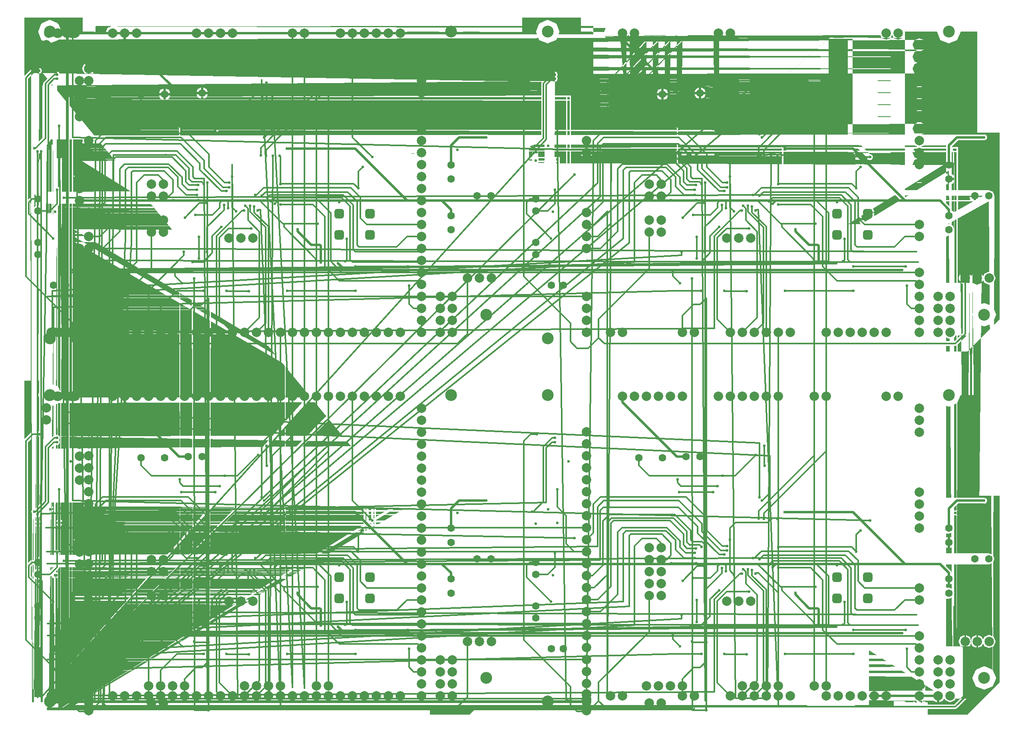
<source format=gbl>
%FSTAX24Y24*%
%MOMM*%
%SFA1B1*%

%IPPOS*%
%AMD24*
4,1,8,-0.500380,-1.000760,0.500380,-1.000760,1.000760,-0.500380,1.000760,0.500380,0.500380,1.000760,-0.500380,1.000760,-1.000760,0.500380,-1.000760,-0.500380,-0.500380,-1.000760,0.0*
1,1,1.000000,-0.500380,-0.500380*
1,1,1.000000,0.500380,-0.500380*
1,1,1.000000,0.500380,0.500380*
1,1,1.000000,-0.500380,0.500380*
%
%ADD22C,0.299999*%
%ADD23C,0.499999*%
G04~CAMADD=24~8~0.0~0.0~787.4~787.4~196.9~0.0~15~0.0~0.0~0.0~0.0~0~0.0~0.0~0.0~0.0~0~0.0~0.0~0.0~180.0~788.0~788.0*
%ADD24D24*%
%ADD25C,2.499995*%
%ADD26C,1.599997*%
%ADD27C,1.999996*%
%ADD28C,0.599999*%
%LNpcbpannel-1*%
%LPD*%
G36*
X18083Y1522881D02*
X1816515Y1526284D01*
X1818416Y1530873*
X1819666*
X182125Y1527049*
X1826329Y1524945*
Y1315798*
X1827756Y1312354*
X1866783Y1273326*
X1867437Y1271748*
X1866377Y127104*
X1841209Y1296209*
X1836999Y1297952*
X1695919*
X1694499Y129854*
Y1291999*
Y1285458*
X1695919Y1286046*
X1834533*
X1942892Y1177687*
X1947102Y1175943*
X1964812*
X1966785Y1171181*
X1971374Y116928*
Y116803*
X196755Y1166446*
X1963429Y1156497*
X196755Y1146547*
X1972679Y1144422*
Y1143172*
X1967549Y1141047*
X1965445Y1135968*
X1863918*
X1859434Y1140452*
X1860129Y1141491*
X1863249Y1140199*
X187325*
X1879372Y1142735*
X1881908Y1148858*
Y1158858*
X1879372Y1164981*
X187325Y1167517*
X1863249*
X1857126Y1164981*
X1854589Y1158858*
Y1148858*
X1855882Y1145738*
X1854842Y1145044*
X185287Y1147017*
Y1188999*
X1851443Y1192443*
X1843536Y120035*
X1844105Y1201549*
X1848591Y1203407*
X1850493Y1207999*
X184887Y1211919*
Y1241981*
X1853671Y1246783*
X1857591Y1248407*
X1859493Y1252999*
X1857591Y1257591*
X1852999Y1259493*
X1848407Y1257591*
X1846783Y1253671*
X1840555Y1247443*
X1839128Y1243999*
Y1221391*
X1837973Y1220913*
X1837443Y1221443*
X1833999Y122287*
X168387*
Y1274999*
X1683267Y1276453*
X1683493Y1276999*
X1681591Y1281591*
X1676999Y1283493*
X1672407Y1281591*
X1670648Y1277346*
X166935*
X1667591Y1281591*
X1662999Y1283493*
X1658407Y1281591*
X1656783Y1277672*
X1655648Y1276536*
X1654449Y1277105*
X165287Y1280919*
Y1286982*
X1783845Y1417956*
X1785271Y1421401*
Y1524946*
X179035Y152705*
X1791934Y1530873*
X1793184*
X1795085Y1526284*
X18033Y1522881*
Y1536999*
X18083*
Y1522881*
G37*
G36*
X7533D02*
X761515Y1526284D01*
X763416Y1530873*
X764667*
X76625Y1527049*
X771329Y1524945*
Y1315798*
X772756Y1312354*
X811784Y1273326*
X812437Y1271748*
X811377Y127104*
X786208Y1296209*
X781999Y1297952*
X640919*
X639499Y129854*
Y1291999*
Y1285458*
X640919Y1286046*
X779533*
X887892Y1177687*
X892102Y1175943*
X909812*
X911785Y1171181*
X916374Y116928*
Y116803*
X91255Y1166446*
X908429Y1156497*
X91255Y1146547*
X917679Y1144422*
Y1143172*
X912549Y1141047*
X910445Y1135968*
X808918*
X804434Y1140452*
X805129Y1141491*
X808249Y1140199*
X818249*
X824371Y1142735*
X826908Y1148858*
Y1158858*
X824371Y1164981*
X818249Y1167517*
X808249*
X802126Y1164981*
X79959Y1158858*
Y1148858*
X800882Y1145738*
X799842Y1145044*
X79787Y1147017*
Y1188999*
X796443Y1192443*
X788537Y120035*
X789105Y1201549*
X793591Y1203407*
X795493Y1207999*
X79387Y1211919*
Y1241981*
X798671Y1246783*
X802591Y1248407*
X804493Y1252999*
X802591Y1257591*
X797999Y1259493*
X793407Y1257591*
X791783Y1253671*
X785555Y1247443*
X784128Y1243999*
Y1221391*
X782973Y1220913*
X782443Y1221443*
X778999Y122287*
X62887*
Y1274999*
X628267Y1276453*
X628493Y1276999*
X626591Y1281591*
X621999Y1283493*
X617407Y1281591*
X615648Y1277346*
X61435*
X612591Y1281591*
X607999Y1283493*
X603407Y1281591*
X601783Y1277672*
X600648Y1276536*
X599449Y1277105*
X59787Y1280919*
Y1286982*
X728845Y1417956*
X730271Y1421401*
Y1524946*
X73535Y152705*
X736934Y1530873*
X738184*
X740085Y1526284*
X7483Y1522881*
Y1536999*
X7533*
Y1522881*
G37*
G36*
X1259999Y1539999D02*
X1283752D01*
Y1522508*
X1282526Y1522264*
X128245Y1522448*
X12725Y1526569*
X126255Y1522448*
X1258429Y1512498*
X126255Y1502548*
X1267681Y1500423*
Y1499173*
X126255Y1497048*
X1258429Y1487098*
X126255Y1477148*
X126768Y1475024*
Y1473774*
X1262549Y1471649*
X1259999Y1465492*
X1258428Y1461699*
X1259999Y1457906*
X1262549Y1451749*
X126768Y1449624*
Y1448374*
X1262549Y1446249*
X1258428Y1436299*
X1262549Y1426349*
X126768Y1424224*
Y1422974*
X1262549Y1420849*
X1259999Y1414692*
X1258428Y1410899*
X1259999Y1407106*
X1262549Y1400949*
X126768Y1398824*
Y1397574*
X1262549Y1395449*
X1258428Y1385499*
X1262549Y1375549*
X1267679Y1373425*
Y1372175*
X1262548Y137005*
X1258427Y13601*
X1262548Y135015*
X1267679Y1348025*
Y1346775*
X1262548Y134465*
X1259999Y1338495*
X1259172Y1336499*
X1258427Y13347*
X1262548Y132475*
X1267681Y1322624*
Y1321374*
X1262549Y1319249*
X1259999Y1313092*
X12596Y1312128*
X1258428Y1309299*
X1262549Y1299349*
X126768Y1297224*
Y1295974*
X1262549Y1293849*
X1259999Y1287692*
X1259564Y1286641*
X1258428Y1283899*
X1262549Y1273949*
X1266372Y1272366*
Y1271116*
X1261783Y1269215*
X1259999Y1264908*
X125838Y1261*
X1272498*
Y1256*
X125838*
X1258595Y1255483*
X1247486Y1244374*
X1246999Y1244576*
X1241642Y1242357*
X1240458Y1239499*
X1246999*
Y1236999*
X1249499*
Y1230458*
X1252357Y1231642*
X1254576Y1236999*
X1254374Y1237486*
X1258844Y1241956*
X1263827Y1246938*
X1266373Y1245884*
Y1244634*
X1262548Y124305*
X1259999Y1236895*
X1259007Y1234499*
X1258427Y12331*
X1262548Y122315*
X1267679Y1221025*
Y1219775*
X1262548Y121765*
X1260445Y1212571*
X1248316*
X1233999Y1226887*
Y128387*
X1232572Y1287314*
X1229887Y1289999*
X121487Y1305017*
Y1336079*
X1216493Y1339999*
X1214591Y1344591*
X1209999Y1346493*
X1205407Y1344591*
X1203505Y1339999*
X1205128Y1336079*
Y1302999*
X1206555Y1299555*
X1224257Y1281852*
Y122487*
X1225684Y1221426*
X1242854Y1204256*
X1246298Y1202829*
X1259999*
Y1186095*
X1258427Y11823*
X1259999Y1178505*
Y1160697*
X1258426Y1156901*
X1259999Y1153104*
Y1141999*
X1163887*
X114987Y1156017*
Y1175982*
X1153955Y1180067*
X1155388Y1179857*
X115658Y117698*
X1164999Y1173493*
X1173418Y117698*
X1176905Y1185399*
X1173418Y1193818*
X1164999Y1197305*
X115658Y1193818*
X115511Y119027*
X1152399*
X1148955Y1188843*
X1145025Y1184913*
X114387Y1185391*
Y1439981*
X1156017Y1452128*
X1163079*
X1166999Y1450505*
X1171591Y1452407*
X1173493Y1456999*
X1171591Y1461591*
X1166999Y1463493*
X1163079Y146187*
X1153999*
X1150555Y1460443*
X1137154Y1447042*
X1135999Y1447521*
Y1569999*
X1259999*
Y1539999*
G37*
G36*
X204999D02*
X228752D01*
Y1522508*
X227526Y1522264*
X22745Y1522448*
X2175Y1526569*
X20755Y1522448*
X203429Y1512498*
X20755Y1502548*
X212681Y1500423*
Y1499173*
X20755Y1497048*
X203429Y1487098*
X20755Y1477148*
X212679Y1475024*
Y1473774*
X207549Y1471649*
X204999Y1465492*
X203428Y1461699*
X204999Y1457906*
X207549Y1451749*
X21268Y1449624*
Y1448374*
X207549Y1446249*
X203428Y1436299*
X207549Y1426349*
X21268Y1424224*
Y1422974*
X207549Y1420849*
X204999Y1414692*
X203428Y1410899*
X204999Y1407106*
X207549Y1400949*
X21268Y1398824*
Y1397574*
X207549Y1395449*
X203428Y1385499*
X207549Y1375549*
X212679Y1373425*
Y1372175*
X207548Y137005*
X203427Y13601*
X207548Y135015*
X212679Y1348025*
Y1346775*
X207548Y134465*
X204999Y1338495*
X204172Y1336499*
X203427Y13347*
X207548Y132475*
X212681Y1322624*
Y1321374*
X207549Y1319249*
X204999Y1313092*
X2046Y1312128*
X203428Y1309299*
X207549Y1299349*
X21268Y1297224*
Y1295974*
X207549Y1293849*
X204999Y1287692*
X204564Y1286641*
X203428Y1283899*
X207549Y1273949*
X211372Y1272366*
Y1271116*
X206783Y1269215*
X204999Y1264908*
X20338Y1261*
X217498*
Y1256*
X20338*
X203595Y1255483*
X192486Y1244374*
X191999Y1244576*
X186641Y1242357*
X185458Y1239499*
X191999*
Y1236999*
X194499*
Y1230458*
X197358Y1231642*
X199576Y1236999*
X199374Y1237486*
X203844Y1241956*
X208826Y1246938*
X211373Y1245884*
Y1244634*
X207548Y124305*
X204999Y1236895*
X204007Y1234499*
X203427Y12331*
X207548Y122315*
X212679Y1221025*
Y1219775*
X207548Y121765*
X205445Y1212571*
X193316*
X178999Y1226887*
Y128387*
X177572Y1287314*
X174887Y1289999*
X15987Y1305017*
Y1336079*
X161493Y1339999*
X159591Y1344591*
X154999Y1346493*
X150407Y1344591*
X148505Y1339999*
X150128Y1336079*
Y1302999*
X151555Y1299555*
X169257Y1281852*
Y122487*
X170684Y1221426*
X187854Y1204256*
X191298Y1202829*
X204999*
Y1186095*
X203427Y11823*
X204999Y1178505*
Y1160697*
X203426Y1156901*
X204999Y1153104*
Y1141999*
X108887*
X09487Y1156017*
Y1175982*
X098955Y1180067*
X100388Y1179857*
X10158Y117698*
X109999Y1173493*
X118418Y117698*
X121905Y1185399*
X118418Y1193818*
X109999Y1197305*
X10158Y1193818*
X10011Y119027*
X097399*
X093955Y1188843*
X090025Y1184913*
X08887Y1185391*
Y1439981*
X101017Y1452128*
X108079*
X111999Y1450505*
X116591Y1452407*
X118493Y1456999*
X116591Y1461591*
X111999Y1463493*
X108079Y146187*
X098999*
X095555Y1460443*
X082154Y1447042*
X080999Y1447521*
Y1569999*
X204999*
Y1539999*
G37*
G36*
X2099999Y1325999D02*
X2147999D01*
Y930999*
X2078999Y861999*
X1994999*
Y874128*
X2053999*
X2057443Y875555*
X2078043Y896155*
X207947Y899599*
Y1005445*
X2084549Y1007549*
X2086674Y101268*
X2087924*
X2090049Y1007549*
X2099999Y1003428*
X2109949Y1007549*
X2112073Y1012679*
X2113323*
X2115448Y1007548*
X2125398Y1003427*
X2135348Y1007548*
X2139469Y1017498*
X2135348Y1027448*
X2125398Y1031569*
X2115448Y1027448*
X2113324Y1022319*
X2112074*
X2109949Y1027449*
X2099999Y103157*
X2090049Y1027449*
X2087924Y1022318*
X2086674*
X2084549Y1027449*
X2074599Y103157*
X2064649Y1027449*
X2060528Y1017499*
X2064649Y1007549*
X2069728Y1005445*
Y901617*
X2058111Y889999*
X2051982Y88387*
X1994999*
Y889999*
X1984497*
X1984253Y891225*
X1987448Y892548*
X1991569Y902498*
X1987448Y912448*
X1982317Y914573*
Y915823*
X1987448Y917948*
X1991569Y927898*
X1987448Y937848*
X1982319Y939973*
Y941223*
X1987449Y943348*
X199157Y953297*
X1987449Y963247*
X1982318Y965372*
Y966622*
X1987449Y968748*
X199157Y978697*
X1987449Y988647*
X1982318Y990772*
Y992022*
X1987449Y994148*
X199157Y1004097*
X1987449Y1014047*
X1982318Y1016172*
Y1017422*
X1987449Y1019548*
X199157Y1029497*
X1987449Y1039447*
X1982319Y1041572*
Y1042822*
X198745Y1044947*
X1991571Y1054897*
X198745Y1064846*
X1982319Y1066972*
Y1068222*
X198745Y1070347*
X1991571Y1080297*
X198745Y1090246*
X1982317Y1092372*
Y1093622*
X1987449Y1095748*
X199157Y1105697*
X1987449Y1115647*
X1982318Y1117772*
Y1119022*
X1987449Y1121148*
X199157Y1131097*
X1987449Y1141047*
X1982319Y1143172*
Y1144422*
X198745Y1146547*
X1991571Y1156497*
X198745Y1166446*
X1983625Y116803*
Y116928*
X1988215Y1171181*
X1990187Y1175943*
X2018636*
X2033097Y1161482*
X2032804Y1160007*
X2030815Y1159183*
X2028046Y1152499*
X2039999*
X2051952*
X2049183Y1159183*
X2045952Y1160522*
Y1162999*
X2044208Y1167208*
X2025311Y1186106*
X2021101Y118785*
X1990187*
X1988215Y1192612*
X1983625Y1194513*
Y1195763*
X198745Y1197347*
X1991571Y1207297*
X198745Y1217246*
X1982319Y1219372*
Y1220622*
X198745Y1222747*
X1991571Y1232697*
X198745Y1242646*
X198232Y1244771*
Y1246021*
X198745Y1248146*
X1991572Y1258096*
X198745Y1268045*
X198232Y1270171*
Y1271421*
X198745Y1273546*
X1991572Y1283496*
X198745Y1293446*
X1982317Y1295572*
Y1296822*
X1987449Y1298948*
X199157Y1308897*
X1987449Y1318847*
X1982318Y1320972*
Y1322222*
X1987449Y1324348*
X199157Y1334297*
X1987449Y1344247*
X1982319Y1346372*
Y1347622*
X198745Y1349747*
X1991571Y1359697*
X198745Y1369646*
X1982319Y1371772*
Y1373022*
X198745Y1375147*
X1991571Y1385097*
X198745Y1395046*
X1982319Y1397172*
Y1398422*
X198745Y1400547*
X1991571Y1410497*
X198745Y1420446*
X1982319Y1422572*
Y1423822*
X198745Y1425947*
X1991571Y1435897*
X198745Y1445846*
X198232Y1447971*
Y1449221*
X198745Y1451346*
X1991572Y1461296*
X198745Y1471245*
X198232Y1473371*
Y1474621*
X198745Y1476746*
X1991572Y1486696*
X198745Y1496646*
X1982317Y1498772*
Y1500022*
X1987449Y1502148*
X199157Y1512097*
X1987449Y1522047*
X1977499Y1526168*
X1967549Y1522047*
X1963428Y1512097*
X1967549Y1502148*
X1972683Y1500021*
Y1498771*
X1967551Y1496646*
X1963429Y1486696*
X1967551Y1476746*
X1972682Y1474621*
Y1473371*
X1967551Y1471245*
X1963429Y1461296*
X1967551Y1451346*
X197268Y1449221*
Y1447971*
X196755Y1445846*
X1963429Y1435897*
X196755Y1425947*
X1972681Y1423822*
Y1422572*
X196755Y1420446*
X1963429Y1410497*
X196755Y1400547*
X1972681Y1398422*
Y1397172*
X196755Y1395046*
X1963429Y1385097*
X196755Y1375147*
X1972681Y1373022*
Y1371772*
X196755Y1369646*
X1963429Y1359697*
X196755Y1349747*
X1972679Y1347622*
Y1346372*
X1967549Y1344247*
X1963428Y1334297*
X1967549Y1324348*
X197268Y1322222*
Y1320972*
X1967549Y1318847*
X1963428Y1308897*
X1967549Y1298948*
X1972683Y1296821*
Y1295571*
X1967551Y1293446*
X1963429Y1283496*
X1967551Y1273546*
X1972682Y1271421*
Y1270171*
X1967551Y1268045*
X1963429Y1258096*
X1967551Y1248146*
X197268Y1246021*
Y1244771*
X196755Y1242646*
X1963429Y1232697*
X196755Y1222747*
X1972681Y1220622*
Y1219372*
X196755Y1217246*
X1963429Y1207297*
X196755Y1197347*
X1971374Y1195763*
Y1194513*
X1966785Y1192612*
X1964812Y118785*
X1949567*
X187004Y1267377*
X1870748Y1268437*
X1872999Y1267505*
X1877591Y1269407*
X1879493Y1273999*
X1877591Y1278591*
X1873671Y1280215*
X1836071Y1317816*
Y1524945*
X184115Y1527049*
X1843275Y153218*
X1844525*
X184665Y1527049*
X18566Y1522928*
X186655Y1527049*
X1868675Y153218*
X1869925*
X187205Y1527049*
X1882Y1522928*
X189195Y1527049*
X1894074Y1532179*
X1895324*
X1897449Y1527048*
X1907399Y1522927*
X1917349Y1527048*
X1919474Y1532179*
X1920724*
X1922849Y1527048*
X1932799Y1522927*
X1942749Y1527048*
X194687Y1536998*
X1946058Y153896*
X1946752Y1539999*
X2014467*
X2015351Y1539115*
Y1538756*
X2021692Y1523449*
X2023449Y1521692*
X2038756Y1515351*
X2039402*
X2039999Y1515104*
X2040596Y1515351*
X2041242*
X2056549Y1521692*
X2058306Y1523449*
X2064647Y1538756*
Y1539115*
X2065531Y1539999*
X2099999*
Y1325999*
G37*
G36*
X1044999D02*
X1092999D01*
Y930999*
X1023999Y861999*
X939999*
Y874128*
X998999*
X1002443Y875555*
X1023043Y896155*
X102447Y899599*
Y1005445*
X1029549Y1007549*
X1031674Y101268*
X1032924*
X103505Y1007549*
X1044999Y1003428*
X1054949Y1007549*
X1057073Y1012679*
X1058323*
X1060448Y1007548*
X1070398Y1003427*
X1080348Y1007548*
X1084469Y1017498*
X1080348Y1027448*
X1070398Y1031569*
X1060448Y1027448*
X1058324Y1022319*
X1057074*
X1054949Y1027449*
X1044999Y103157*
X103505Y1027449*
X1032924Y1022318*
X1031674*
X1029549Y1027449*
X1019599Y103157*
X100965Y1027449*
X1005528Y1017499*
X100965Y1007549*
X1014728Y1005445*
Y901617*
X1003111Y889999*
X996981Y88387*
X939999*
Y889999*
X929497*
X929253Y891225*
X932448Y892548*
X936569Y902498*
X932448Y912448*
X927317Y914573*
Y915823*
X932448Y917948*
X936569Y927898*
X932448Y937848*
X927319Y939973*
Y941223*
X932449Y943348*
X93657Y953297*
X932449Y963247*
X927318Y965372*
Y966622*
X932449Y968748*
X93657Y978697*
X932449Y988647*
X927318Y990772*
Y992022*
X932449Y994148*
X93657Y1004097*
X932449Y1014047*
X927318Y1016172*
Y1017422*
X932449Y1019548*
X93657Y1029497*
X932449Y1039447*
X927319Y1041572*
Y1042822*
X93245Y1044947*
X936571Y1054897*
X93245Y1064846*
X927319Y1066972*
Y1068222*
X93245Y1070347*
X936571Y1080297*
X93245Y1090246*
X927317Y1092372*
Y1093622*
X932449Y1095748*
X93657Y1105697*
X932449Y1115647*
X927318Y1117772*
Y1119022*
X932449Y1121148*
X93657Y1131097*
X932449Y1141047*
X927319Y1143172*
Y1144422*
X93245Y1146547*
X936571Y1156497*
X93245Y1166446*
X928625Y116803*
Y116928*
X933215Y1171181*
X935188Y1175943*
X963636*
X978097Y1161482*
X977804Y1160007*
X975815Y1159183*
X973046Y1152499*
X984999*
X996952*
X994183Y1159183*
X990952Y1160522*
Y1162999*
X989209Y1167208*
X970311Y1186106*
X966101Y118785*
X935188*
X933215Y1192612*
X928625Y1194513*
Y1195763*
X93245Y1197347*
X936571Y1207297*
X93245Y1217246*
X927319Y1219372*
Y1220622*
X93245Y1222747*
X936571Y1232697*
X93245Y1242646*
X92732Y1244771*
Y1246021*
X93245Y1248146*
X936572Y1258096*
X93245Y1268045*
X92732Y1270171*
Y1271421*
X93245Y1273546*
X936572Y1283496*
X93245Y1293446*
X927317Y1295572*
Y1296822*
X932449Y1298948*
X93657Y1308897*
X932449Y1318847*
X927318Y1320972*
Y1322222*
X932449Y1324348*
X93657Y1334297*
X932449Y1344247*
X927319Y1346372*
Y1347622*
X93245Y1349747*
X936571Y1359697*
X93245Y1369646*
X927319Y1371772*
Y1373022*
X93245Y1375147*
X936571Y1385097*
X93245Y1395046*
X927319Y1397172*
Y1398422*
X93245Y1400547*
X936571Y1410497*
X93245Y1420446*
X927319Y1422572*
Y1423822*
X93245Y1425947*
X936571Y1435897*
X93245Y1445846*
X92732Y1447971*
Y1449221*
X93245Y1451346*
X936572Y1461296*
X93245Y1471245*
X92732Y1473371*
Y1474621*
X93245Y1476746*
X936572Y1486696*
X93245Y1496646*
X927317Y1498772*
Y1500022*
X932449Y1502148*
X93657Y1512097*
X932449Y1522047*
X922499Y1526168*
X912549Y1522047*
X908428Y1512097*
X912549Y1502148*
X917683Y1500021*
Y1498771*
X912551Y1496646*
X908429Y1486696*
X912551Y1476746*
X917682Y1474621*
Y1473371*
X912551Y1471245*
X908429Y1461296*
X912551Y1451346*
X91768Y1449221*
Y1447971*
X91255Y1445846*
X908429Y1435897*
X91255Y1425947*
X917681Y1423822*
Y1422572*
X91255Y1420446*
X908429Y1410497*
X91255Y1400547*
X917681Y1398422*
Y1397172*
X91255Y1395046*
X908429Y1385097*
X91255Y1375147*
X917681Y1373022*
Y1371772*
X91255Y1369646*
X908429Y1359697*
X91255Y1349747*
X917679Y1347622*
Y1346372*
X912549Y1344247*
X908428Y1334297*
X912549Y1324348*
X91768Y1322222*
Y1320972*
X912549Y1318847*
X908428Y1308897*
X912549Y1298948*
X917683Y1296821*
Y1295571*
X912551Y1293446*
X908429Y1283496*
X912551Y1273546*
X917682Y1271421*
Y1270171*
X912551Y1268045*
X908429Y1258096*
X912551Y1248146*
X91768Y1246021*
Y1244771*
X91255Y1242646*
X908429Y1232697*
X91255Y1222747*
X917681Y1220622*
Y1219372*
X91255Y1217246*
X908429Y1207297*
X91255Y1197347*
X916374Y1195763*
Y1194513*
X911785Y1192612*
X909812Y118785*
X894567*
X81504Y1267377*
X815748Y1268437*
X817999Y1267505*
X822591Y1269407*
X824493Y1273999*
X822591Y1278591*
X818671Y1280215*
X781071Y1317816*
Y1524945*
X78615Y1527049*
X788275Y153218*
X789525*
X79165Y1527049*
X8016Y1522928*
X81155Y1527049*
X813675Y153218*
X814925*
X81705Y1527049*
X827Y1522928*
X83695Y1527049*
X839074Y1532179*
X840324*
X842449Y1527048*
X852399Y1522927*
X862349Y1527048*
X864474Y1532179*
X865724*
X867849Y1527048*
X877799Y1522927*
X887749Y1527048*
X89187Y1536998*
X891058Y153896*
X891752Y1539999*
X959467*
X960351Y1539115*
Y1538756*
X966692Y1523449*
X968449Y1521692*
X983756Y1515351*
X984402*
X984999Y1515104*
X985596Y1515351*
X986242*
X1001549Y1521692*
X1003306Y1523449*
X1009647Y1538756*
Y1539115*
X1010531Y1539999*
X1044999*
Y1325999*
G37*
G36*
X1319833Y1552084D02*
X132007Y1550856D01*
X1312485Y1547714*
X1309082Y1539499*
X13232*
Y1536999*
X13257*
Y1522881*
X1333915Y1526284*
X1335817Y1530876*
X1337067*
X1338652Y1527051*
X1342648Y1525395*
Y1524397*
X1344392Y1520187*
X1459289Y140529*
X1463499Y1403546*
X1473559*
X147458Y140108*
X1482999Y1397593*
X1491418Y140108*
X1494905Y1409499*
X1491418Y1417918*
X1482999Y1421405*
X147458Y1417918*
X1473559Y1415452*
X1465965*
X1356387Y152503*
X1356631Y1526256*
X1358551Y1527051*
X1360676Y1532182*
X1361926*
X1364052Y1527051*
X1374001Y152293*
X1383951Y1527051*
X1386076Y153218*
X1387326*
X1389451Y152705*
X1399401Y1522929*
X140935Y152705*
X1411476Y1532181*
X1412726*
X1414851Y152705*
X1424801Y1522929*
X143475Y152705*
X1436876Y1532181*
X1438126*
X1440251Y152705*
X1450201Y1522929*
X146015Y152705*
X1462276Y1532181*
X1463526*
X1465651Y152705*
X1475601Y1522929*
X148555Y152705*
X1487675Y1532179*
X1488925*
X149105Y1527049*
X1501Y1522928*
X151095Y1527049*
X1513075Y153218*
X1514325*
X151645Y1527049*
X15264Y1522928*
X153635Y1527049*
X1538476Y1532183*
X1539726*
X1541852Y1527051*
X1551801Y152293*
X155196Y1522995*
X1552999Y1522301*
Y137387*
X1407017*
X138787Y1393017*
Y139711*
X1391418Y139858*
X1394905Y1406999*
X1391418Y1415418*
X1382999Y1418905*
X137458Y1415418*
X1371093Y1406999*
X137458Y139858*
X1378128Y139711*
Y1390999*
X1379555Y1387555*
X1393956Y1373154*
X1393478Y1371999*
X1286999*
Y1551565*
X1287888Y1552444*
X1319833Y1552084*
G37*
G36*
X264833D02*
X26507Y1550856D01*
X257485Y1547714*
X254082Y1539499*
X2682*
Y1536999*
X2707*
Y1522881*
X278915Y1526284*
X280817Y1530876*
X282067*
X283652Y1527051*
X287648Y1525395*
Y1524397*
X289392Y1520187*
X40429Y140529*
X408499Y1403546*
X418559*
X41958Y140108*
X427999Y1397593*
X436418Y140108*
X439905Y1409499*
X436418Y1417918*
X427999Y1421405*
X41958Y1417918*
X418559Y1415452*
X410965*
X301387Y152503*
X301631Y1526256*
X303551Y1527051*
X305676Y1532182*
X306926*
X309052Y1527051*
X319001Y152293*
X328951Y1527051*
X331076Y153218*
X332326*
X334451Y152705*
X344401Y1522929*
X35435Y152705*
X356476Y1532181*
X357726*
X359851Y152705*
X369801Y1522929*
X37975Y152705*
X381876Y1532181*
X383126*
X385251Y152705*
X395201Y1522929*
X40515Y152705*
X407276Y1532181*
X408526*
X410651Y152705*
X420601Y1522929*
X43055Y152705*
X432675Y1532179*
X433925*
X43605Y1527049*
X446Y1522928*
X45595Y1527049*
X458075Y153218*
X459325*
X46145Y1527049*
X4714Y1522928*
X48135Y1527049*
X483476Y1532183*
X484726*
X486852Y1527051*
X496801Y152293*
X49696Y1522995*
X497999Y1522301*
Y137387*
X352017*
X33287Y1393017*
Y139711*
X336418Y139858*
X339905Y1406999*
X336418Y1415418*
X327999Y1418905*
X31958Y1415418*
X316093Y1406999*
X31958Y139858*
X323128Y139711*
Y1390999*
X324555Y1387555*
X338956Y1373154*
X338478Y1371999*
X231999*
Y1551565*
X232888Y1552444*
X264833Y1552084*
G37*
G36*
X1634128Y1406676D02*
Y1326919D01*
X1632505Y1322999*
X1634407Y1318407*
X1637902Y1316959*
X1637505Y1315999*
X1639407Y1311407*
X1643893Y1309549*
X1644461Y130835*
X1633555Y1297443*
X1632128Y1293999*
Y1281919*
X1630505Y1277999*
X163137Y1275909*
X1630676Y127487*
X1587999*
X1584555Y1273443*
X1572555Y1261443*
X1571128Y1257999*
Y1236919*
X1569505Y1232999*
X1571128Y1229079*
Y1227151*
X1570089Y1226456*
X1569999Y1226493*
X1566079Y122487*
X1562017*
X153187Y1255016*
Y1279999*
X1530443Y1283443*
X1486443Y1327443*
X1485393Y1327878*
X1485641Y1329128*
X153544*
X1535642Y1328641*
X1538499Y1327458*
Y1333999*
X1540999*
Y1336499*
X154754*
X1546357Y1339357*
X1542683Y1340878*
X1542932Y1342128*
X1546079*
X1549999Y1340505*
X1554591Y1342407*
X1556493Y1346999*
X1554591Y1351591*
X1549999Y1353493*
X1546079Y135187*
X1474017*
X146987Y1356017*
Y1357079*
X1471493Y1360999*
X1470628Y1363089*
X1471322Y1364128*
X1557079*
X1560999Y1362505*
X1564919Y1364128*
X1586999*
X1590443Y1365555*
X1631672Y1406783*
X1633089Y140737*
X1634128Y1406676*
G37*
G36*
X579128D02*
Y1326919D01*
X577505Y1322999*
X579407Y1318407*
X582902Y1316959*
X582505Y1315999*
X584407Y1311407*
X588893Y1309549*
X589462Y130835*
X578555Y1297443*
X577128Y1293999*
Y1281919*
X575505Y1277999*
X57637Y1275909*
X575676Y127487*
X532999*
X529555Y1273443*
X517555Y1261443*
X516128Y1257999*
Y1236919*
X514505Y1232999*
X516128Y1229079*
Y1227151*
X515089Y1226456*
X514999Y1226493*
X511079Y122487*
X507017*
X47687Y1255016*
Y1279999*
X475443Y1283443*
X431443Y1327443*
X430393Y1327878*
X430641Y1329128*
X480441*
X480642Y1328641*
X483499Y1327458*
Y1333999*
X485999*
Y1336499*
X49254*
X491357Y1339357*
X487683Y1340878*
X487932Y1342128*
X491079*
X494999Y1340505*
X499591Y1342407*
X501493Y1346999*
X499591Y1351591*
X494999Y1353493*
X491079Y135187*
X419017*
X41487Y1356017*
Y1357079*
X416493Y1360999*
X415628Y1363089*
X416322Y1364128*
X502079*
X505999Y1362505*
X509919Y1364128*
X531999*
X535443Y1365555*
X576672Y1406783*
X578089Y140737*
X579128Y1406676*
G37*
G36*
X1283752Y1375492D02*
Y1371999D01*
X1284703Y1369703*
X1286999Y1368752*
X1393478*
X1394074Y1368999*
X139472*
X1395177Y1369456*
X1395774Y1369703*
X1397176Y1369934*
X1401555Y1365555*
X1404999Y1364128*
X1458676*
X145937Y1363089*
X1458505Y1360999*
X1460128Y1357079*
Y1353999*
X1461555Y1350555*
X1468555Y1343555*
X1471999Y1342128*
X1539067*
X1539315Y1340878*
X1535642Y1339357*
X153544Y133887*
X1474558*
X1474357Y1339357*
X1471499Y134054*
Y1333999*
X1468999*
Y1331499*
X1462458*
X1463116Y1329909*
X1462422Y132887*
X1301999*
X1298555Y1327443*
X1285562Y131445*
X1284336Y1314694*
X1282449Y1319249*
X1277317Y1321375*
Y1322625*
X1282448Y132475*
X1286569Y13347*
X1282448Y134465*
X1277317Y1346775*
Y1348025*
X1282448Y135015*
X1286569Y13601*
X1282448Y137005*
X1277319Y1372174*
Y1373424*
X1282449Y1375549*
X1282526Y1375735*
X1283752Y1375492*
G37*
G36*
X228752D02*
Y1371999D01*
X229703Y1369703*
X231999Y1368752*
X338478*
X339074Y1368999*
X33972*
X340177Y1369456*
X340774Y1369703*
X342176Y1369934*
X346555Y1365555*
X349999Y1364128*
X403676*
X40437Y1363089*
X403505Y1360999*
X405128Y1357079*
Y1353999*
X406555Y1350555*
X413555Y1343555*
X416999Y1342128*
X484066*
X484315Y1340878*
X480642Y1339357*
X480441Y133887*
X419558*
X419357Y1339357*
X416499Y134054*
Y1333999*
X413999*
Y1331499*
X407458*
X408116Y1329909*
X407422Y132887*
X246999*
X243555Y1327443*
X230562Y131445*
X229336Y1314694*
X227449Y1319249*
X222317Y1321375*
Y1322625*
X227448Y132475*
X231569Y13347*
X227448Y134465*
X222317Y1346775*
Y1348025*
X227448Y135015*
X231569Y13601*
X227448Y137005*
X222319Y1372174*
Y1373424*
X227449Y1375549*
X227526Y1375735*
X228752Y1375492*
G37*
G36*
X1457555Y1208555D02*
X1475555Y1190555D01*
X1478999Y1189128*
X1496827*
X1496834Y118912*
X1496243Y118787*
X1455919*
X1451999Y1189493*
X1447407Y1187591*
X1445505Y1182999*
X1447407Y1178407*
X1451999Y1176505*
X1455919Y1178128*
X1499472*
X149999Y1176878*
X1475326Y1152215*
X1471407Y1150591*
X1469505Y1145999*
X1471407Y1141407*
X1475999Y1139505*
X1480591Y1141407*
X1482215Y1145327*
X149109Y1154202*
X1492129Y1153507*
X1491505Y1151999*
X1493407Y1147407*
X1497999Y1145505*
X1501919Y1147128*
X1534999*
X1535807Y1147463*
X1536515Y1146403*
X1519555Y1129443*
X1518128Y1125999*
Y1078558*
X1517642Y1078357*
X1516458Y1075499*
X1522999*
Y1070499*
X1516458*
X1517642Y1067642*
X1520924Y1066282*
X1521168Y1065056*
X1513736Y1057624*
X1513295Y1057668*
X1512493Y1058999*
X151087Y1062919*
Y1101079*
X1512493Y1104999*
X1510591Y1109591*
X1505999Y1111493*
X1501407Y1109591*
X1499505Y1104999*
X1501128Y1101079*
Y1062919*
X1499505Y1058999*
X1499956Y105791*
X1499262Y105687*
X1495919*
X1491999Y1058493*
X1487407Y1056591*
X1485505Y1051999*
X1487407Y1047407*
X1491999Y1045505*
X1495919Y1047128*
X1514999*
X1518443Y1048555*
X1536878Y106699*
X1538128Y1066472*
Y910901*
X1539094Y908569*
X153898Y908399*
X153757Y908538*
X153595Y91245*
X1526Y916571*
X151605Y91245*
X1513924Y907317*
X1512674*
X1510549Y912449*
X1500599Y91657*
X1490649Y912449*
X1489065Y908625*
X1487815*
X1485914Y913214*
X148007Y915635*
Y935781*
X1501417Y957128*
X1512999*
X1516443Y958555*
X1529443Y971555*
X153087Y974999*
Y101044*
X1531357Y1010641*
X153254Y1013499*
X1525999*
Y1016*
X1523499*
Y102254*
X1520642Y1021357*
X152044Y102087*
X1501972*
X1501357Y1022357*
X1498499Y102354*
Y1016999*
Y1010458*
X1500118Y1011128*
X152044*
X1520642Y1010641*
X1521128Y101044*
Y996687*
X1519878Y995887*
X1515999Y997493*
X1512079Y99587*
X1458999*
X1455555Y994443*
X1420956Y959844*
X1419529Y9564*
Y914553*
X141445Y91245*
X1412325Y907319*
X1411075*
X140895Y91245*
X1403871Y914553*
Y988982*
X144809Y1033202*
X144913Y1032507*
X1448505Y1030999*
X1450128Y1027079*
Y1021999*
X1451555Y1018555*
X1463783Y1006327*
X1465407Y1002407*
X1469999Y1000506*
X1474591Y1002407*
X1476493Y1006999*
X1474591Y1011591*
X1470671Y1013215*
X145987Y1024016*
Y1027079*
X1461493Y1030999*
X1459591Y1035591*
X1454999Y1037493*
X1453491Y1036869*
X1452796Y1037908*
X1477443Y1062555*
X147887Y1065999*
Y1070079*
X1480493Y1073999*
X1478591Y1078591*
X1473999Y1080493*
X1469407Y1078591*
X1467505Y1073999*
X1469128Y1070079*
Y1068017*
X1395556Y994444*
X1394129Y991*
Y914553*
X138905Y91245*
X1386925Y907319*
X1385675*
X138355Y91245*
X13736Y916571*
X136365Y91245*
X1361525Y90732*
X1360275*
X135815Y91245*
X1348201Y916572*
X1338251Y91245*
X1336126Y90732*
X1334876*
X133275Y91245*
X1322801Y916572*
X1312851Y91245*
X1308729Y902501*
X1312851Y892551*
X1316052Y891225*
X1315808Y889999*
X1305887*
X130287Y893017*
Y928981*
X1408443Y1034555*
X140987Y1037999*
Y1102945*
X1414949Y1105049*
X1417074Y111018*
X1418324*
X1420449Y1105049*
X1430399Y1100928*
X1440349Y1105049*
X144447Y1114999*
X1440349Y1124949*
X1435218Y1127074*
Y1128324*
X1440349Y1130449*
X144447Y1140399*
X1440349Y1150349*
X1435217Y1152475*
Y1153725*
X1440348Y115585*
X1444469Y11658*
X1440348Y117575*
X1435219Y1177874*
Y1179124*
X1440349Y1181249*
X1442505Y1186455*
X1445643Y1187755*
X1454443Y1196555*
X145587Y1199999*
Y1209357*
X145712Y1209605*
X1457555Y1208555*
G37*
G36*
X402555D02*
X420555Y1190555D01*
X423999Y1189128*
X441827*
X441834Y118912*
X441243Y118787*
X400919*
X396999Y1189493*
X392407Y1187591*
X390505Y1182999*
X392407Y1178407*
X396999Y1176505*
X400919Y1178128*
X444472*
X44499Y1176878*
X420326Y1152215*
X416407Y1150591*
X414505Y1145999*
X416407Y1141407*
X420999Y1139505*
X425591Y1141407*
X427215Y1145327*
X43609Y1154202*
X437129Y1153507*
X436505Y1151999*
X438407Y1147407*
X442999Y1145505*
X446919Y1147128*
X479999*
X480807Y1147463*
X481515Y1146403*
X464555Y1129443*
X463128Y1125999*
Y1078558*
X462642Y1078357*
X461458Y1075499*
X467999*
Y1070499*
X461458*
X462642Y1067642*
X465924Y1066282*
X466168Y1065056*
X458736Y1057624*
X458295Y1057668*
X457493Y1058999*
X45587Y1062919*
Y1101079*
X457493Y1104999*
X455591Y1109591*
X450999Y1111493*
X446407Y1109591*
X444505Y1104999*
X446128Y1101079*
Y1062919*
X444505Y1058999*
X444956Y105791*
X444262Y105687*
X440919*
X436999Y1058493*
X432407Y1056591*
X430505Y1051999*
X432407Y1047407*
X436999Y1045505*
X440919Y1047128*
X459999*
X463443Y1048555*
X481878Y106699*
X483128Y1066472*
Y910901*
X484094Y908569*
X483981Y908399*
X48257Y908538*
X48095Y91245*
X471Y916571*
X46105Y91245*
X458924Y907317*
X457674*
X455549Y912449*
X445599Y91657*
X435649Y912449*
X434065Y908625*
X432816*
X430914Y913214*
X42507Y915635*
Y935781*
X446417Y957128*
X457999*
X461443Y958555*
X474443Y971555*
X47587Y974999*
Y101044*
X476357Y1010641*
X47754Y1013499*
X470999*
Y1016*
X468499*
Y102254*
X465642Y1021357*
X46544Y102087*
X446972*
X446357Y1022357*
X443499Y102354*
Y1016999*
Y1010458*
X445118Y1011128*
X46544*
X465642Y1010641*
X466128Y101044*
Y996687*
X464878Y995887*
X460999Y997493*
X457079Y99587*
X403999*
X400555Y994443*
X365956Y959844*
X364529Y9564*
Y914553*
X35945Y91245*
X357325Y907319*
X356075*
X35395Y91245*
X348871Y914553*
Y988982*
X39309Y1033202*
X39413Y1032507*
X393505Y1030999*
X395128Y1027079*
Y1021999*
X396555Y1018555*
X408783Y1006327*
X410407Y1002407*
X414999Y1000506*
X419591Y1002407*
X421493Y1006999*
X419591Y1011591*
X415671Y1013215*
X40487Y1024016*
Y1027079*
X406493Y1030999*
X404591Y1035591*
X399999Y1037493*
X398491Y1036869*
X397796Y1037908*
X422443Y1062555*
X42387Y1065999*
Y1070079*
X425493Y1073999*
X423591Y1078591*
X418999Y1080493*
X414407Y1078591*
X412505Y1073999*
X414128Y1070079*
Y1068017*
X340556Y994444*
X339129Y991*
Y914553*
X33405Y91245*
X331925Y907319*
X330675*
X32855Y91245*
X3186Y916571*
X30865Y91245*
X306525Y90732*
X305275*
X30315Y91245*
X293201Y916572*
X283251Y91245*
X281126Y90732*
X279876*
X27775Y91245*
X267801Y916572*
X257851Y91245*
X25373Y902501*
X257851Y892551*
X261052Y891225*
X260808Y889999*
X250887*
X24787Y893017*
Y928981*
X353443Y1034555*
X35487Y1037999*
Y1102945*
X359949Y1105049*
X362074Y111018*
X363324*
X365449Y1105049*
X375399Y1100928*
X385349Y1105049*
X38947Y1114999*
X385349Y1124949*
X380218Y1127074*
Y1128324*
X385349Y1130449*
X38947Y1140399*
X385349Y1150349*
X380217Y1152475*
Y1153725*
X385348Y115585*
X389469Y11658*
X385348Y117575*
X380219Y1177874*
Y1179124*
X385349Y1181249*
X387505Y1186455*
X390643Y1187755*
X399443Y1196555*
X40087Y1199999*
Y1209357*
X40212Y1209605*
X402555Y1208555*
G37*
G36*
X1644847Y1187172D02*
X1646407Y1183407D01*
X1651Y1181505*
X165206Y1181944*
X1652944Y118106*
X1652505Y1179999*
X1654407Y1175407*
X1658999Y1173505*
X1660812Y1174256*
X1662407Y1170407*
X1666999Y1168505*
X1671591Y1170407*
X1672167Y1171797*
X1673417*
X1674407Y1169407*
X1678999Y1167505*
X1682919Y1169128*
X1744981*
X1768128Y1145982*
Y1094218*
X1766878Y1093555*
X1764499Y109454*
Y1087999*
X1759499*
Y109454*
X1758079Y1093952*
X1746465*
X1721918Y1118499*
X1708458*
X1709046Y1117079*
Y1116999*
X171079Y111279*
X1739789Y108379*
X1743999Y1082046*
X1758046*
Y1063942*
X1757006Y1063248*
X1754672Y1064215*
X1692008Y1126878*
X1692526Y1128128*
X1710715*
X1710959Y1126902*
X1709641Y1126357*
X1708458Y1123499*
X172154*
X1720357Y1126357*
X1719039Y1126902*
X1719283Y1128128*
X1753079*
X1756999Y1126505*
X1761591Y1128407*
X1763493Y1132999*
X1761591Y1137591*
X1756999Y1139493*
X1753079Y113787*
X1686017*
X1639519Y1184367*
X1639813Y1185842*
X1643591Y1187407*
X1644847Y1187172*
G37*
G36*
X589847D02*
X591407Y1183407D01*
X595999Y1181505*
X59706Y1181944*
X597944Y118106*
X597505Y1179999*
X599407Y1175407*
X603999Y1173505*
X605812Y1174256*
X607407Y1170407*
X611999Y1168505*
X616591Y1170407*
X617167Y1171797*
X618417*
X619407Y1169407*
X623999Y1167505*
X627919Y1169128*
X689982*
X713128Y1145982*
Y1094218*
X711878Y1093555*
X709499Y109454*
Y1087999*
X704499*
Y109454*
X703079Y1093952*
X691465*
X666918Y1118499*
X653458*
X654046Y1117079*
Y1116999*
X655789Y111279*
X684789Y108379*
X688999Y1082046*
X703046*
Y1063942*
X702007Y1063248*
X699671Y1064215*
X637008Y1126878*
X637526Y1128128*
X655715*
X655959Y1126902*
X654641Y1126357*
X653458Y1123499*
X66654*
X665357Y1126357*
X664039Y1126902*
X664283Y1128128*
X698079*
X701999Y1126505*
X706591Y1128407*
X708493Y1132999*
X706591Y1137591*
X701999Y1139493*
X698079Y113787*
X631017*
X584519Y1184367*
X584812Y1185842*
X588591Y1187407*
X589847Y1187172*
G37*
G36*
X1858456Y1127653D02*
X1861901Y1126227D01*
X1965445*
X1967549Y1121148*
X197268Y1119022*
Y1117772*
X1967549Y1115647*
X1965445Y1110568*
X1946697*
X1943253Y1109142*
X1922981Y108887*
X1847017*
X184587Y1090017*
Y1138607*
X1847025Y1139085*
X1858456Y1127653*
G37*
G36*
X803456D02*
X806901Y1126227D01*
X910445*
X912549Y1121148*
X91768Y1119022*
Y1117772*
X912549Y1115647*
X910445Y1110568*
X891697*
X888253Y1109142*
X867981Y108887*
X792017*
X79087Y1090017*
Y1138607*
X792025Y1139085*
X803456Y1127653*
G37*
G36*
X1792126Y1097735D02*
X1798249Y1095199D01*
X1808249*
X1812897Y1097124*
X1814128Y1096282*
Y1058718*
X1811407Y1057591*
X1809505Y1052999*
X1811144Y1049041*
X1810085Y1048332*
X180798Y1050437*
X1806357Y1054357*
X1803499Y105554*
Y1048999*
X1798499*
Y105554*
X1795642Y1054357*
X1794575Y1051781*
X1793349Y1051537*
X178987Y1055016*
Y1099978*
X1791096Y1100222*
X1792126Y1097735*
G37*
G36*
X737126D02*
X743249Y1095199D01*
X753249*
X757897Y1097124*
X759128Y1096282*
Y1058718*
X756407Y1057591*
X754505Y1052999*
X756144Y1049041*
X755085Y1048332*
X75298Y1050437*
X751357Y1054357*
X748499Y105554*
Y1048999*
X743499*
Y105554*
X740641Y1054357*
X739575Y1051781*
X738349Y1051537*
X73487Y1055016*
Y1099978*
X736096Y1100222*
X737126Y1097735*
G37*
G36*
X1747783Y1057326D02*
X1749407Y1053407D01*
X1753999Y1051505*
X1755668Y1052196*
X1756552Y1051312*
X1756422Y1050999*
X1758641Y1045641*
X1761499Y1044458*
Y1050999*
X1766499*
Y1044458*
X1767089Y1044702*
X1768128Y1044008*
Y1041999*
X1769555Y1038555*
X1799555Y1008555*
X1802999Y1007128*
X1945311*
X1946112Y1005878*
X1944505Y1001999*
X1946128Y998079*
Y962999*
X1947555Y959555*
X1957257Y949853*
X1960701Y948427*
X1965445*
X1967549Y943348*
X1972679Y941223*
Y939973*
X1967548Y937848*
X1963427Y927898*
X1967548Y917948*
X1972679Y915823*
Y914573*
X1967548Y912448*
X1963427Y902498*
X1967548Y892548*
X1970743Y891225*
X19705Y889999*
X1939394*
X193915Y891225*
X1942349Y89255*
X1946471Y9025*
X1942349Y91245*
X19324Y916571*
X192245Y91245*
X1920324Y907316*
X1919074*
X1916948Y912448*
X1906998Y916569*
X1897048Y912448*
X1894923Y907317*
X1893673*
X1891548Y912448*
X1881598Y916569*
X1871648Y912448*
X1869524Y907319*
X1868274*
X1866149Y912449*
X1856199Y91657*
X1846249Y912449*
X1844124Y907318*
X1842874*
X1840749Y912449*
X1830799Y91657*
X1820849Y912449*
X1818724Y907318*
X1817474*
X1815349Y912449*
X1805399Y91657*
X1795449Y912449*
X1793324Y907318*
X1792074*
X1789949Y912449*
X1779999Y91657*
X1770049Y912449*
X1767925Y907319*
X1766675*
X176455Y91245*
X17546Y916571*
X174465Y91245*
X1742525Y907319*
X1741275*
X173915Y91245*
X17292Y916571*
X171925Y91245*
X1717124Y907316*
X1715874*
X1713748Y912448*
X1703798Y916569*
X1693848Y912448*
X1691723Y907317*
X1690473*
X1688348Y912448*
X1683269Y914552*
Y1120073*
X1684519Y1120591*
X1747783Y1057326*
G37*
G36*
X1400532Y1229902D02*
X1394284Y1227314D01*
X1390881Y1219099*
X1404999*
Y1214099*
X1390881*
X1394284Y1205884*
X1397567Y1204524*
Y1203274*
X1394284Y1201914*
X1390881Y1193699*
X1404999*
Y1188699*
X1390881*
X1394284Y1180484*
X1397566Y1179125*
Y1177875*
X1394283Y1176515*
X139088Y11683*
X1404998*
Y11633*
X139088*
X1394283Y1155085*
X1397568Y1153724*
Y1152474*
X1394284Y1151114*
X1390881Y1142899*
X1404999*
Y1137899*
X1390881*
X1394284Y1129684*
X1398874Y1127783*
Y1126533*
X1395049Y1124949*
X1390928Y1114999*
X1395049Y1105049*
X1400128Y1102945*
Y1063999*
Y1040016*
X1294555Y934443*
X1293128Y930999*
Y893017*
X1290111Y889999*
X127853*
X1278286Y891225*
X1282449Y892949*
X128657Y902899*
X1282449Y912849*
X1277315Y914975*
Y916225*
X1282447Y918351*
X1286569Y928301*
X1282447Y93825*
X1277316Y940376*
Y941626*
X1282447Y943751*
X1286569Y953701*
X1282447Y96365*
X1277318Y965775*
Y967025*
X1282448Y96915*
X1284552Y974229*
X13011*
X1304544Y975656*
X1377443Y1048555*
X137887Y1051999*
Y1063999*
Y1217981*
X1392017Y1231128*
X1400288*
X1400532Y1229902*
G37*
G36*
X692783Y1057326D02*
X694407Y1053407D01*
X698999Y1051505*
X700668Y1052196*
X701552Y1051312*
X701422Y1050999*
X703642Y1045641*
X706499Y1044458*
Y1050999*
X711499*
Y1044458*
X712089Y1044702*
X713128Y1044008*
Y1041999*
X714555Y1038555*
X744555Y1008555*
X747999Y1007128*
X890311*
X891112Y1005878*
X889505Y1001999*
X891128Y998079*
Y962999*
X892556Y959555*
X902257Y949853*
X905701Y948427*
X910445*
X912549Y943348*
X917679Y941223*
Y939973*
X912548Y937848*
X908427Y927898*
X912548Y917948*
X917679Y915823*
Y914573*
X912548Y912448*
X908427Y902498*
X912548Y892548*
X915743Y891225*
X9155Y889999*
X884394*
X884151Y891225*
X887349Y89255*
X891471Y9025*
X887349Y91245*
X8774Y916571*
X86745Y91245*
X865324Y907316*
X864074*
X861949Y912448*
X851998Y916569*
X842048Y912448*
X839923Y907317*
X838673*
X836549Y912448*
X826598Y916569*
X816648Y912448*
X814524Y907319*
X813274*
X811149Y912449*
X801199Y91657*
X791249Y912449*
X789124Y907318*
X787874*
X785749Y912449*
X775799Y91657*
X765849Y912449*
X763724Y907318*
X762474*
X760349Y912449*
X750399Y91657*
X740449Y912449*
X738324Y907318*
X737074*
X734949Y912449*
X724999Y91657*
X715049Y912449*
X712925Y907319*
X711675*
X70955Y91245*
X6996Y916571*
X68965Y91245*
X687525Y907319*
X686275*
X68415Y91245*
X6742Y916571*
X66425Y91245*
X662124Y907316*
X660874*
X658749Y912448*
X648798Y916569*
X638848Y912448*
X636723Y907317*
X635473*
X633349Y912448*
X628269Y914552*
Y1120073*
X629519Y1120591*
X692783Y1057326*
G37*
G36*
X345532Y1229902D02*
X339284Y1227314D01*
X335881Y1219099*
X349999*
Y1214099*
X335881*
X339284Y1205884*
X342567Y1204524*
Y1203274*
X339284Y1201914*
X335881Y1193699*
X349999*
Y1188699*
X335881*
X339284Y1180484*
X342565Y1179125*
Y1177875*
X339283Y1176515*
X33588Y11683*
X349998*
Y11633*
X33588*
X339283Y1155085*
X342568Y1153724*
Y1152474*
X339284Y1151114*
X335881Y1142899*
X349999*
Y1137899*
X335881*
X339284Y1129684*
X343874Y1127783*
Y1126533*
X340049Y1124949*
X335928Y1114999*
X340049Y1105049*
X345128Y1102945*
Y1063999*
Y1040016*
X239555Y934443*
X238128Y930999*
Y893017*
X235111Y889999*
X22353*
X223286Y891225*
X227449Y892949*
X23157Y902899*
X227449Y912849*
X222315Y914975*
Y916225*
X227447Y918351*
X231568Y928301*
X227447Y93825*
X222316Y940376*
Y941626*
X227447Y943751*
X231568Y953701*
X227447Y96365*
X222318Y965775*
Y967025*
X227448Y96915*
X229552Y974229*
X2461*
X249544Y975656*
X322443Y1048555*
X32387Y1051999*
Y1063999*
Y1217981*
X337017Y1231128*
X345288*
X345532Y1229902*
G37*
G36*
X18083Y752881D02*
X1816515Y756285D01*
X1818416Y760873*
X1819666*
X182125Y757049*
X1826329Y754945*
Y545798*
X1827756Y542354*
X1866783Y503326*
X1867437Y501748*
X1866377Y50104*
X1841209Y526208*
X1836999Y527952*
X1695919*
X1694499Y52854*
Y521999*
Y515458*
X1695919Y516046*
X1834533*
X1942892Y407687*
X1947101Y405943*
X1964812*
X1966785Y401181*
X1971374Y39928*
Y39803*
X196755Y396446*
X1963429Y386497*
X196755Y376547*
X1972679Y374422*
Y373172*
X1967549Y371047*
X1965445Y365968*
X1863918*
X1859434Y370452*
X1860129Y371491*
X1863249Y370199*
X187325*
X1879372Y372735*
X1881908Y378858*
Y388858*
X1879372Y394981*
X187325Y397517*
X1863249*
X1857126Y394981*
X1854589Y388858*
Y378858*
X1855882Y375738*
X1854842Y375044*
X185287Y377017*
Y418999*
X1851443Y422443*
X1843536Y43035*
X1844105Y431549*
X1848591Y433407*
X1850493Y437999*
X184887Y441919*
Y471981*
X1853671Y476783*
X1857591Y478407*
X1859493Y482999*
X1857591Y487591*
X1852999Y489493*
X1848407Y487591*
X1846783Y483671*
X1840555Y477443*
X1839128Y473999*
Y451391*
X1837973Y450913*
X1837443Y451443*
X1833999Y45287*
X168387*
Y504999*
X1683267Y506453*
X1683493Y506999*
X1681591Y511591*
X1676999Y513493*
X1672407Y511591*
X1670648Y507346*
X166935*
X1667591Y511591*
X1662999Y513493*
X1658407Y511591*
X1656783Y507672*
X1655648Y506537*
X1654449Y507105*
X165287Y510919*
Y516981*
X1783845Y647957*
X1785271Y651401*
Y754946*
X179035Y75705*
X1791934Y760873*
X1793184*
X1795085Y756285*
X18033Y752881*
Y766999*
X18083*
Y752881*
G37*
G36*
X7533D02*
X761515Y756285D01*
X763416Y760873*
X764667*
X76625Y757049*
X771329Y754945*
Y545798*
X772756Y542354*
X811784Y503326*
X812437Y501748*
X811377Y50104*
X786208Y526208*
X781999Y527952*
X640919*
X639499Y52854*
Y521999*
Y515458*
X640919Y516046*
X779533*
X887892Y407687*
X892102Y405943*
X909812*
X911785Y401181*
X916374Y39928*
Y39803*
X91255Y396446*
X908429Y386497*
X91255Y376547*
X917679Y374422*
Y373172*
X912549Y371047*
X910445Y365968*
X808918*
X804434Y370452*
X805129Y371491*
X808249Y370199*
X818249*
X824371Y372735*
X826908Y378858*
Y388858*
X824371Y394981*
X818249Y397517*
X808249*
X802126Y394981*
X79959Y388858*
Y378858*
X800882Y375738*
X799842Y375044*
X79787Y377017*
Y418999*
X796443Y422443*
X788537Y43035*
X789105Y431549*
X793591Y433407*
X795493Y437999*
X79387Y441919*
Y471981*
X798671Y476783*
X802591Y478407*
X804493Y482999*
X802591Y487591*
X797999Y489493*
X793407Y487591*
X791783Y483671*
X785555Y477443*
X784128Y473999*
Y451391*
X782973Y450913*
X782443Y451443*
X778999Y45287*
X62887*
Y504999*
X628267Y506453*
X628493Y506999*
X626591Y511591*
X621999Y513493*
X617407Y511591*
X615648Y507346*
X61435*
X612591Y511591*
X607999Y513493*
X603407Y511591*
X601783Y507672*
X600648Y506537*
X599449Y507105*
X59787Y510919*
Y516981*
X728845Y647957*
X730271Y651401*
Y754946*
X73535Y75705*
X736934Y760873*
X738184*
X740085Y756285*
X7483Y752881*
Y766999*
X7533*
Y752881*
G37*
G36*
X1259999Y769999D02*
X1283752D01*
Y752508*
X1282526Y752264*
X128245Y752448*
X12725Y756569*
X126255Y752448*
X1258429Y742498*
X126255Y732548*
X1267681Y730423*
Y729173*
X126255Y727048*
X1258429Y717098*
X126255Y707148*
X126768Y705024*
Y703774*
X1262549Y701649*
X1259999Y695492*
X1258428Y691699*
X1259999Y687906*
X1262549Y681749*
X126768Y679624*
Y678374*
X1262549Y676249*
X1258428Y666299*
X1262549Y656349*
X126768Y654224*
Y652974*
X1262549Y650849*
X1259999Y644692*
X1258428Y640899*
X1259999Y637106*
X1262549Y630949*
X126768Y628824*
Y627574*
X1262549Y625449*
X1258428Y615499*
X1262549Y605549*
X1267679Y603425*
Y602175*
X1262548Y60005*
X1258427Y5901*
X1262548Y58015*
X1267679Y578025*
Y576775*
X1262548Y57465*
X1259999Y568495*
X1259172Y566499*
X1258427Y5647*
X1262548Y55475*
X1267681Y552624*
Y551374*
X1262549Y549249*
X1259999Y543092*
X12596Y542128*
X1258428Y539299*
X1262549Y529349*
X126768Y527224*
Y525974*
X1262549Y523849*
X1259999Y517692*
X1259564Y516641*
X1258428Y513899*
X1262549Y503949*
X1266372Y502366*
Y501116*
X1261783Y499215*
X1259999Y494908*
X125838Y491*
X1272498*
Y486*
X125838*
X1258594Y485483*
X1247486Y474374*
X1246999Y474576*
X1241641Y472357*
X1240458Y469499*
X1246999*
Y466999*
X1249499*
Y460458*
X1252356Y461641*
X1254576Y466999*
X1254374Y467487*
X1258844Y471956*
X1263827Y476938*
X1266373Y475884*
Y474634*
X1262548Y47305*
X1259999Y466895*
X1259007Y464499*
X1258427Y4631*
X1262548Y45315*
X1267679Y451025*
Y449775*
X1262548Y44765*
X1260445Y442571*
X1248316*
X1233999Y456887*
Y51387*
X1232572Y517314*
X1229887Y519999*
X121487Y535017*
Y566079*
X1216493Y569999*
X1214591Y574591*
X1209999Y576493*
X1205407Y574591*
X1203505Y569999*
X1205128Y566079*
Y532999*
X1206555Y529555*
X1224257Y511852*
Y45487*
X1225684Y451426*
X1242854Y434256*
X1246298Y432829*
X1259999*
Y416095*
X1258427Y4123*
X1259999Y408505*
Y390698*
X1258426Y386901*
X1259999Y383104*
Y371999*
X1163887*
X114987Y386016*
Y405982*
X1153955Y410067*
X1155388Y409857*
X115658Y40698*
X1164999Y403493*
X1173418Y40698*
X1176905Y415399*
X1173418Y423818*
X1164999Y427305*
X115658Y423818*
X115511Y42027*
X1152399*
X1148955Y418843*
X1145025Y414913*
X114387Y415391*
Y669982*
X1156017Y682128*
X1163079*
X1166999Y680505*
X1171591Y682407*
X1173493Y686999*
X1171591Y691591*
X1166999Y693493*
X1163079Y69187*
X1153999*
X1150555Y690443*
X1137154Y677042*
X1135999Y677521*
Y799999*
X1259999*
Y769999*
G37*
G36*
X204999D02*
X228752D01*
Y752508*
X227526Y752264*
X22745Y752448*
X2175Y756569*
X20755Y752448*
X203429Y742498*
X20755Y732548*
X212681Y730423*
Y729173*
X20755Y727048*
X203429Y717098*
X20755Y707148*
X212679Y705024*
Y703774*
X207549Y701649*
X204999Y695492*
X203428Y691699*
X204999Y687906*
X207549Y681749*
X21268Y679624*
Y678374*
X207549Y676249*
X203428Y666299*
X207549Y656349*
X21268Y654224*
Y652974*
X207549Y650849*
X204999Y644692*
X203428Y640899*
X204999Y637106*
X207549Y630949*
X21268Y628824*
Y627574*
X207549Y625449*
X203428Y615499*
X207549Y605549*
X212679Y603425*
Y602175*
X207548Y60005*
X203427Y5901*
X207548Y58015*
X212679Y578025*
Y576775*
X207548Y57465*
X204999Y568495*
X204172Y566499*
X203427Y5647*
X207548Y55475*
X212681Y552624*
Y551374*
X207549Y549249*
X204999Y543092*
X2046Y542128*
X203428Y539299*
X207549Y529349*
X21268Y527224*
Y525974*
X207549Y523849*
X204999Y517692*
X204564Y516641*
X203428Y513899*
X207549Y503949*
X211372Y502366*
Y501116*
X206783Y499215*
X204999Y494908*
X20338Y491*
X217498*
Y486*
X20338*
X203595Y485483*
X192486Y474374*
X191999Y474576*
X186641Y472357*
X185458Y469499*
X191999*
Y466999*
X194499*
Y460458*
X197358Y461641*
X199576Y466999*
X199374Y467487*
X203844Y471956*
X208826Y476938*
X211373Y475884*
Y474634*
X207548Y47305*
X204999Y466895*
X204007Y464499*
X203427Y4631*
X207548Y45315*
X212679Y451025*
Y449775*
X207548Y44765*
X205445Y442571*
X193316*
X178999Y456887*
Y51387*
X177572Y517314*
X174887Y519999*
X15987Y535017*
Y566079*
X161493Y569999*
X159591Y574591*
X154999Y576493*
X150407Y574591*
X148505Y569999*
X150128Y566079*
Y532999*
X151555Y529555*
X169257Y511852*
Y45487*
X170684Y451426*
X187854Y434256*
X191298Y432829*
X204999*
Y416095*
X203427Y4123*
X204999Y408505*
Y390698*
X203426Y386901*
X204999Y383104*
Y371999*
X108887*
X09487Y386016*
Y405982*
X098955Y410067*
X100388Y409857*
X10158Y40698*
X109999Y403493*
X118418Y40698*
X121905Y415399*
X118418Y423818*
X109999Y427305*
X10158Y423818*
X10011Y42027*
X097399*
X093955Y418843*
X090025Y414913*
X08887Y415391*
Y669982*
X101017Y682128*
X108079*
X111999Y680505*
X116591Y682407*
X118493Y686999*
X116591Y691591*
X111999Y693493*
X108079Y69187*
X098999*
X095555Y690443*
X082154Y677042*
X080999Y677521*
Y799999*
X204999*
Y769999*
G37*
G36*
X2099999Y555999D02*
X2147999D01*
Y160999*
X2078999Y091999*
X1994999*
Y104128*
X2053999*
X2057443Y105555*
X2078043Y126155*
X207947Y129599*
Y235445*
X2084549Y237549*
X2086674Y24268*
X2087924*
X2090049Y237549*
X2099999Y233428*
X2109949Y237549*
X2112073Y242679*
X2113323*
X2115448Y237548*
X2125398Y233427*
X2135348Y237548*
X2139469Y247498*
X2135348Y257448*
X2125398Y261569*
X2115448Y257448*
X2113324Y252319*
X2112074*
X2109949Y257449*
X2099999Y26157*
X2090049Y257449*
X2087924Y252318*
X2086674*
X2084549Y257449*
X2074599Y26157*
X2064649Y257449*
X2060528Y247499*
X2064649Y237549*
X2069728Y235445*
Y131616*
X2058111Y119999*
X2051982Y11387*
X1994999*
Y119999*
X1984497*
X1984253Y121225*
X1987448Y122548*
X1991569Y132498*
X1987448Y142448*
X1982317Y144573*
Y145823*
X1987448Y147948*
X1991569Y157898*
X1987448Y167848*
X1982319Y169973*
Y171223*
X1987449Y173348*
X199157Y183297*
X1987449Y193247*
X1982318Y195372*
Y196622*
X1987449Y198748*
X199157Y208697*
X1987449Y218647*
X1982318Y220772*
Y222022*
X1987449Y224148*
X199157Y234097*
X1987449Y244047*
X1982318Y246172*
Y247422*
X1987449Y249548*
X199157Y259497*
X1987449Y269447*
X1982319Y271572*
Y272822*
X198745Y274947*
X1991571Y284897*
X198745Y294846*
X1982319Y296972*
Y298222*
X198745Y300347*
X1991571Y310297*
X198745Y320246*
X1982317Y322372*
Y323622*
X1987449Y325748*
X199157Y335697*
X1987449Y345647*
X1982318Y347772*
Y349022*
X1987449Y351148*
X199157Y361097*
X1987449Y371047*
X1982319Y373172*
Y374422*
X198745Y376547*
X1991571Y386497*
X198745Y396446*
X1983625Y39803*
Y39928*
X1988215Y401181*
X1990187Y405943*
X2018635*
X2033097Y391482*
X2032804Y390007*
X2030815Y389183*
X2028046Y382499*
X2039999*
X2051952*
X2049183Y389183*
X2045952Y390522*
Y392999*
X2044208Y397209*
X2025311Y416106*
X2021101Y41785*
X1990187*
X1988215Y422612*
X1983625Y424513*
Y425763*
X198745Y427347*
X1991571Y437297*
X198745Y447246*
X1982319Y449372*
Y450622*
X198745Y452747*
X1991571Y462697*
X198745Y472646*
X198232Y474771*
Y476021*
X198745Y478146*
X1991572Y488096*
X198745Y498045*
X198232Y500171*
Y501421*
X198745Y503546*
X1991572Y513496*
X198745Y523446*
X1982317Y525572*
Y526822*
X1987449Y528948*
X199157Y538897*
X1987449Y548847*
X1982318Y550972*
Y552222*
X1987449Y554348*
X199157Y564297*
X1987449Y574247*
X1982319Y576372*
Y577622*
X198745Y579747*
X1991571Y589697*
X198745Y599646*
X1982319Y601772*
Y603022*
X198745Y605147*
X1991571Y615097*
X198745Y625046*
X1982319Y627172*
Y628422*
X198745Y630547*
X1991571Y640497*
X198745Y650446*
X1982319Y652572*
Y653822*
X198745Y655947*
X1991571Y665897*
X198745Y675846*
X198232Y677971*
Y679221*
X198745Y681346*
X1991572Y691296*
X198745Y701245*
X198232Y703371*
Y704621*
X198745Y706746*
X1991572Y716696*
X198745Y726645*
X1982317Y728772*
Y730022*
X1987449Y732148*
X199157Y742097*
X1987449Y752047*
X1977499Y756169*
X1967549Y752047*
X1963428Y742097*
X1967549Y732148*
X1972683Y730021*
Y728771*
X1967551Y726645*
X1963429Y716696*
X1967551Y706746*
X1972682Y704621*
Y703371*
X1967551Y701245*
X1963429Y691296*
X1967551Y681346*
X197268Y679221*
Y677971*
X196755Y675846*
X1963429Y665897*
X196755Y655947*
X1972681Y653822*
Y652572*
X196755Y650446*
X1963429Y640497*
X196755Y630547*
X1972681Y628422*
Y627172*
X196755Y625046*
X1963429Y615097*
X196755Y605147*
X1972681Y603022*
Y601772*
X196755Y599646*
X1963429Y589697*
X196755Y579747*
X1972679Y577622*
Y576372*
X1967549Y574247*
X1963428Y564297*
X1967549Y554348*
X197268Y552222*
Y550972*
X1967549Y548847*
X1963428Y538897*
X1967549Y528948*
X1972683Y526821*
Y525571*
X1967551Y523446*
X1963429Y513496*
X1967551Y503546*
X1972682Y501421*
Y500171*
X1967551Y498045*
X1963429Y488096*
X1967551Y478146*
X197268Y476021*
Y474771*
X196755Y472646*
X1963429Y462697*
X196755Y452747*
X1972681Y450622*
Y449372*
X196755Y447246*
X1963429Y437297*
X196755Y427347*
X1971374Y425763*
Y424513*
X1966785Y422612*
X1964812Y41785*
X1949567*
X1870039Y497378*
X1870748Y498437*
X1872999Y497505*
X1877591Y499407*
X1879493Y503999*
X1877591Y508591*
X1873671Y510215*
X183607Y547816*
Y754945*
X184115Y757049*
X1843275Y76218*
X1844525*
X184665Y757049*
X18566Y752928*
X1866549Y757049*
X1868675Y76218*
X1869925*
X187205Y757049*
X1882Y752928*
X189195Y757049*
X1894074Y762179*
X1895324*
X1897449Y757048*
X1907399Y752927*
X1917349Y757048*
X1919474Y762179*
X1920724*
X1922849Y757048*
X1932799Y752927*
X1942749Y757048*
X194687Y766998*
X1946058Y76896*
X1946752Y769999*
X2014467*
X2015351Y769115*
Y768756*
X2021692Y753449*
X2023449Y751692*
X2038756Y745351*
X2039402*
X2039999Y745104*
X2040596Y745351*
X2041242*
X2056549Y751692*
X2058306Y753449*
X2064647Y768756*
Y769115*
X2065531Y769999*
X2099999*
Y555999*
G37*
G36*
X1044999D02*
X1092999D01*
Y160999*
X1023999Y091999*
X939999*
Y104128*
X998999*
X1002443Y105555*
X1023043Y126155*
X102447Y129599*
Y235445*
X1029549Y237549*
X1031674Y24268*
X1032924*
X103505Y237549*
X1044999Y233428*
X1054949Y237549*
X1057073Y242679*
X1058323*
X1060448Y237548*
X1070398Y233427*
X1080348Y237548*
X1084469Y247498*
X1080348Y257448*
X1070398Y261569*
X1060448Y257448*
X1058324Y252319*
X1057074*
X1054949Y257449*
X1044999Y26157*
X103505Y257449*
X1032924Y252318*
X1031674*
X1029549Y257449*
X1019599Y26157*
X100965Y257449*
X1005528Y247499*
X100965Y237549*
X1014728Y235445*
Y131616*
X1003111Y119999*
X996981Y11387*
X939999*
Y119999*
X929497*
X929253Y121225*
X932448Y122548*
X936569Y132498*
X932448Y142448*
X927317Y144573*
Y145823*
X932448Y147948*
X936569Y157898*
X932448Y167848*
X927319Y169973*
Y171223*
X932449Y173348*
X93657Y183297*
X932449Y193247*
X927318Y195372*
Y196622*
X932449Y198748*
X93657Y208697*
X932449Y218647*
X927318Y220772*
Y222022*
X932449Y224148*
X93657Y234097*
X932449Y244047*
X927318Y246172*
Y247422*
X932449Y249548*
X93657Y259497*
X932449Y269447*
X927319Y271572*
Y272822*
X93245Y274947*
X936571Y284897*
X93245Y294846*
X927319Y296972*
Y298222*
X93245Y300347*
X936571Y310297*
X93245Y320246*
X927317Y322372*
Y323622*
X932449Y325748*
X93657Y335697*
X932449Y345647*
X927318Y347772*
Y349022*
X932449Y351148*
X93657Y361097*
X932449Y371047*
X927319Y373172*
Y374422*
X93245Y376547*
X936571Y386497*
X93245Y396446*
X928625Y39803*
Y39928*
X933215Y401181*
X935188Y405943*
X963636*
X978097Y391482*
X977804Y390007*
X975815Y389183*
X973046Y382499*
X984999*
X996952*
X994183Y389183*
X990952Y390522*
Y392999*
X989209Y397209*
X970311Y416106*
X966101Y41785*
X935188*
X933215Y422612*
X928625Y424513*
Y425763*
X93245Y427347*
X936571Y437297*
X93245Y447246*
X927319Y449372*
Y450622*
X93245Y452747*
X936571Y462697*
X93245Y472646*
X92732Y474771*
Y476021*
X93245Y478146*
X936572Y488096*
X93245Y498045*
X92732Y500171*
Y501421*
X93245Y503546*
X936572Y513496*
X93245Y523446*
X927317Y525572*
Y526822*
X932449Y528948*
X93657Y538897*
X932449Y548847*
X927318Y550972*
Y552222*
X932449Y554348*
X93657Y564297*
X932449Y574247*
X927319Y576372*
Y577622*
X93245Y579747*
X936571Y589697*
X93245Y599646*
X927319Y601772*
Y603022*
X93245Y605147*
X936571Y615097*
X93245Y625046*
X927319Y627172*
Y628422*
X93245Y630547*
X936571Y640497*
X93245Y650446*
X927319Y652572*
Y653822*
X93245Y655947*
X936571Y665897*
X93245Y675846*
X92732Y677971*
Y679221*
X93245Y681346*
X936572Y691296*
X93245Y701245*
X92732Y703371*
Y704621*
X93245Y706746*
X936572Y716696*
X93245Y726645*
X927317Y728772*
Y730022*
X932449Y732148*
X93657Y742097*
X932449Y752047*
X922499Y756169*
X912549Y752047*
X908428Y742097*
X912549Y732148*
X917683Y730021*
Y728771*
X912551Y726645*
X908429Y716696*
X912551Y706746*
X917682Y704621*
Y703371*
X912551Y701245*
X908429Y691296*
X912551Y681346*
X91768Y679221*
Y677971*
X91255Y675846*
X908429Y665897*
X91255Y655947*
X917681Y653822*
Y652572*
X91255Y650446*
X908429Y640497*
X91255Y630547*
X917681Y628422*
Y627172*
X91255Y625046*
X908429Y615097*
X91255Y605147*
X917681Y603022*
Y601772*
X91255Y599646*
X908429Y589697*
X91255Y579747*
X917679Y577622*
Y576372*
X912549Y574247*
X908428Y564297*
X912549Y554348*
X91768Y552222*
Y550972*
X912549Y548847*
X908428Y538897*
X912549Y528948*
X917683Y526821*
Y525571*
X912551Y523446*
X908429Y513496*
X912551Y503546*
X917682Y501421*
Y500171*
X912551Y498045*
X908429Y488096*
X912551Y478146*
X91768Y476021*
Y474771*
X91255Y472646*
X908429Y462697*
X91255Y452747*
X917681Y450622*
Y449372*
X91255Y447246*
X908429Y437297*
X91255Y427347*
X916374Y425763*
Y424513*
X911785Y422612*
X909812Y41785*
X894567*
X81504Y497378*
X815748Y498437*
X817999Y497505*
X822591Y499407*
X824493Y503999*
X822591Y508591*
X818671Y510215*
X781071Y547816*
Y754945*
X78615Y757049*
X788275Y76218*
X789525*
X79165Y757049*
X8016Y752928*
X81155Y757049*
X813675Y76218*
X814925*
X81705Y757049*
X827Y752928*
X83695Y757049*
X839074Y762179*
X840324*
X842449Y757048*
X852399Y752927*
X862349Y757048*
X864474Y762179*
X865724*
X867849Y757048*
X877799Y752927*
X887749Y757048*
X89187Y766998*
X891058Y76896*
X891752Y769999*
X959467*
X960351Y769115*
Y768756*
X966692Y753449*
X968449Y751692*
X983756Y745351*
X984402*
X984999Y745104*
X985596Y745351*
X986242*
X1001549Y751692*
X1003306Y753449*
X1009647Y768756*
Y769115*
X1010531Y769999*
X1044999*
Y555999*
G37*
G36*
X1319833Y782084D02*
X132007Y780856D01*
X1312485Y777714*
X1309082Y769499*
X13232*
Y766999*
X13257*
Y752881*
X1333915Y756285*
X1335817Y760876*
X1337067*
X1338652Y757051*
X1342648Y755396*
Y754397*
X1344392Y750187*
X1459289Y635289*
X1463499Y633546*
X1473559*
X147458Y63108*
X1482999Y627593*
X1491418Y63108*
X1494905Y639499*
X1491418Y647918*
X1482999Y651405*
X147458Y647918*
X1473559Y645452*
X1465965*
X1356387Y75503*
X1356631Y756256*
X1358551Y757051*
X1360676Y762182*
X1361926*
X1364052Y757051*
X1374001Y75293*
X1383951Y757051*
X1386076Y76218*
X1387326*
X1389451Y75705*
X1399401Y752929*
X140935Y75705*
X1411476Y762181*
X1412726*
X1414851Y75705*
X1424801Y752929*
X143475Y75705*
X1436876Y762181*
X1438126*
X1440251Y75705*
X1450201Y752929*
X146015Y75705*
X1462276Y762181*
X1463526*
X1465651Y75705*
X1475601Y752929*
X148555Y75705*
X1487675Y762179*
X1488925*
X149105Y757049*
X1501Y752928*
X1510949Y757049*
X1513075Y76218*
X1514325*
X151645Y757049*
X15264Y752928*
X153635Y757049*
X1538476Y762183*
X1539726*
X1541852Y757051*
X1551801Y75293*
X155196Y752995*
X1552999Y752301*
Y60387*
X1407017*
X138787Y623017*
Y62711*
X1391418Y62858*
X1394905Y636999*
X1391418Y645418*
X1382999Y648905*
X137458Y645418*
X1371093Y636999*
X137458Y62858*
X1378128Y62711*
Y620999*
X1379555Y617555*
X1393956Y603154*
X1393478Y601999*
X1286999*
Y781565*
X1287888Y782444*
X1319833Y782084*
G37*
G36*
X264833D02*
X26507Y780856D01*
X257485Y777714*
X254082Y769499*
X2682*
Y766999*
X2707*
Y752881*
X278915Y756285*
X280817Y760876*
X282067*
X283652Y757051*
X287648Y755396*
Y754397*
X289392Y750187*
X40429Y635289*
X408499Y633546*
X418559*
X41958Y63108*
X427999Y627593*
X436418Y63108*
X439905Y639499*
X436418Y647918*
X427999Y651405*
X41958Y647918*
X418559Y645452*
X410965*
X301387Y75503*
X301631Y756256*
X303551Y757051*
X305676Y762182*
X306926*
X309052Y757051*
X319001Y75293*
X328951Y757051*
X331076Y76218*
X332326*
X334451Y75705*
X344401Y752929*
X35435Y75705*
X356476Y762181*
X357726*
X359851Y75705*
X369801Y752929*
X37975Y75705*
X381876Y762181*
X383126*
X385251Y75705*
X395201Y752929*
X40515Y75705*
X407276Y762181*
X408526*
X410651Y75705*
X420601Y752929*
X43055Y75705*
X432675Y762179*
X433925*
X43605Y757049*
X446Y752928*
X45595Y757049*
X458075Y76218*
X459325*
X46145Y757049*
X4714Y752928*
X48135Y757049*
X483476Y762183*
X484726*
X486852Y757051*
X496801Y75293*
X49696Y752995*
X497999Y752301*
Y60387*
X352017*
X33287Y623017*
Y62711*
X336418Y62858*
X339905Y636999*
X336418Y645418*
X327999Y648905*
X31958Y645418*
X316093Y636999*
X31958Y62858*
X323128Y62711*
Y620999*
X324555Y617555*
X338956Y603154*
X338478Y601999*
X231999*
Y781565*
X232888Y782444*
X264833Y782084*
G37*
G36*
X1634128Y636676D02*
Y556919D01*
X1632505Y552999*
X1634407Y548407*
X1637902Y546959*
X1637505Y545999*
X1639407Y541407*
X1643893Y539549*
X1644461Y53835*
X1633555Y527443*
X1632128Y523999*
Y511919*
X1630505Y508*
X163137Y505909*
X1630676Y50487*
X1587999*
X1584555Y503443*
X1572555Y491443*
X1571128Y487999*
Y466919*
X1569505Y462999*
X1571128Y459079*
Y457151*
X1570089Y456456*
X1569999Y456493*
X1566079Y45487*
X1562017*
X153187Y485017*
Y509999*
X1530443Y513443*
X1486443Y557443*
X1485393Y557878*
X1485641Y559128*
X153544*
X1535641Y558642*
X1538499Y557458*
Y563999*
X1540999*
Y566499*
X154754*
X1546357Y569357*
X1542683Y570878*
X1542931Y572128*
X1546079*
X1549999Y570505*
X1554591Y572407*
X1556493Y576999*
X1554591Y581591*
X1549999Y583493*
X1546079Y58187*
X1474016*
X146987Y586016*
Y587079*
X1471493Y590999*
X1470628Y59309*
X1471322Y594128*
X1557079*
X1560999Y592505*
X1564919Y594128*
X1586999*
X1590443Y595555*
X1631672Y636783*
X1633089Y63737*
X1634128Y636676*
G37*
G36*
X579128D02*
Y556919D01*
X577505Y552999*
X579407Y548407*
X582902Y546959*
X582505Y545999*
X584407Y541407*
X588893Y539549*
X589462Y53835*
X578555Y527443*
X577128Y523999*
Y511919*
X575505Y508*
X57637Y505909*
X575676Y50487*
X532999*
X529555Y503443*
X517555Y491443*
X516128Y487999*
Y466919*
X514505Y462999*
X516128Y459079*
Y457151*
X515089Y456456*
X514999Y456493*
X511079Y45487*
X507017*
X47687Y485017*
Y509999*
X475443Y513443*
X431443Y557443*
X430393Y557878*
X430641Y559128*
X480441*
X480642Y558642*
X483499Y557458*
Y563999*
X485999*
Y566499*
X49254*
X491357Y569357*
X487683Y570878*
X487932Y572128*
X491079*
X494999Y570505*
X499591Y572407*
X501493Y576999*
X499591Y581591*
X494999Y583493*
X491079Y58187*
X419017*
X41487Y586016*
Y587079*
X416493Y590999*
X415628Y59309*
X416322Y594128*
X502079*
X505999Y592505*
X509919Y594128*
X531999*
X535443Y595555*
X576672Y636783*
X578089Y63737*
X579128Y636676*
G37*
G36*
X1283752Y605492D02*
Y601999D01*
X1284703Y599703*
X1286999Y598752*
X1393478*
X1394074Y598999*
X139472*
X1395177Y599456*
X1395774Y599703*
X1397176Y599934*
X1401555Y595555*
X1404999Y594128*
X1458676*
X145937Y59309*
X1458505Y590999*
X1460128Y587079*
Y583999*
X1461555Y580555*
X1468555Y573555*
X1471999Y572128*
X1539067*
X1539315Y570878*
X1535641Y569357*
X153544Y56887*
X1474558*
X1474356Y569357*
X1471499Y57054*
Y563999*
X1468999*
Y561499*
X1462458*
X1463116Y559909*
X1462422Y55887*
X1301999*
X1298555Y557443*
X1285561Y54445*
X1284336Y544694*
X1282449Y549249*
X1277317Y551375*
Y552625*
X1282448Y55475*
X1286569Y5647*
X1282448Y57465*
X1277317Y576775*
Y578025*
X1282448Y58015*
X1286569Y5901*
X1282448Y60005*
X1277318Y602174*
Y603424*
X1282449Y605549*
X1282526Y605735*
X1283752Y605492*
G37*
G36*
X228752D02*
Y601999D01*
X229703Y599703*
X231999Y598752*
X338478*
X339074Y598999*
X33972*
X340177Y599456*
X340774Y599703*
X342176Y599934*
X346555Y595555*
X349999Y594128*
X403676*
X40437Y59309*
X403505Y590999*
X405128Y587079*
Y583999*
X406555Y580555*
X413555Y573555*
X416999Y572128*
X484066*
X484315Y570878*
X480642Y569357*
X480441Y56887*
X419558*
X419357Y569357*
X416499Y57054*
Y563999*
X413999*
Y561499*
X407458*
X408116Y559909*
X407422Y55887*
X246999*
X243555Y557443*
X230562Y54445*
X229336Y544694*
X227449Y549249*
X222317Y551375*
Y552625*
X227448Y55475*
X231569Y5647*
X227448Y57465*
X222317Y576775*
Y578025*
X227448Y58015*
X231569Y5901*
X227448Y60005*
X222319Y602174*
Y603424*
X227449Y605549*
X227526Y605735*
X228752Y605492*
G37*
G36*
X1457555Y438555D02*
X1475555Y420555D01*
X1478999Y419128*
X1496827*
X1496834Y41912*
X1496243Y41787*
X1455919*
X1451999Y419493*
X1447407Y417591*
X1445505Y412999*
X1447407Y408407*
X1451999Y406505*
X1455919Y408128*
X1499472*
X149999Y406878*
X1475326Y382215*
X1471407Y380591*
X1469505Y375999*
X1471407Y371407*
X1475999Y369505*
X1480591Y371407*
X1482215Y375326*
X149109Y384202*
X1492129Y383507*
X1491505Y381999*
X1493407Y377407*
X1497999Y375505*
X1501919Y377128*
X1534999*
X1535807Y377463*
X1536515Y376403*
X1519555Y359443*
X1518128Y355999*
Y308558*
X1517641Y308357*
X1516458Y305499*
X1522999*
Y300499*
X1516458*
X1517641Y297641*
X1520924Y296282*
X1521168Y295056*
X1513736Y287624*
X1513295Y287667*
X1512493Y288999*
X151087Y292919*
Y331079*
X1512493Y334999*
X1510591Y339591*
X1505999Y341493*
X1501407Y339591*
X1499505Y334999*
X1501128Y331079*
Y292919*
X1499505Y288999*
X1499956Y287909*
X1499262Y28687*
X1495919*
X1491999Y288493*
X1487407Y286591*
X1485505Y281999*
X1487407Y277407*
X1491999Y275505*
X1495919Y277128*
X1514999*
X1518443Y278555*
X1536878Y29699*
X1538128Y296472*
Y140901*
X1539094Y138569*
X153898Y138399*
X153757Y138538*
X1535949Y14245*
X1526Y146571*
X151605Y14245*
X1513924Y137317*
X1512674*
X1510549Y142449*
X1500599Y14657*
X1490649Y142449*
X1489065Y138625*
X1487815*
X1485914Y143214*
X148007Y145635*
Y165782*
X1501417Y187128*
X1512999*
X1516443Y188555*
X1529443Y201555*
X153087Y204999*
Y24044*
X1531357Y240642*
X153254Y243499*
X1525999*
Y245999*
X1523499*
Y25254*
X1520642Y251357*
X152044Y25087*
X1501972*
X1501357Y252357*
X1498499Y25354*
Y246999*
Y240458*
X1500118Y241128*
X152044*
X1520642Y240642*
X1521128Y24044*
Y226687*
X1519878Y225887*
X1515999Y227493*
X1512079Y22587*
X1458999*
X1455555Y224443*
X1420956Y189844*
X1419529Y1864*
Y144553*
X141445Y14245*
X1412325Y137319*
X1411075*
X140895Y14245*
X140387Y144553*
Y218982*
X144809Y263202*
X1449129Y262507*
X1448505Y260999*
X1450128Y257079*
Y251999*
X1451555Y248555*
X1463783Y236326*
X1465407Y232407*
X1469999Y230505*
X1474591Y232407*
X1476493Y236999*
X1474591Y241591*
X1470671Y243215*
X145987Y254017*
Y257079*
X1461493Y260999*
X1459591Y265591*
X1454999Y267493*
X1453491Y266869*
X1452796Y267908*
X1477443Y292555*
X147887Y295999*
Y300079*
X1480493Y303999*
X1478591Y308591*
X1473999Y310493*
X1469407Y308591*
X1467505Y303999*
X1469128Y300079*
Y298017*
X1395556Y224444*
X1394129Y221*
Y144553*
X138905Y14245*
X1386925Y137319*
X1385675*
X138355Y14245*
X13736Y146571*
X136365Y14245*
X1361525Y13732*
X1360275*
X135815Y14245*
X1348201Y146572*
X1338251Y14245*
X1336126Y13732*
X1334876*
X133275Y14245*
X1322801Y146572*
X1312851Y14245*
X1308729Y132501*
X1312851Y122551*
X1316052Y121225*
X1315808Y119999*
X1305887*
X130287Y123017*
Y158981*
X1408443Y264555*
X140987Y267999*
Y332946*
X1414949Y335049*
X1417074Y34018*
X1418324*
X1420449Y335049*
X1430399Y330928*
X1440349Y335049*
X144447Y344999*
X1440349Y354949*
X1435218Y357074*
Y358324*
X1440349Y360449*
X144447Y370399*
X1440349Y380349*
X1435217Y382475*
Y383725*
X1440348Y38585*
X1444469Y3958*
X1440348Y40575*
X1435219Y407874*
Y409124*
X1440349Y411249*
X1442505Y416455*
X1445643Y417755*
X1454443Y426555*
X145587Y429999*
Y439357*
X145712Y439605*
X1457555Y438555*
G37*
G36*
X402555D02*
X420555Y420555D01*
X423999Y419128*
X441827*
X441834Y41912*
X441243Y41787*
X400919*
X396999Y419493*
X392407Y417591*
X390505Y412999*
X392407Y408407*
X396999Y406505*
X400919Y408128*
X444472*
X44499Y406878*
X420326Y382215*
X416407Y380591*
X414505Y375999*
X416407Y371407*
X420999Y369505*
X425591Y371407*
X427215Y375326*
X43609Y384202*
X437129Y383507*
X436505Y381999*
X438407Y377407*
X442999Y375505*
X446919Y377128*
X479999*
X480807Y377463*
X481515Y376403*
X464555Y359443*
X463128Y355999*
Y308558*
X462642Y308357*
X461458Y305499*
X467999*
Y300499*
X461458*
X462642Y297641*
X465924Y296282*
X466168Y295056*
X458736Y287624*
X458295Y287667*
X457493Y288999*
X45587Y292919*
Y331079*
X457493Y334999*
X455591Y339591*
X450999Y341493*
X446407Y339591*
X444505Y334999*
X446128Y331079*
Y292919*
X444505Y288999*
X444956Y287909*
X444262Y28687*
X440919*
X436999Y288493*
X432407Y286591*
X430505Y281999*
X432407Y277407*
X436999Y275505*
X440919Y277128*
X459999*
X463443Y278555*
X481878Y29699*
X483128Y296472*
Y140901*
X484094Y138569*
X483981Y138399*
X48257Y138538*
X48095Y14245*
X471Y146571*
X46105Y14245*
X458924Y137317*
X457674*
X455549Y142449*
X445599Y14657*
X435649Y142449*
X434065Y138625*
X432816*
X430914Y143214*
X42507Y145635*
Y165782*
X446417Y187128*
X457999*
X461443Y188555*
X474443Y201555*
X47587Y204999*
Y24044*
X476357Y240642*
X47754Y243499*
X470999*
Y245999*
X468499*
Y25254*
X465642Y251357*
X46544Y25087*
X446972*
X446357Y252357*
X443499Y25354*
Y246999*
Y240458*
X445118Y241128*
X46544*
X465642Y240642*
X466128Y24044*
Y226687*
X464878Y225887*
X460999Y227493*
X457079Y22587*
X403999*
X400555Y224443*
X365956Y189844*
X364529Y1864*
Y144553*
X35945Y14245*
X357325Y137319*
X356075*
X35395Y14245*
X348871Y144553*
Y218982*
X39309Y263202*
X39413Y262507*
X393505Y260999*
X395128Y257079*
Y251999*
X396555Y248555*
X408783Y236326*
X410407Y232407*
X414999Y230505*
X419591Y232407*
X421493Y236999*
X419591Y241591*
X415671Y243215*
X40487Y254017*
Y257079*
X406493Y260999*
X404591Y265591*
X399999Y267493*
X398491Y266869*
X397796Y267908*
X422443Y292555*
X42387Y295999*
Y300079*
X425493Y303999*
X423591Y308591*
X418999Y310493*
X414407Y308591*
X412505Y303999*
X414128Y300079*
Y298017*
X340556Y224444*
X339129Y221*
Y144553*
X33405Y14245*
X331925Y137319*
X330675*
X32855Y14245*
X3186Y146571*
X30865Y14245*
X306525Y13732*
X305275*
X30315Y14245*
X293201Y146572*
X283251Y14245*
X281126Y13732*
X279876*
X27775Y14245*
X267801Y146572*
X257851Y14245*
X25373Y132501*
X257851Y122551*
X261052Y121225*
X260808Y119999*
X250887*
X24787Y123017*
Y158981*
X353443Y264555*
X35487Y267999*
Y332946*
X359949Y335049*
X362074Y34018*
X363324*
X365449Y335049*
X375399Y330928*
X385349Y335049*
X38947Y344999*
X385349Y354949*
X380218Y357074*
Y358324*
X385349Y360449*
X38947Y370399*
X385349Y380349*
X380217Y382475*
Y383725*
X385348Y38585*
X389469Y3958*
X385348Y40575*
X380219Y407874*
Y409124*
X385349Y411249*
X387505Y416455*
X390643Y417755*
X399443Y426555*
X40087Y429999*
Y439357*
X40212Y439605*
X402555Y438555*
G37*
G36*
X1644847Y417172D02*
X1646407Y413407D01*
X1651Y411505*
X165206Y411944*
X1652944Y41106*
X1652505Y409999*
X1654407Y405407*
X1658999Y403505*
X1660812Y404256*
X1662407Y400407*
X1666999Y398505*
X1671591Y400407*
X1672167Y401797*
X1673417*
X1674407Y399407*
X1678999Y397505*
X1682919Y399128*
X1744981*
X1768128Y375982*
Y324218*
X1766878Y323555*
X1764499Y32454*
Y317999*
X1759499*
Y32454*
X1758079Y323952*
X1746465*
X1721918Y348499*
X1708458*
X1709046Y347079*
Y346999*
X171079Y342789*
X1739789Y313789*
X1743999Y312046*
X1758046*
Y293942*
X1757006Y293248*
X1754672Y294215*
X1692008Y356878*
X1692526Y358128*
X1710715*
X1710959Y356902*
X1709641Y356357*
X1708458Y353499*
X172154*
X1720357Y356357*
X1719039Y356902*
X1719283Y358128*
X1753079*
X1756999Y356505*
X1761591Y358407*
X1763493Y362999*
X1761591Y367591*
X1756999Y369493*
X1753079Y36787*
X1686016*
X1639519Y414367*
X1639813Y415842*
X1643591Y417407*
X1644847Y417172*
G37*
G36*
X589847D02*
X591407Y413407D01*
X595999Y411505*
X59706Y411944*
X597944Y41106*
X597505Y409999*
X599407Y405407*
X603999Y403505*
X605812Y404256*
X607407Y400407*
X611999Y398505*
X616591Y400407*
X617167Y401797*
X618417*
X619407Y399407*
X623999Y397505*
X627919Y399128*
X689982*
X713128Y375982*
Y324218*
X711878Y323555*
X709499Y32454*
Y317999*
X704499*
Y32454*
X703079Y323952*
X691465*
X666918Y348499*
X653458*
X654046Y347079*
Y346999*
X655789Y342789*
X684789Y313789*
X688999Y312046*
X703046*
Y293942*
X702007Y293248*
X699671Y294215*
X637008Y356878*
X637526Y358128*
X655715*
X655959Y356902*
X654641Y356357*
X653458Y353499*
X66654*
X665357Y356357*
X664039Y356902*
X664283Y358128*
X698079*
X701999Y356505*
X706591Y358407*
X708493Y362999*
X706591Y367591*
X701999Y369493*
X698079Y36787*
X631017*
X584519Y414367*
X584812Y415842*
X588591Y417407*
X589847Y417172*
G37*
G36*
X1858456Y357653D02*
X1861901Y356227D01*
X1965445*
X1967549Y351148*
X197268Y349022*
Y347772*
X1967549Y345647*
X1965445Y340568*
X1946697*
X1943253Y339141*
X1922981Y31887*
X1847017*
X184587Y320017*
Y368607*
X1847025Y369085*
X1858456Y357653*
G37*
G36*
X803456D02*
X806901Y356227D01*
X910445*
X912549Y351148*
X91768Y349022*
Y347772*
X912549Y345647*
X910445Y340568*
X891697*
X888253Y339141*
X867981Y31887*
X792017*
X79087Y320017*
Y368607*
X792025Y369085*
X803456Y357653*
G37*
G36*
X1792126Y327735D02*
X1798249Y325199D01*
X1808249*
X1812897Y327125*
X1814128Y326282*
Y288719*
X1811407Y287591*
X1809505Y282999*
X1811144Y279041*
X1810085Y278332*
X180798Y280437*
X1806357Y284356*
X1803499Y28554*
Y278999*
X1798499*
Y28554*
X1795641Y284356*
X1794575Y281781*
X1793349Y281538*
X178987Y285017*
Y329978*
X1791096Y330222*
X1792126Y327735*
G37*
G36*
X737126D02*
X743249Y325199D01*
X753249*
X757897Y327125*
X759128Y326282*
Y288719*
X756407Y287591*
X754505Y282999*
X756144Y279041*
X755085Y278332*
X75298Y280437*
X751357Y284356*
X748499Y28554*
Y278999*
X743499*
Y28554*
X740641Y284356*
X739575Y281781*
X738349Y281538*
X73487Y285017*
Y329978*
X736096Y330222*
X737126Y327735*
G37*
G36*
X1747783Y287326D02*
X1749407Y283407D01*
X1753999Y281505*
X1755668Y282196*
X1756552Y281312*
X1756422Y280999*
X1758641Y275642*
X1761499Y274458*
Y280999*
X1766499*
Y274458*
X1767089Y274702*
X1768128Y274008*
Y271999*
X1769555Y268555*
X1799555Y238555*
X1802999Y237128*
X1945311*
X1946112Y235878*
X1944505Y231999*
X1946128Y228079*
Y192999*
X1947555Y189555*
X1957257Y179853*
X1960701Y178427*
X1965445*
X1967549Y173348*
X1972679Y171223*
Y169973*
X1967548Y167848*
X1963427Y157898*
X1967548Y147948*
X1972679Y145823*
Y144573*
X1967548Y142448*
X1963427Y132498*
X1967548Y122548*
X1970743Y121225*
X19705Y119999*
X1939394*
X193915Y121225*
X1942349Y12255*
X1946471Y1325*
X1942349Y14245*
X19324Y146571*
X192245Y14245*
X1920324Y137316*
X1919074*
X1916948Y142448*
X1906998Y146569*
X1897048Y142448*
X1894923Y137317*
X1893673*
X1891548Y142448*
X1881598Y146569*
X1871648Y142448*
X1869524Y137319*
X1868274*
X1866149Y142449*
X1856199Y14657*
X1846249Y142449*
X1844124Y137318*
X1842874*
X1840749Y142449*
X1830799Y14657*
X1820849Y142449*
X1818724Y137318*
X1817474*
X1815349Y142449*
X1805399Y14657*
X1795449Y142449*
X1793324Y137318*
X1792074*
X1789949Y142449*
X1779999Y14657*
X1770049Y142449*
X1767925Y137319*
X1766675*
X1764549Y14245*
X17546Y146571*
X174465Y14245*
X1742525Y137319*
X1741275*
X173915Y14245*
X17292Y146571*
X171925Y14245*
X1717124Y137316*
X1715874*
X1713748Y142448*
X1703798Y146569*
X1693848Y142448*
X1691723Y137317*
X1690473*
X1688348Y142448*
X1683269Y144552*
Y350073*
X1684519Y350591*
X1747783Y287326*
G37*
G36*
X1400532Y459902D02*
X1394284Y457314D01*
X1390881Y449099*
X1404999*
Y444099*
X1390881*
X1394284Y435884*
X1397567Y434524*
Y433274*
X1394284Y431914*
X1390881Y423699*
X1404999*
Y418699*
X1390881*
X1394284Y410484*
X1397565Y409125*
Y407875*
X1394283Y406515*
X139088Y3983*
X1404998*
Y3933*
X139088*
X1394283Y385085*
X1397567Y383724*
Y382474*
X1394284Y381114*
X1390881Y372899*
X1404999*
Y367899*
X1390881*
X1394284Y359684*
X1398873Y357783*
Y356533*
X1395049Y354949*
X1390928Y344999*
X1395049Y335049*
X1400128Y332946*
Y293999*
Y270017*
X1294555Y164443*
X1293128Y160999*
Y123017*
X1290111Y119999*
X127853*
X1278286Y121225*
X1282449Y122949*
X128657Y132899*
X1282449Y142849*
X1277315Y144975*
Y146225*
X1282447Y148351*
X1286569Y158301*
X1282447Y16825*
X1277316Y170376*
Y171626*
X1282447Y173751*
X1286569Y183701*
X1282447Y19365*
X1277318Y195775*
Y197025*
X1282448Y19915*
X1284552Y204229*
X13011*
X1304544Y205656*
X1377443Y278555*
X137887Y281999*
Y293999*
Y447981*
X1392017Y461128*
X1400288*
X1400532Y459902*
G37*
G36*
X692783Y287326D02*
X694407Y283407D01*
X698999Y281505*
X700668Y282196*
X701552Y281312*
X701422Y280999*
X703642Y275642*
X706499Y274458*
Y280999*
X711499*
Y274458*
X712089Y274702*
X713128Y274008*
Y271999*
X714555Y268555*
X744555Y238555*
X747999Y237128*
X890311*
X891112Y235878*
X889505Y231999*
X891128Y228079*
Y192999*
X892556Y189555*
X902257Y179853*
X905701Y178427*
X910445*
X912549Y173348*
X917679Y171223*
Y169973*
X912548Y167848*
X908427Y157898*
X912548Y147948*
X917679Y145823*
Y144573*
X912548Y142448*
X908427Y132498*
X912548Y122548*
X915743Y121225*
X9155Y119999*
X884394*
X884151Y121225*
X887349Y12255*
X891471Y1325*
X887349Y14245*
X8774Y146571*
X86745Y14245*
X865324Y137316*
X864074*
X861949Y142448*
X851998Y146569*
X842048Y142448*
X839923Y137317*
X838673*
X836549Y142448*
X826598Y146569*
X816648Y142448*
X814524Y137319*
X813274*
X811149Y142449*
X801199Y14657*
X791249Y142449*
X789124Y137318*
X787874*
X785749Y142449*
X775799Y14657*
X765849Y142449*
X763724Y137318*
X762474*
X760349Y142449*
X750399Y14657*
X740449Y142449*
X738324Y137318*
X737074*
X734949Y142449*
X724999Y14657*
X715049Y142449*
X712925Y137319*
X711675*
X70955Y14245*
X6996Y146571*
X68965Y14245*
X687525Y137319*
X686275*
X68415Y14245*
X6742Y146571*
X66425Y14245*
X662124Y137316*
X660874*
X658749Y142448*
X648798Y146569*
X638848Y142448*
X636723Y137317*
X635473*
X633349Y142448*
X628269Y144552*
Y350073*
X629519Y350591*
X692783Y287326*
G37*
G36*
X345532Y459902D02*
X339284Y457314D01*
X335881Y449099*
X349999*
Y444099*
X335881*
X339284Y435884*
X342567Y434524*
Y433274*
X339284Y431914*
X335881Y423699*
X349999*
Y418699*
X335881*
X339284Y410484*
X342565Y409125*
Y407875*
X339283Y406515*
X33588Y3983*
X349998*
Y3933*
X33588*
X339283Y385085*
X342568Y383724*
Y382474*
X339284Y381114*
X335881Y372899*
X349999*
Y367899*
X335881*
X339284Y359684*
X343874Y357783*
Y356533*
X340049Y354949*
X335928Y344999*
X340049Y335049*
X345128Y332946*
Y293999*
Y270017*
X239555Y164443*
X238128Y160999*
Y123017*
X235111Y119999*
X22353*
X223286Y121225*
X227449Y122949*
X23157Y132899*
X227449Y142849*
X222315Y144975*
Y146225*
X227447Y148351*
X231568Y158301*
X227447Y16825*
X222316Y170376*
Y171626*
X227447Y173751*
X231568Y183701*
X227447Y19365*
X222318Y195775*
Y197025*
X227448Y19915*
X229552Y204229*
X2461*
X249544Y205656*
X322443Y278555*
X32387Y281999*
Y293999*
Y447981*
X337017Y461128*
X345288*
X345532Y459902*
G37*
%LNpcbpannel-2*%
%LPC*%
G36*
X1689499Y129854D02*
X1686641Y1297357D01*
X1685458Y1294499*
X1689499*
Y129854*
G37*
G36*
Y1289499D02*
X1685458D01*
X1686641Y1286641*
X1689499Y1285458*
Y1289499*
G37*
G36*
X634499Y129854D02*
X631641Y1297357D01*
X630458Y1294499*
X634499*
Y129854*
G37*
G36*
Y1289499D02*
X630458D01*
X631641Y1286641*
X634499Y1285458*
Y1289499*
G37*
G36*
X1189999Y1564894D02*
X1189402Y1564647D01*
X1188756*
X1173449Y1558306*
X1171692Y1556549*
X1165352Y1541242*
Y1539999*
Y1538756*
X1171692Y1523449*
X1173449Y1521692*
X1188756Y1515351*
X1189402*
X1189999Y1515104*
X1190596Y1515351*
X1191242*
X1206549Y1521692*
X1208306Y1523449*
X1214647Y1538756*
Y1539999*
Y1541242*
X1208306Y1556549*
X1206549Y1558306*
X1191242Y1564647*
X1190596*
X1189999Y1564894*
G37*
G36*
X1204999Y1455493D02*
X1201079Y145387D01*
X1199515*
X119607Y1452443*
X1177555Y1433928*
X1176128Y1430484*
Y1316502*
X1158417Y1298791*
X1157196Y1299297*
X1152604Y1297394*
X1150701Y1292802*
X1152604Y128821*
X1157103Y1286346*
X1158968Y1281846*
X116356Y1279944*
X1168152Y1281846*
X1170054Y1286438*
X1169548Y128766*
X1183612Y1301724*
X1184672Y1301016*
X1184458Y1300499*
X1188499*
Y130454*
X1187982Y1304326*
X1187274Y1305386*
X1190443Y1308555*
X119187Y1311999*
Y1425982*
X1201017Y1435128*
X1201079*
X1204999Y1433505*
X1209591Y1435407*
X1211493Y1439999*
X1209629Y1444499*
X1211493Y1448999*
X1209591Y1453591*
X1204999Y1455493*
G37*
G36*
X1236499Y140554D02*
Y1401499D01*
X124054*
X1239357Y1404357*
X1236499Y140554*
G37*
G36*
X1231499D02*
X1228642Y1404357D01*
X1227458Y1401499*
X1231499*
Y140554*
G37*
G36*
X124054Y1396499D02*
X1236499D01*
Y1392458*
X1239357Y1393641*
X124054Y1396499*
G37*
G36*
X1231499D02*
X1227458D01*
X1228642Y1393641*
X1231499Y1392458*
Y1396499*
G37*
G36*
X1193499Y130454D02*
Y1300499D01*
X119754*
X1196357Y1303357*
X1193499Y130454*
G37*
G36*
X119754Y1295499D02*
X1193499D01*
Y1291458*
X1196357Y1292642*
X119754Y1295499*
G37*
G36*
X1188499D02*
X1184458D01*
X1185641Y1292642*
X1188499Y1291458*
Y1295499*
G37*
G36*
X1212499Y127554D02*
Y1271499D01*
X121654*
X1215357Y1274357*
X1212499Y127554*
G37*
G36*
X1207499D02*
X1204641Y1274357D01*
X1203458Y1271499*
X1207499*
Y127554*
G37*
G36*
X1167499Y127354D02*
Y1269499D01*
X117154*
X1170357Y1272357*
X1167499Y127354*
G37*
G36*
X1162499D02*
X1159641Y1272357D01*
X1158458Y1269499*
X1162499*
Y127354*
G37*
G36*
X121654Y1266499D02*
X1212499D01*
Y1262458*
X1215357Y1263642*
X121654Y1266499*
G37*
G36*
X1207499D02*
X1203458D01*
X1204641Y1263642*
X1207499Y1262458*
Y1266499*
G37*
G36*
X117154Y1264499D02*
X1167499D01*
Y1260458*
X1170357Y1261642*
X117154Y1264499*
G37*
G36*
X1162499D02*
X1158458D01*
X1159641Y1261642*
X1162499Y1260458*
Y1264499*
G37*
G36*
X1244499Y1234499D02*
X1240458D01*
X1241642Y1231642*
X1244499Y1230458*
Y1234499*
G37*
G36*
X1204999Y1211493D02*
X1200407Y1209591D01*
X1198505Y1204999*
X1200128Y1201079*
Y1177017*
X1187981Y116487*
X1174888*
X1173418Y1168418*
X1164999Y1171905*
X115658Y1168418*
X1153093Y1159999*
X115658Y115158*
X1164999Y1148093*
X1173418Y115158*
X1174888Y1155128*
X1189999*
X1192781Y1156281*
X119433Y1155808*
X1195641Y1152642*
X1198499Y1151458*
Y1157999*
X1200999*
Y1160499*
X120754*
X1206357Y1163357*
X1203074Y1164717*
X120283Y1165942*
X1208443Y1171555*
X120987Y1174999*
Y1201079*
X1211493Y1204999*
X1209591Y1209591*
X1204999Y1211493*
G37*
G36*
X120754Y1155499D02*
X1203499D01*
Y1151458*
X1206357Y1152642*
X120754Y1155499*
G37*
G36*
X134999Y1564894D02*
X134402Y1564647D01*
X133756*
X118449Y1558306*
X116692Y1556549*
X110351Y1541242*
Y1539999*
Y1538756*
X116692Y1523449*
X118449Y1521692*
X133756Y1515351*
X134402*
X134999Y1515104*
X135596Y1515351*
X136242*
X151549Y1521692*
X153306Y1523449*
X159647Y1538756*
Y1539999*
Y1541242*
X153306Y1556549*
X151549Y1558306*
X136242Y1564647*
X135596*
X134999Y1564894*
G37*
G36*
X149999Y1455493D02*
X146079Y145387D01*
X144514*
X14107Y1452443*
X122555Y1433928*
X121128Y1430484*
Y1316502*
X103417Y1298791*
X102196Y1299297*
X097604Y1297394*
X095701Y1292802*
X097604Y128821*
X102104Y1286346*
X103967Y1281846*
X10856Y1279944*
X113152Y1281846*
X115054Y1286438*
X114548Y128766*
X128612Y1301724*
X129672Y1301016*
X129458Y1300499*
X133499*
Y130454*
X132982Y1304326*
X132274Y1305386*
X135443Y1308555*
X13687Y1311999*
Y1425982*
X146017Y1435128*
X146079*
X149999Y1433505*
X154591Y1435407*
X156493Y1439999*
X154629Y1444499*
X156493Y1448999*
X154591Y1453591*
X149999Y1455493*
G37*
G36*
X181499Y140554D02*
Y1401499D01*
X18554*
X184357Y1404357*
X181499Y140554*
G37*
G36*
X176499D02*
X173642Y1404357D01*
X172458Y1401499*
X176499*
Y140554*
G37*
G36*
X18554Y1396499D02*
X181499D01*
Y1392458*
X184357Y1393641*
X18554Y1396499*
G37*
G36*
X176499D02*
X172458D01*
X173642Y1393641*
X176499Y1392458*
Y1396499*
G37*
G36*
X138499Y130454D02*
Y1300499D01*
X14254*
X141357Y1303357*
X138499Y130454*
G37*
G36*
X14254Y1295499D02*
X138499D01*
Y1291458*
X141357Y1292642*
X14254Y1295499*
G37*
G36*
X133499D02*
X129458D01*
X130641Y1292642*
X133499Y1291458*
Y1295499*
G37*
G36*
X157499Y127554D02*
Y1271499D01*
X16154*
X160357Y1274357*
X157499Y127554*
G37*
G36*
X152499D02*
X149641Y1274357D01*
X148458Y1271499*
X152499*
Y127554*
G37*
G36*
X112499Y127354D02*
Y1269499D01*
X11654*
X115357Y1272357*
X112499Y127354*
G37*
G36*
X107499D02*
X104641Y1272357D01*
X103458Y1269499*
X107499*
Y127354*
G37*
G36*
X16154Y1266499D02*
X157499D01*
Y1262458*
X160357Y1263642*
X16154Y1266499*
G37*
G36*
X152499D02*
X148458D01*
X149641Y1263642*
X152499Y1262458*
Y1266499*
G37*
G36*
X11654Y1264499D02*
X112499D01*
Y1260458*
X115357Y1261642*
X11654Y1264499*
G37*
G36*
X107499D02*
X103458D01*
X104641Y1261642*
X107499Y1260458*
Y1264499*
G37*
G36*
X189499Y1234499D02*
X185458D01*
X186641Y1231642*
X189499Y1230458*
Y1234499*
G37*
G36*
X149999Y1211493D02*
X145407Y1209591D01*
X143505Y1204999*
X145128Y1201079*
Y1177017*
X132982Y116487*
X119888*
X118418Y1168418*
X109999Y1171905*
X10158Y1168418*
X098093Y1159999*
X10158Y115158*
X109999Y1148093*
X118418Y115158*
X119888Y1155128*
X134999*
X137781Y1156281*
X13933Y1155808*
X140641Y1152642*
X143499Y1151458*
Y1157999*
X145999*
Y1160499*
X15254*
X151357Y1163357*
X148074Y1164717*
X14783Y1165942*
X153443Y1171555*
X15487Y1174999*
Y1201079*
X156493Y1204999*
X154591Y1209591*
X149999Y1211493*
G37*
G36*
X15254Y1155499D02*
X148499D01*
Y1151458*
X151357Y1152642*
X15254Y1155499*
G37*
G36*
X2114999Y1322493D02*
X2113693Y1321952D01*
X2056999*
X205279Y1320209*
X203579Y1303209*
X2034046Y1298999*
Y126694*
X203158Y1265918*
X2028093Y1257499*
X203158Y124908*
X2039999Y1245593*
X2048418Y124908*
X2051905Y1257499*
X2048418Y1265918*
X2045952Y126694*
Y1287867*
X2047202Y1288116*
X2048641Y1284641*
X2051499Y1283458*
Y1289999*
Y129654*
X2048641Y1295357*
X2047202Y1291882*
X2045952Y1292131*
Y1296533*
X2059465Y1310046*
X2113693*
X2114999Y1309505*
X2119591Y1311407*
X2121493Y1315999*
X2119591Y1320591*
X2114999Y1322493*
G37*
G36*
X2056499Y129654D02*
Y1292499D01*
X206054*
X2059357Y1295357*
X2056499Y129654*
G37*
G36*
X206054Y1287499D02*
X2056499D01*
Y1283458*
X2059357Y1284641*
X206054Y1287499*
G37*
G36*
X2042499Y1239452D02*
Y1229999D01*
X2051952*
X2049183Y1236683*
X2047246Y1237486*
X2042499Y1239452*
G37*
G36*
X2037499D02*
X2030815Y1236683D01*
X2028046Y1229999*
X2037499*
Y1239452*
G37*
G36*
X2051952Y1224999D02*
X2042499D01*
Y1215546*
X2049183Y1218315*
X2051952Y1224999*
G37*
G36*
X2037499D02*
X2028046D01*
X2030815Y1218315*
X2037499Y1215546*
Y1224999*
G37*
G36*
X2097499Y1204452D02*
Y1194999D01*
X2106952*
X2104183Y1201683*
X2097499Y1204452*
G37*
G36*
X2092499D02*
X2085815Y1201683D01*
X2083046Y1194999*
X2092499*
Y1204452*
G37*
G36*
X2124999Y1204405D02*
X211658Y1200918D01*
X2113093Y1192499*
X211658Y118408*
X2124999Y1180593*
X2133418Y118408*
X2136905Y1192499*
X2133418Y1200918*
X2124999Y1204405*
G37*
G36*
X2106952Y1189999D02*
X2097499D01*
Y1180546*
X209896Y1181151*
X2104183Y1183315*
X2106952Y1189999*
G37*
G36*
X2092499D02*
X2083046D01*
X2085815Y1183315*
X2092499Y1180546*
Y1189999*
G37*
G36*
X2051952Y1147499D02*
X2042499D01*
Y1138047*
X2049183Y1140815*
X2051952Y1147499*
G37*
G36*
X2037499D02*
X2028046D01*
X2030815Y1140815*
X2037499Y1138047*
Y1147499*
G37*
G36*
X2039999Y1131905D02*
X203158Y1128418D01*
X2028093Y1119999*
X203158Y111158*
X2039999Y1108093*
X2048418Y111158*
X2051905Y1119999*
X2048418Y1128418*
X2039999Y1131905*
G37*
G36*
X2014598Y992818D02*
X2006383Y989415D01*
X200298Y9812*
X2014598*
Y992818*
G37*
G36*
X2114999Y964894D02*
X2114402Y964647D01*
X2113756*
X2098449Y958306*
X2096692Y956549*
X2090351Y941242*
Y939999*
Y938756*
X2096692Y923449*
X2098449Y921692*
X2113756Y915351*
X2114402*
X2114999Y915104*
X2115596Y915351*
X2116242*
X2131549Y921692*
X2133306Y923449*
X2139647Y938756*
Y939999*
Y941242*
X2133306Y956549*
X2131549Y958306*
X2116242Y964647*
X2115596*
X2114999Y964894*
G37*
G36*
X2019598Y992818D02*
Y9787D01*
X2017098*
Y9762*
X200298*
X2006383Y967985*
X2009665Y966625*
Y965375*
X2006383Y964015*
X200298Y9558*
X2017098*
Y9508*
X200298*
X2006383Y942585*
X2009664Y941225*
Y939975*
X2006721Y938756*
X2006382Y938616*
X2002979Y930402*
X2017097*
Y925401*
X2002979*
X2006382Y917186*
X2009666Y915825*
Y914575*
X2006383Y913215*
X200298Y905*
X2017098*
Y9025*
X2019598*
Y888382*
X2027813Y891785*
X2029714Y896374*
X2030964*
X2032548Y89255*
X2042498Y888429*
X2052447Y89255*
X2056569Y9025*
X2052447Y91245*
X2047315Y914575*
Y915825*
X2052447Y917951*
X2056568Y927901*
X2052447Y93785*
X2047317Y939975*
Y941225*
X2052447Y94335*
X2056569Y9533*
X2052447Y96325*
X2047317Y965375*
Y966625*
X2052447Y96875*
X2056569Y9787*
X2052447Y98865*
X2042498Y992771*
X2032548Y98865*
X2030964Y984825*
X2029714*
X2027813Y989415*
X2019598Y992818*
G37*
G36*
X2014598Y9D02*
X200298D01*
X2006383Y891785*
X2014598Y888382*
Y9*
G37*
G36*
X1059999Y1322493D02*
X1058692Y1321952D01*
X1001999*
X99779Y1320209*
X980789Y1303209*
X979046Y1298999*
Y126694*
X97658Y1265918*
X973093Y1257499*
X97658Y124908*
X984999Y1245593*
X993418Y124908*
X996905Y1257499*
X993418Y1265918*
X990952Y126694*
Y1287867*
X992202Y1288116*
X993642Y1284641*
X996499Y1283458*
Y1289999*
Y129654*
X993642Y1295357*
X992202Y1291882*
X990952Y1292131*
Y1296533*
X1004465Y1310046*
X1058692*
X1059999Y1309505*
X1064591Y1311407*
X1066493Y1315999*
X1064591Y1320591*
X1059999Y1322493*
G37*
G36*
X1001499Y129654D02*
Y1292499D01*
X100554*
X1004357Y1295357*
X1001499Y129654*
G37*
G36*
X100554Y1287499D02*
X1001499D01*
Y1283458*
X1004357Y1284641*
X100554Y1287499*
G37*
G36*
X987499Y1239452D02*
Y1229999D01*
X996952*
X994183Y1236683*
X992246Y1237486*
X987499Y1239452*
G37*
G36*
X982499D02*
X975815Y1236683D01*
X973046Y1229999*
X982499*
Y1239452*
G37*
G36*
X996952Y1224999D02*
X987499D01*
Y1215546*
X994183Y1218315*
X996952Y1224999*
G37*
G36*
X982499D02*
X973046D01*
X975815Y1218315*
X982499Y1215546*
Y1224999*
G37*
G36*
X1042499Y1204452D02*
Y1194999D01*
X1051952*
X1049183Y1201683*
X1042499Y1204452*
G37*
G36*
X1037499D02*
X1030815Y1201683D01*
X1028046Y1194999*
X1037499*
Y1204452*
G37*
G36*
X1069999Y1204405D02*
X106158Y1200918D01*
X1058093Y1192499*
X106158Y118408*
X1069999Y1180593*
X1078418Y118408*
X1081905Y1192499*
X1078418Y1200918*
X1069999Y1204405*
G37*
G36*
X1051952Y1189999D02*
X1042499D01*
Y1180546*
X104396Y1181151*
X1049183Y1183315*
X1051952Y1189999*
G37*
G36*
X1037499D02*
X1028046D01*
X1030815Y1183315*
X1037499Y1180546*
Y1189999*
G37*
G36*
X996952Y1147499D02*
X987499D01*
Y1138047*
X994183Y1140815*
X996952Y1147499*
G37*
G36*
X982499D02*
X973046D01*
X975815Y1140815*
X982499Y1138047*
Y1147499*
G37*
G36*
X984999Y1131905D02*
X97658Y1128418D01*
X973093Y1119999*
X97658Y111158*
X984999Y1108093*
X993418Y111158*
X996905Y1119999*
X993418Y1128418*
X984999Y1131905*
G37*
G36*
X959598Y992818D02*
X951383Y989415D01*
X94798Y9812*
X959598*
Y992818*
G37*
G36*
X1059999Y964894D02*
X1059402Y964647D01*
X1058756*
X1043449Y958306*
X1041692Y956549*
X1035351Y941242*
Y939999*
Y938756*
X1041692Y923449*
X1043449Y921692*
X1058756Y915351*
X1059402*
X1059999Y915104*
X1060596Y915351*
X1061242*
X1076549Y921692*
X1078306Y923449*
X1084647Y938756*
Y939999*
Y941242*
X1078306Y956549*
X1076549Y958306*
X1061242Y964647*
X1060596*
X1059999Y964894*
G37*
G36*
X964598Y992818D02*
Y9787D01*
X962098*
Y9762*
X94798*
X951383Y967985*
X954666Y966625*
Y965375*
X951383Y964015*
X94798Y9558*
X962098*
Y9508*
X94798*
X951383Y942585*
X954664Y941225*
Y939975*
X951721Y938756*
X951382Y938616*
X947979Y930402*
X962097*
Y925401*
X947979*
X951382Y917186*
X954666Y915825*
Y914575*
X951383Y913215*
X94798Y905*
X962098*
Y9025*
X964598*
Y888382*
X972813Y891785*
X974714Y896374*
X975964*
X977548Y89255*
X987498Y888429*
X997447Y89255*
X1001569Y9025*
X997447Y91245*
X992315Y914575*
Y915825*
X997447Y917951*
X1001568Y927901*
X997447Y93785*
X992317Y939975*
Y941225*
X997447Y94335*
X1001569Y9533*
X997447Y96325*
X992317Y965375*
Y966625*
X997447Y96875*
X1001569Y9787*
X997447Y98865*
X987498Y992771*
X977548Y98865*
X975964Y984825*
X974714*
X972813Y989415*
X964598Y992818*
G37*
G36*
X959598Y9D02*
X94798D01*
X951383Y891785*
X959598Y888382*
Y9*
G37*
G36*
X13207Y1534499D02*
X1309082D01*
X1312485Y1526284*
X13207Y1522881*
Y1534499*
G37*
G36*
X1515499Y1421452D02*
Y1411999D01*
X1524952*
X1522183Y1418683*
X1515499Y1421452*
G37*
G36*
X1510499D02*
X1503815Y1418683D01*
X1501046Y1411999*
X1510499*
Y1421452*
G37*
G36*
X1435499Y1418952D02*
Y1409499D01*
X1444952*
X1442183Y1416183*
X1435499Y1418952*
G37*
G36*
X1430499D02*
X1423815Y1416183D01*
X1421046Y1409499*
X1430499*
Y1418952*
G37*
G36*
X1524952Y1406999D02*
X1515499D01*
Y1397546*
X1522183Y1400315*
X1524952Y1406999*
G37*
G36*
X1510499D02*
X1501046D01*
X1503815Y1400315*
X1510499Y1397546*
Y1406999*
G37*
G36*
X1430499Y1404499D02*
X1421046D01*
X1423815Y1397815*
X1430499Y1395046*
Y1404499*
G37*
G36*
X1444952D02*
X1435499D01*
Y1395046*
X1442183Y1397815*
X1444952Y1404499*
G37*
G36*
X2657Y1534499D02*
X254082D01*
X257485Y1526284*
X2657Y1522881*
Y1534499*
G37*
G36*
X460499Y1421452D02*
Y1411999D01*
X469952*
X467183Y1418683*
X460499Y1421452*
G37*
G36*
X455499D02*
X448815Y1418683D01*
X446046Y1411999*
X455499*
Y1421452*
G37*
G36*
X380499Y1418952D02*
Y1409499D01*
X389952*
X387183Y1416183*
X380499Y1418952*
G37*
G36*
X375499D02*
X368815Y1416183D01*
X366046Y1409499*
X375499*
Y1418952*
G37*
G36*
X469952Y1406999D02*
X460499D01*
Y1397546*
X467183Y1400315*
X469952Y1406999*
G37*
G36*
X455499D02*
X446046D01*
X448815Y1400315*
X455499Y1397546*
Y1406999*
G37*
G36*
X375499Y1404499D02*
X366046D01*
X368815Y1397815*
X375499Y1395046*
Y1404499*
G37*
G36*
X389952D02*
X380499D01*
Y1395046*
X387183Y1397815*
X389952Y1404499*
G37*
G36*
X154754Y1331499D02*
X1543499D01*
Y1327458*
X1546357Y1328641*
X154754Y1331499*
G37*
G36*
X49254D02*
X488499D01*
Y1327458*
X491357Y1328641*
X49254Y1331499*
G37*
G36*
X1466499Y134054D02*
X1463641Y1339357D01*
X1462458Y1336499*
X1466499*
Y134054*
G37*
G36*
X411499D02*
X408642Y1339357D01*
X407458Y1336499*
X411499*
Y134054*
G37*
G36*
X1493499Y102354D02*
X1490642Y1022357D01*
X1489458Y1019499*
X1493499*
Y102354*
G37*
G36*
X1528499Y102254D02*
Y1018499D01*
X153254*
X1531357Y1021357*
X1528499Y102254*
G37*
G36*
X1493499Y1014499D02*
X1489458D01*
X1490642Y1011642*
X1493499Y1010458*
Y1014499*
G37*
G36*
X438499Y102354D02*
X435642Y1022357D01*
X434458Y1019499*
X438499*
Y102354*
G37*
G36*
X473499Y102254D02*
Y1018499D01*
X47754*
X476357Y1021357*
X473499Y102254*
G37*
G36*
X438499Y1014499D02*
X434458D01*
X435642Y1011642*
X438499Y1010458*
Y1014499*
G37*
G36*
X187325Y11236D02*
X1870749D01*
Y1111358*
X188299*
Y1113858*
X1880137Y1120747*
X187325Y11236*
G37*
G36*
X1865749D02*
X1863249D01*
X185636Y1120747*
X1853507Y1113858*
Y1111358*
X1865749*
Y11236*
G37*
G36*
X188299Y1106358D02*
X1870749D01*
Y1094117*
X187325*
X1880137Y109697*
X188299Y1103858*
Y1106358*
G37*
G36*
X1865749D02*
X1853507D01*
Y1103858*
X185636Y109697*
X1863249Y1094117*
X1865749*
Y1106358*
G37*
G36*
X818249Y11236D02*
X815749D01*
Y1111358*
X82799*
Y1113858*
X825137Y1120747*
X818249Y11236*
G37*
G36*
X810749D02*
X808249D01*
X80136Y1120747*
X798507Y1113858*
Y1111358*
X810749*
Y11236*
G37*
G36*
X82799Y1106358D02*
X815749D01*
Y1094117*
X818249*
X825137Y109697*
X82799Y1103858*
Y1106358*
G37*
G36*
X810749D02*
X798507D01*
Y1103858*
X80136Y109697*
X808249Y1094117*
X810749*
Y1106358*
G37*
G36*
X1837999Y997493D02*
X1834079Y99587D01*
X1696919*
X1692999Y997493*
X1688407Y995591*
X1686505Y990999*
X1688407Y986407*
X1692999Y984505*
X1696919Y986128*
X1834079*
X1837999Y984505*
X1842591Y986407*
X1844493Y990999*
X1842591Y995591*
X1837999Y997493*
G37*
G36*
X782999D02*
X779079Y99587D01*
X641919*
X637999Y997493*
X633407Y995591*
X631505Y990999*
X633407Y986407*
X637999Y984505*
X641919Y986128*
X779079*
X782999Y984505*
X787591Y986407*
X789493Y990999*
X787591Y995591*
X782999Y997493*
G37*
G36*
X1689499Y52854D02*
X1686641Y527357D01*
X1685458Y524499*
X1689499*
Y52854*
G37*
G36*
Y519499D02*
X1685458D01*
X1686641Y516641*
X1689499Y515458*
Y519499*
G37*
G36*
X634499Y52854D02*
X631641Y527357D01*
X630458Y524499*
X634499*
Y52854*
G37*
G36*
Y519499D02*
X630458D01*
X631641Y516641*
X634499Y515458*
Y519499*
G37*
G36*
X1189999Y794894D02*
X1189402Y794647D01*
X1188756*
X1173449Y788306*
X1171692Y786549*
X1165352Y771242*
Y769999*
Y768756*
X1171692Y753449*
X1173449Y751692*
X1188756Y745351*
X1189402*
X1189999Y745104*
X1190596Y745351*
X1191242*
X1206549Y751692*
X1208306Y753449*
X1214647Y768756*
Y769999*
Y771242*
X1208306Y786549*
X1206549Y788306*
X1191242Y794647*
X1190596*
X1189999Y794894*
G37*
G36*
X1204999Y685493D02*
X1201079Y68387D01*
X1199515*
X119607Y682443*
X1177555Y663928*
X1176128Y660484*
Y546502*
X1158417Y528791*
X1157196Y529297*
X1152604Y527395*
X1150701Y522802*
X1152604Y51821*
X1157103Y516346*
X1158968Y511846*
X116356Y509944*
X1168152Y511846*
X1170054Y516438*
X1169548Y51766*
X1183612Y531724*
X1184672Y531016*
X1184458Y530499*
X1188499*
Y53454*
X1187982Y534326*
X1187274Y535386*
X1190443Y538555*
X119187Y541999*
Y655982*
X1201017Y665128*
X1201079*
X1204999Y663505*
X1209591Y665407*
X1211493Y669999*
X1209629Y674499*
X1211493Y678999*
X1209591Y683591*
X1204999Y685493*
G37*
G36*
X1236499Y63554D02*
Y631499D01*
X124054*
X1239357Y634357*
X1236499Y63554*
G37*
G36*
X1231499D02*
X1228641Y634357D01*
X1227458Y631499*
X1231499*
Y63554*
G37*
G36*
X124054Y626499D02*
X1236499D01*
Y622458*
X1239357Y623642*
X124054Y626499*
G37*
G36*
X1231499D02*
X1227458D01*
X1228641Y623642*
X1231499Y622458*
Y626499*
G37*
G36*
X1193499Y53454D02*
Y530499D01*
X119754*
X1196356Y533357*
X1193499Y53454*
G37*
G36*
X119754Y525499D02*
X1193499D01*
Y521458*
X1196356Y522642*
X119754Y525499*
G37*
G36*
X1188499D02*
X1184458D01*
X1185641Y522642*
X1188499Y521458*
Y525499*
G37*
G36*
X1212499Y50554D02*
Y501499D01*
X121654*
X1215357Y504357*
X1212499Y50554*
G37*
G36*
X1207499D02*
X1204641Y504357D01*
X1203458Y501499*
X1207499*
Y50554*
G37*
G36*
X1167499Y50354D02*
Y499499D01*
X117154*
X1170357Y502357*
X1167499Y50354*
G37*
G36*
X1162499D02*
X1159641Y502357D01*
X1158458Y499499*
X1162499*
Y50354*
G37*
G36*
X121654Y496499D02*
X1212499D01*
Y492458*
X1215357Y493642*
X121654Y496499*
G37*
G36*
X1207499D02*
X1203458D01*
X1204641Y493642*
X1207499Y492458*
Y496499*
G37*
G36*
X117154Y494499D02*
X1167499D01*
Y490458*
X1170357Y491641*
X117154Y494499*
G37*
G36*
X1162499D02*
X1158458D01*
X1159641Y491641*
X1162499Y490458*
Y494499*
G37*
G36*
X1244499Y464499D02*
X1240458D01*
X1241641Y461641*
X1244499Y460458*
Y464499*
G37*
G36*
X1204999Y441493D02*
X1200407Y439591D01*
X1198505Y434999*
X1200128Y431079*
Y407017*
X1187981Y39487*
X1174888*
X1173418Y398418*
X1164999Y401905*
X115658Y398418*
X1153093Y389999*
X115658Y38158*
X1164999Y378093*
X1173418Y38158*
X1174888Y385128*
X1189999*
X1192781Y386281*
X119433Y385808*
X1195641Y382642*
X1198499Y381458*
Y387999*
X1200999*
Y390499*
X120754*
X1206356Y393357*
X1203074Y394716*
X120283Y395942*
X1208443Y401555*
X120987Y404999*
Y431079*
X1211493Y434999*
X1209591Y439591*
X1204999Y441493*
G37*
G36*
X120754Y385499D02*
X1203499D01*
Y381458*
X1206356Y382642*
X120754Y385499*
G37*
G36*
X134999Y794894D02*
X134402Y794647D01*
X133756*
X118449Y788306*
X116692Y786549*
X110351Y771242*
Y769999*
Y768756*
X116692Y753449*
X118449Y751692*
X133756Y745351*
X134402*
X134999Y745104*
X135596Y745351*
X136242*
X151549Y751692*
X153306Y753449*
X159647Y768756*
Y769999*
Y771242*
X153306Y786549*
X151549Y788306*
X136242Y794647*
X135596*
X134999Y794894*
G37*
G36*
X149999Y685493D02*
X146079Y68387D01*
X144514*
X14107Y682443*
X122555Y663928*
X121128Y660484*
Y546502*
X103417Y528791*
X102196Y529297*
X097604Y527395*
X095701Y522802*
X097604Y51821*
X102104Y516346*
X103967Y511846*
X10856Y509944*
X113152Y511846*
X115054Y516438*
X114548Y51766*
X128612Y531724*
X129672Y531016*
X129458Y530499*
X133499*
Y53454*
X132982Y534326*
X132274Y535386*
X135443Y538555*
X13687Y541999*
Y655982*
X146017Y665128*
X146079*
X149999Y663505*
X154591Y665407*
X156493Y669999*
X154629Y674499*
X156493Y678999*
X154591Y683591*
X149999Y685493*
G37*
G36*
X181499Y63554D02*
Y631499D01*
X18554*
X184357Y634357*
X181499Y63554*
G37*
G36*
X176499D02*
X173642Y634357D01*
X172458Y631499*
X176499*
Y63554*
G37*
G36*
X18554Y626499D02*
X181499D01*
Y622458*
X184357Y623642*
X18554Y626499*
G37*
G36*
X176499D02*
X172458D01*
X173642Y623642*
X176499Y622458*
Y626499*
G37*
G36*
X138499Y53454D02*
Y530499D01*
X14254*
X141357Y533357*
X138499Y53454*
G37*
G36*
X14254Y525499D02*
X138499D01*
Y521458*
X141357Y522642*
X14254Y525499*
G37*
G36*
X133499D02*
X129458D01*
X130641Y522642*
X133499Y521458*
Y525499*
G37*
G36*
X157499Y50554D02*
Y501499D01*
X16154*
X160357Y504357*
X157499Y50554*
G37*
G36*
X152499D02*
X149641Y504357D01*
X148458Y501499*
X152499*
Y50554*
G37*
G36*
X112499Y50354D02*
Y499499D01*
X11654*
X115357Y502357*
X112499Y50354*
G37*
G36*
X107499D02*
X104641Y502357D01*
X103458Y499499*
X107499*
Y50354*
G37*
G36*
X16154Y496499D02*
X157499D01*
Y492458*
X160357Y493642*
X16154Y496499*
G37*
G36*
X152499D02*
X148458D01*
X149641Y493642*
X152499Y492458*
Y496499*
G37*
G36*
X11654Y494499D02*
X112499D01*
Y490458*
X115357Y491641*
X11654Y494499*
G37*
G36*
X107499D02*
X103458D01*
X104641Y491641*
X107499Y490458*
Y494499*
G37*
G36*
X189499Y464499D02*
X185458D01*
X186641Y461641*
X189499Y460458*
Y464499*
G37*
G36*
X149999Y441493D02*
X145407Y439591D01*
X143505Y434999*
X145128Y431079*
Y407017*
X132982Y39487*
X119888*
X118418Y398418*
X109999Y401905*
X10158Y398418*
X098093Y389999*
X10158Y38158*
X109999Y378093*
X118418Y38158*
X119888Y385128*
X134999*
X137781Y386281*
X13933Y385808*
X140641Y382642*
X143499Y381458*
Y387999*
X145999*
Y390499*
X15254*
X151357Y393357*
X148074Y394716*
X14783Y395942*
X153443Y401555*
X15487Y404999*
Y431079*
X156493Y434999*
X154591Y439591*
X149999Y441493*
G37*
G36*
X15254Y385499D02*
X148499D01*
Y381458*
X151357Y382642*
X15254Y385499*
G37*
G36*
X2114999Y552493D02*
X2113692Y551952D01*
X2056999*
X205279Y550209*
X203579Y533208*
X2034046Y528999*
Y496939*
X203158Y495918*
X2028093Y487499*
X203158Y47908*
X2039999Y475593*
X2048418Y47908*
X2051905Y487499*
X2048418Y495918*
X2045952Y496939*
Y517867*
X2047202Y518116*
X2048641Y514641*
X2051499Y513458*
Y519999*
Y52654*
X2048641Y525357*
X2047202Y521882*
X2045952Y522131*
Y526533*
X2059465Y540046*
X2113692*
X2114999Y539505*
X2119591Y541407*
X2121493Y545999*
X2119591Y550591*
X2114999Y552493*
G37*
G36*
X2056499Y52654D02*
Y522499D01*
X206054*
X2059356Y525357*
X2056499Y52654*
G37*
G36*
X206054Y517499D02*
X2056499D01*
Y513458*
X2059356Y514641*
X206054Y517499*
G37*
G36*
X2042499Y469452D02*
Y459999D01*
X2051952*
X2049183Y466683*
X2047246Y467487*
X2042499Y469452*
G37*
G36*
X2037499D02*
X2030815Y466683D01*
X2028046Y459999*
X2037499*
Y469452*
G37*
G36*
X2051952Y454999D02*
X2042499D01*
Y445546*
X2049183Y448315*
X2051952Y454999*
G37*
G36*
X2037499D02*
X2028046D01*
X2030815Y448315*
X2037499Y445546*
Y454999*
G37*
G36*
X2097499Y434452D02*
Y424999D01*
X2106952*
X2104183Y431683*
X2097499Y434452*
G37*
G36*
X2092499D02*
X2085815Y431683D01*
X2083046Y424999*
X2092499*
Y434452*
G37*
G36*
X2106952Y419999D02*
X2097499D01*
Y410546*
X209896Y411151*
X2104183Y413315*
X2106952Y419999*
G37*
G36*
X2124999Y434405D02*
X211658Y430918D01*
X2113093Y422499*
X211658Y41408*
X2124999Y410593*
X2133418Y41408*
X2136905Y422499*
X2133418Y430918*
X2124999Y434405*
G37*
G36*
X2092499Y419999D02*
X2083046D01*
X2085815Y413315*
X2092499Y410546*
Y419999*
G37*
G36*
X2051952Y377499D02*
X2042499D01*
Y368046*
X2049183Y370815*
X2051952Y377499*
G37*
G36*
X2037499D02*
X2028046D01*
X2030815Y370815*
X2037499Y368046*
Y377499*
G37*
G36*
X2039999Y361905D02*
X203158Y358418D01*
X2028093Y349999*
X203158Y34158*
X2039999Y338093*
X2048418Y34158*
X2051905Y349999*
X2048418Y358418*
X2039999Y361905*
G37*
G36*
X2014598Y222818D02*
X2006383Y219415D01*
X200298Y211201*
X2014598*
Y222818*
G37*
G36*
X2114999Y194894D02*
X2114402Y194647D01*
X2113756*
X2098449Y188306*
X2096692Y186549*
X2090351Y171242*
Y169999*
Y168756*
X2096692Y153449*
X2098449Y151692*
X2113756Y145351*
X2114402*
X2114999Y145104*
X2115596Y145351*
X2116242*
X2131549Y151692*
X2133306Y153449*
X2139647Y168756*
Y169999*
Y171242*
X2133306Y186549*
X2131549Y188306*
X2116242Y194647*
X2115596*
X2114999Y194894*
G37*
G36*
X2019598Y222818D02*
Y2087D01*
X2017098*
Y2062*
X200298*
X2006383Y197985*
X2009665Y196625*
Y195375*
X2006383Y194015*
X200298Y185801*
X2017098*
Y1808*
X200298*
X2006383Y172585*
X2009664Y171225*
Y169975*
X2006721Y168756*
X2006382Y168616*
X2002979Y160401*
X2017097*
Y155401*
X2002979*
X2006382Y147185*
X2009666Y145825*
Y144575*
X2006383Y143215*
X200298Y135001*
X2017098*
Y1325*
X2019598*
Y118382*
X2027813Y121785*
X2029714Y126374*
X2030964*
X2032548Y12255*
X2042498Y118429*
X2052447Y12255*
X2056569Y1325*
X2052447Y14245*
X2047315Y144575*
Y145825*
X2052447Y147951*
X2056568Y157901*
X2052447Y16785*
X2047317Y169975*
Y171225*
X2052447Y17335*
X2056569Y1833*
X2052447Y19325*
X2047317Y195375*
Y196625*
X2052447Y19875*
X2056569Y2087*
X2052447Y21865*
X2042498Y222771*
X2032548Y21865*
X2030964Y214825*
X2029714*
X2027813Y219415*
X2019598Y222818*
G37*
G36*
X2014598Y13D02*
X200298D01*
X2006383Y121785*
X2014598Y118382*
Y13*
G37*
G36*
X1059999Y552493D02*
X1058692Y551952D01*
X1001999*
X99779Y550209*
X980789Y533208*
X979046Y528999*
Y496939*
X97658Y495918*
X973093Y487499*
X97658Y47908*
X984999Y475593*
X993418Y47908*
X996905Y487499*
X993418Y495918*
X990952Y496939*
Y517867*
X992202Y518116*
X993642Y514641*
X996499Y513458*
Y519999*
Y52654*
X993642Y525357*
X992202Y521882*
X990952Y522131*
Y526533*
X1004465Y540046*
X1058692*
X1059999Y539505*
X1064591Y541407*
X1066493Y545999*
X1064591Y550591*
X1059999Y552493*
G37*
G36*
X1001499Y52654D02*
Y522499D01*
X100554*
X1004357Y525357*
X1001499Y52654*
G37*
G36*
X100554Y517499D02*
X1001499D01*
Y513458*
X1004357Y514641*
X100554Y517499*
G37*
G36*
X987499Y469452D02*
Y459999D01*
X996952*
X994183Y466683*
X992246Y467487*
X987499Y469452*
G37*
G36*
X982499D02*
X975815Y466683D01*
X973046Y459999*
X982499*
Y469452*
G37*
G36*
X996952Y454999D02*
X987499D01*
Y445546*
X994183Y448315*
X996952Y454999*
G37*
G36*
X982499D02*
X973046D01*
X975815Y448315*
X982499Y445546*
Y454999*
G37*
G36*
X1042499Y434452D02*
Y424999D01*
X1051952*
X1049183Y431683*
X1042499Y434452*
G37*
G36*
X1037499D02*
X1030815Y431683D01*
X1028046Y424999*
X1037499*
Y434452*
G37*
G36*
X1051952Y419999D02*
X1042499D01*
Y410546*
X104396Y411151*
X1049183Y413315*
X1051952Y419999*
G37*
G36*
X1069999Y434405D02*
X106158Y430918D01*
X1058093Y422499*
X106158Y41408*
X1069999Y410593*
X1078418Y41408*
X1081905Y422499*
X1078418Y430918*
X1069999Y434405*
G37*
G36*
X1037499Y419999D02*
X1028046D01*
X1030815Y413315*
X1037499Y410546*
Y419999*
G37*
G36*
X996952Y377499D02*
X987499D01*
Y368046*
X994183Y370815*
X996952Y377499*
G37*
G36*
X982499D02*
X973046D01*
X975815Y370815*
X982499Y368046*
Y377499*
G37*
G36*
X984999Y361905D02*
X97658Y358418D01*
X973093Y349999*
X97658Y34158*
X984999Y338093*
X993418Y34158*
X996905Y349999*
X993418Y358418*
X984999Y361905*
G37*
G36*
X959598Y222818D02*
X951383Y219415D01*
X94798Y211201*
X959598*
Y222818*
G37*
G36*
X1059999Y194894D02*
X1059402Y194647D01*
X1058756*
X1043449Y188306*
X1041692Y186549*
X1035351Y171242*
Y169999*
Y168756*
X1041692Y153449*
X1043449Y151692*
X1058756Y145351*
X1059402*
X1059999Y145104*
X1060596Y145351*
X1061242*
X1076549Y151692*
X1078306Y153449*
X1084647Y168756*
Y169999*
Y171242*
X1078306Y186549*
X1076549Y188306*
X1061242Y194647*
X1060596*
X1059999Y194894*
G37*
G36*
X964598Y222818D02*
Y2087D01*
X962098*
Y2062*
X94798*
X951383Y197985*
X954666Y196625*
Y195375*
X951383Y194015*
X94798Y185801*
X962098*
Y1808*
X94798*
X951383Y172585*
X954664Y171225*
Y169975*
X951721Y168756*
X951382Y168616*
X947979Y160401*
X962097*
Y155401*
X947979*
X951382Y147185*
X954666Y145825*
Y144575*
X951383Y143215*
X94798Y135001*
X962098*
Y1325*
X964598*
Y118382*
X972813Y121785*
X974714Y126374*
X975964*
X977548Y12255*
X987498Y118429*
X997447Y12255*
X1001569Y1325*
X997447Y14245*
X992315Y144575*
Y145825*
X997447Y147951*
X1001568Y157901*
X997447Y16785*
X992317Y169975*
Y171225*
X997447Y17335*
X1001569Y1833*
X997447Y19325*
X992317Y195375*
Y196625*
X997447Y19875*
X1001569Y2087*
X997447Y21865*
X987498Y222771*
X977548Y21865*
X975964Y214825*
X974714*
X972813Y219415*
X964598Y222818*
G37*
G36*
X959598Y13D02*
X94798D01*
X951383Y121785*
X959598Y118382*
Y13*
G37*
G36*
X13207Y764499D02*
X1309082D01*
X1312485Y756285*
X13207Y752881*
Y764499*
G37*
G36*
X1515499Y651452D02*
Y641999D01*
X1524952*
X1522183Y648683*
X1515499Y651452*
G37*
G36*
X1510499D02*
X1503815Y648683D01*
X1501046Y641999*
X1510499*
Y651452*
G37*
G36*
X1435499Y648952D02*
Y639499D01*
X1444952*
X1442183Y646183*
X1435499Y648952*
G37*
G36*
X1430499D02*
X1423815Y646183D01*
X1421046Y639499*
X1430499*
Y648952*
G37*
G36*
X1524952Y636999D02*
X1515499D01*
Y627546*
X1522183Y630315*
X1524952Y636999*
G37*
G36*
X1510499D02*
X1501046D01*
X1503815Y630315*
X1510499Y627546*
Y636999*
G37*
G36*
X1430499Y634499D02*
X1421046D01*
X1423815Y627815*
X1430499Y625046*
Y634499*
G37*
G36*
X1444952D02*
X1435499D01*
Y625046*
X1442183Y627815*
X1444952Y634499*
G37*
G36*
X2657Y764499D02*
X254082D01*
X257485Y756285*
X2657Y752881*
Y764499*
G37*
G36*
X460499Y651452D02*
Y641999D01*
X469952*
X467183Y648683*
X460499Y651452*
G37*
G36*
X455499D02*
X448815Y648683D01*
X446046Y641999*
X455499*
Y651452*
G37*
G36*
X380499Y648952D02*
Y639499D01*
X389952*
X387183Y646183*
X380499Y648952*
G37*
G36*
X375499D02*
X368815Y646183D01*
X366046Y639499*
X375499*
Y648952*
G37*
G36*
X469952Y636999D02*
X460499D01*
Y627546*
X467183Y630315*
X469952Y636999*
G37*
G36*
X455499D02*
X446046D01*
X448815Y630315*
X455499Y627546*
Y636999*
G37*
G36*
X375499Y634499D02*
X366046D01*
X368815Y627815*
X375499Y625046*
Y634499*
G37*
G36*
X389952D02*
X380499D01*
Y625046*
X387183Y627815*
X389952Y634499*
G37*
G36*
X154754Y561499D02*
X1543499D01*
Y557458*
X1546357Y558642*
X154754Y561499*
G37*
G36*
X49254D02*
X488499D01*
Y557458*
X491357Y558642*
X49254Y561499*
G37*
G36*
X1466499Y57054D02*
X1463641Y569357D01*
X1462458Y566499*
X1466499*
Y57054*
G37*
G36*
X411499D02*
X408642Y569357D01*
X407458Y566499*
X411499*
Y57054*
G37*
G36*
X1493499Y25354D02*
X1490641Y252357D01*
X1489458Y249499*
X1493499*
Y25354*
G37*
G36*
X1528499Y25254D02*
Y248499D01*
X153254*
X1531357Y251357*
X1528499Y25254*
G37*
G36*
X1493499Y244499D02*
X1489458D01*
X1490641Y241641*
X1493499Y240458*
Y244499*
G37*
G36*
X438499Y25354D02*
X435642Y252357D01*
X434458Y249499*
X438499*
Y25354*
G37*
G36*
X473499Y25254D02*
Y248499D01*
X47754*
X476357Y251357*
X473499Y25254*
G37*
G36*
X438499Y244499D02*
X434458D01*
X435642Y241641*
X438499Y240458*
Y244499*
G37*
G36*
X187325Y3536D02*
X1870749D01*
Y341358*
X188299*
Y343858*
X1880137Y350746*
X187325Y3536*
G37*
G36*
X1865749D02*
X1863249D01*
X185636Y350746*
X1853507Y343858*
Y341358*
X1865749*
Y3536*
G37*
G36*
X188299Y336358D02*
X1870749D01*
Y324117*
X187325*
X1880137Y32697*
X188299Y333858*
Y336358*
G37*
G36*
X1865749D02*
X1853507D01*
Y333858*
X185636Y32697*
X1863249Y324117*
X1865749*
Y336358*
G37*
G36*
X818249Y3536D02*
X815749D01*
Y341358*
X82799*
Y343858*
X825137Y350746*
X818249Y3536*
G37*
G36*
X810749D02*
X808249D01*
X80136Y350746*
X798507Y343858*
Y341358*
X810749*
Y3536*
G37*
G36*
X82799Y336358D02*
X815749D01*
Y324117*
X818249*
X825137Y32697*
X82799Y333858*
Y336358*
G37*
G36*
X810749D02*
X798507D01*
Y333858*
X80136Y32697*
X808249Y324117*
X810749*
Y336358*
G37*
G36*
X1837999Y227493D02*
X1834079Y22587D01*
X1696919*
X1692999Y227493*
X1688407Y225591*
X1686505Y220999*
X1688407Y216408*
X1692999Y214505*
X1696919Y216128*
X1834079*
X1837999Y214505*
X1842591Y216408*
X1844493Y220999*
X1842591Y225591*
X1837999Y227493*
G37*
G36*
X782999D02*
X779079Y22587D01*
X641919*
X637999Y227493*
X633407Y225591*
X631505Y220999*
X633407Y216408*
X637999Y214505*
X641919Y216128*
X779079*
X782999Y214505*
X787591Y216408*
X789493Y220999*
X787591Y225591*
X782999Y227493*
G37*
%LNpcbpannel-3*%
%LPD*%
G54D22*
X630999Y362999D02*
X701999D01*
X628999D02*
X630999D01*
Y355999D02*
Y362999D01*
Y355999D02*
X698999Y287999D01*
X760999Y282999D02*
X763999Y285999D01*
Y330999*
X770999Y286999D02*
Y399999D01*
X752999Y417999D02*
X770999Y399999D01*
Y286999D02*
X775999Y281999D01*
X756999Y423999D02*
X777999Y402999D01*
Y307999D02*
Y402999D01*
Y307999D02*
X781999Y303999D01*
X765999Y429999D02*
X785999Y409999D01*
Y317999D02*
Y409999D01*
Y317999D02*
X789999Y313999D01*
X729999Y282999D02*
X75364Y259358D01*
X922359*
X922499Y259497*
X691999Y403999D02*
X717999Y377999D01*
Y271999D02*
Y377999D01*
Y271999D02*
X747999Y241999D01*
X7762Y545798D02*
Y766999D01*
Y545798D02*
X817999Y503999D01*
X788999Y473999D02*
X797999Y482999D01*
X788999Y437999D02*
Y473999D01*
X154999Y532999D02*
Y569999D01*
X349999Y598999D02*
X505999D01*
X327999Y620999D02*
X349999Y598999D01*
X327999Y620999D02*
Y636999D01*
X593999Y620999D02*
X594999Y619999D01*
X593999Y620999D02*
Y661999D01*
X531999Y598999D02*
X575999Y642999D01*
X505999Y598999D02*
X531999D01*
X098999Y686999D02*
X111999D01*
X083999Y671999D02*
X098999Y686999D01*
X083999Y250999D02*
Y671999D01*
Y250999D02*
X182999Y151999D01*
Y112999D02*
Y151999D01*
Y112999D02*
X196999Y098999D01*
X220999*
X242999Y120999*
X154999Y532999D02*
X174128Y51387D01*
Y45487D02*
Y51387D01*
Y45487D02*
X191298Y4377D01*
X217498*
X097399Y415399D02*
X109999D01*
X089999Y407999D02*
X097399Y415399D01*
X089999Y383999D02*
Y407999D01*
Y383999D02*
X141999Y331999D01*
X1019599Y129599D02*
Y247499D01*
X998999Y108999D02*
X1019599Y129599D01*
X254999Y108999D02*
X998999D01*
X242999Y120999D02*
X254999Y108999D01*
X242999Y120999D02*
Y160999D01*
X349999Y267999*
Y344999*
X399999Y251999D02*
X414999Y236999D01*
X399999Y251999D02*
Y260999D01*
X344Y1325D02*
Y221D01*
X418999Y295999*
Y303999*
X470999Y204999D02*
Y245999D01*
X457999Y191999D02*
X470999Y204999D01*
X444399Y191999D02*
X457999D01*
X420199Y167799D02*
X444399Y191999D01*
X420199Y132499D02*
Y167799D01*
X441999Y245999D02*
X470999D01*
X440999Y246999D02*
X441999Y245999D01*
X520999Y487999D02*
X532999Y499999D01*
X600999*
X217498Y4631D02*
X231999Y477601D01*
Y538999*
X246999Y553999*
X427999*
X471999Y509999*
Y482999D02*
Y509999D01*
Y482999D02*
X504999Y449999D01*
X514999*
X217498Y4377D02*
X2297D01*
X240999Y448999*
Y532999*
X254Y545999*
X412999*
X461999Y496999*
Y479999D02*
Y496999D01*
Y479999D02*
X501999Y439999D01*
X514999*
X217498Y4123D02*
X2383D01*
X245999Y419999*
Y524999*
X252999Y531999*
X251999Y502999D02*
X265999Y516999D01*
X251999Y408999D02*
Y502999D01*
X229901Y386901D02*
X251999Y408999D01*
X260999Y499999D02*
X269999Y508999D01*
X260999Y388999D02*
Y499999D01*
X233501Y361501D02*
X260999Y388999D01*
X268999Y497999D02*
X274999Y503999D01*
X268999Y363999D02*
Y497999D01*
X241099Y336099D02*
X268999Y363999D01*
X282999Y478999D02*
X292999Y488999D01*
X282999Y346999D02*
Y478999D01*
X246699Y310699D02*
X282999Y346999D01*
X294999Y475999D02*
X300999Y481999D01*
X294999Y331999D02*
Y475999D01*
X2483Y2853D02*
X294999Y331999D01*
X307999Y471999D02*
X310999Y474999D01*
X307999Y321999D02*
Y471999D01*
X2459Y2599D02*
X307999Y321999D01*
X318999Y449999D02*
X334999Y465999D01*
X318999Y281999D02*
Y449999D01*
X2461Y2091D02*
X318999Y281999D01*
X252999Y531999D02*
X411999D01*
X452999Y490999*
Y476999D02*
Y490999D01*
Y476999D02*
X497999Y431999D01*
X508999*
X217497Y386901D02*
X229901D01*
X265999Y516999D02*
X403999D01*
X437999Y482999*
Y462999D02*
Y482999D01*
Y462999D02*
X441999Y458999D01*
X461999*
X468998Y452*
Y449998D02*
Y452D01*
X217497Y361501D02*
X233501D01*
X269999Y508999D02*
X401999D01*
X429999Y480999*
Y457999D02*
Y480999D01*
Y457999D02*
X435999Y451999D01*
X456999*
X460999Y447999*
X520999Y397999D02*
Y462999D01*
Y487999*
X217499Y336099D02*
X241099D01*
X274999Y503999D02*
X393999D01*
X422999Y474999*
Y451999D02*
Y474999D01*
Y451999D02*
X429999Y444999D01*
X448999*
X217499Y310699D02*
X246699D01*
X292999Y488999D02*
X386999D01*
X414999Y460999*
Y446999D02*
Y460999D01*
Y446999D02*
X426999Y434999D01*
X446999*
X217498Y2853D02*
X2483D01*
X300999Y481999D02*
X385999D01*
X405999Y461999*
Y441999D02*
Y461999D01*
Y441999D02*
X423999Y423999D01*
X446999*
X217498Y2599D02*
X2459D01*
X310999Y474999D02*
X376999D01*
X395999Y455999*
Y429999D02*
Y455999D01*
X387199Y421199D02*
X395999Y429999D01*
X375399Y421199D02*
X387199D01*
X375399Y446599D02*
Y455599D01*
X364999Y465999D02*
X375399Y455599D01*
X334999Y465999D02*
X364999D01*
X217498Y2091D02*
X2461D01*
X451999Y406999D02*
X466999D01*
X420999Y375999D02*
X451999Y406999D01*
X396999Y412999D02*
X449999D01*
X498999Y410999D02*
X512999D01*
X494999Y406999D02*
X498999Y410999D01*
X494999Y396999D02*
Y406999D01*
X479999Y381999D02*
X494999Y396999D01*
X442999Y381999D02*
X479999D01*
X512999Y395999D02*
Y410999D01*
X533999Y411999D02*
X579999D01*
X628999Y362999*
X450999Y288999D02*
Y334999D01*
X436999Y281999D02*
X459999D01*
X478999Y300999*
Y336999*
X497999Y355999*
X520999Y397999D02*
X529999Y388999D01*
X3694Y1325D02*
Y1864D01*
X403999Y220999*
X460999*
X508999D02*
X509999Y219999D01*
X556999*
X637999Y220999D02*
X782999D01*
Y271999D02*
X893999D01*
X191999Y466999D02*
X2135Y4885D01*
X217498*
X109999Y389999D02*
X134999D01*
X149999Y404999*
Y434999*
X144514Y678999D02*
X149999D01*
X125999Y660484D02*
X144514Y678999D01*
X143999Y669999D02*
X149999D01*
X131999Y657999D02*
X143999Y669999D01*
X125999Y544484D02*
Y660484D01*
X131999Y541999D02*
Y657999D01*
X10856Y51856D02*
X131999Y541999D01*
X104317Y522802D02*
X125999Y544484D01*
X102196Y522802D02*
X104317D01*
X10856Y516438D02*
Y51856D01*
X541999Y390999D02*
X546999D01*
X487999Y336999D02*
X541999Y390999D01*
X503999Y391999D02*
Y402999D01*
X467999Y355999D02*
X503999Y391999D01*
X467999Y302999D02*
Y355999D01*
X493999Y160299D02*
X521799Y132499D01*
X493999Y160299D02*
Y332999D01*
X513999Y352999*
X487999Y140901D02*
Y336999D01*
Y140901D02*
X4964Y1325D01*
X513999Y352999D02*
X561999D01*
X554749Y370249D02*
Y395249D01*
X547199Y132499D02*
X578999Y164299D01*
Y345999*
X554749Y370249D02*
X578999Y345999D01*
X558999Y387999D02*
X591999Y354999D01*
Y151899D02*
Y354999D01*
X572599Y132499D02*
X591999Y151899D01*
X558999Y387999D02*
Y400999D01*
X548999D02*
X554749Y395249D01*
X597999Y132499D02*
Y356999D01*
X567999Y386999D02*
X597999Y356999D01*
X567999Y386999D02*
Y398999D01*
X806901Y361097D02*
X922499D01*
X792999Y374999D02*
X806901Y361097D01*
X792999Y374999D02*
Y418999D01*
X772999Y438999D02*
X792999Y418999D01*
X587999Y438999D02*
X772999D01*
X572999Y423999D02*
X587999Y438999D01*
X569999Y423999D02*
X572999D01*
X778999Y447999D02*
X788999Y437999D01*
X624999Y447999D02*
X778999D01*
X623999Y446999D02*
X624999Y447999D01*
X623999Y446999D02*
Y504999D01*
X891697Y335697D02*
X922499D01*
X869999Y313999D02*
X891697Y335697D01*
X789999Y313999D02*
X869999D01*
X591999Y429999D02*
X765999D01*
X583999Y421999D02*
X591999Y429999D01*
X916202Y303999D02*
X9225Y310297D01*
X781999Y303999D02*
X916202D01*
X601999Y423999D02*
X756999D01*
X595999Y417999D02*
X601999Y423999D01*
X775999Y281999D02*
X919602D01*
X9225Y284897*
X611999Y417999D02*
X752999D01*
X603999Y409999D02*
X611999Y417999D01*
X729999Y282999D02*
Y385999D01*
X747999Y241999D02*
X914597D01*
X703999Y411999D02*
X729999Y385999D01*
X618999Y411999D02*
X703999D01*
X611999Y404999D02*
X618999Y411999D01*
X914597Y241999D02*
X922499Y234097D01*
X623999Y403999D02*
X691999D01*
X905701Y183297D02*
X922499D01*
X895999Y192999D02*
X905701Y183297D01*
X895999Y192999D02*
Y231999D01*
X725401Y651401D02*
Y767D01*
X592999Y518999D02*
X725401Y651401D01*
X592999Y506999D02*
Y518999D01*
X700001Y642001D02*
Y767D01*
X581999Y523999D02*
X700001Y642001D01*
X581999Y508D02*
Y523999D01*
X6746Y7096D02*
Y766999D01*
X605999Y640999D02*
X6746Y7096D01*
X605999Y561999D02*
Y640999D01*
X589999Y545999D02*
X605999Y561999D01*
X588999Y545999D02*
X589999D01*
X6492Y7332D02*
Y766999D01*
X583999Y667999D02*
X6492Y7332D01*
X583999Y552999D02*
Y667999D01*
X581999Y506999D02*
Y508D01*
X600999Y499999D02*
X607999Y506999D01*
X413999Y563999D02*
X485999D01*
X409999Y583999D02*
Y590999D01*
Y583999D02*
X416999Y576999D01*
X494999*
X621999Y506999D02*
X623999Y504999D01*
X574999Y390999D02*
X576999Y392999D01*
X580999*
X623398Y3506*
Y132498D02*
Y3506D01*
X630999Y1132999D02*
X701999D01*
X628999D02*
X630999D01*
Y1125999D02*
Y1132999D01*
Y1125999D02*
X698999Y1057999D01*
X760999Y1052999D02*
X763999Y1055999D01*
Y1100999*
X770999Y1056999D02*
Y1169999D01*
X752999Y1187999D02*
X770999Y1169999D01*
Y1056999D02*
X775999Y1051999D01*
X756999Y1193999D02*
X777999Y1172999D01*
Y1077999D02*
Y1172999D01*
Y1077999D02*
X781999Y1073999D01*
X765999Y1199999D02*
X785999Y1179999D01*
Y1087999D02*
Y1179999D01*
Y1087999D02*
X789999Y1083999D01*
X729999Y1052999D02*
X75364Y1029358D01*
X922359*
X922499Y1029497*
X691999Y1173999D02*
X717999Y1147999D01*
Y1041999D02*
Y1147999D01*
Y1041999D02*
X747999Y1011999D01*
X7762Y1315798D02*
Y1536999D01*
Y1315798D02*
X817999Y1273999D01*
X788999Y1243999D02*
X797999Y1252999D01*
X788999Y1207999D02*
Y1243999D01*
X154999Y1302999D02*
Y1339999D01*
X349999Y1368999D02*
X505999D01*
X327999Y1390999D02*
X349999Y1368999D01*
X327999Y1390999D02*
Y1406999D01*
X593999Y1390999D02*
X594999Y1389999D01*
X593999Y1390999D02*
Y1431999D01*
X531999Y1368999D02*
X575999Y1412999D01*
X505999Y1368999D02*
X531999D01*
X098999Y1456999D02*
X111999D01*
X083999Y1441999D02*
X098999Y1456999D01*
X083999Y1020999D02*
Y1441999D01*
Y1020999D02*
X182999Y921999D01*
Y882999D02*
Y921999D01*
Y882999D02*
X196999Y868999D01*
X220999*
X242999Y890999*
X154999Y1302999D02*
X174128Y128387D01*
Y122487D02*
Y128387D01*
Y122487D02*
X191298Y12077D01*
X217498*
X097399Y1185399D02*
X109999D01*
X089999Y1177999D02*
X097399Y1185399D01*
X089999Y1153999D02*
Y1177999D01*
Y1153999D02*
X141999Y1101999D01*
X1019599Y899599D02*
Y1017499D01*
X998999Y878999D02*
X1019599Y899599D01*
X254999Y878999D02*
X998999D01*
X242999Y890999D02*
X254999Y878999D01*
X242999Y890999D02*
Y930999D01*
X349999Y1037999*
Y1114999*
X399999Y1021999D02*
X414999Y1006999D01*
X399999Y1021999D02*
Y1030999D01*
X344Y9025D02*
Y991D01*
X418999Y1065999*
Y1073999*
X470999Y974999D02*
Y1016D01*
X457999Y961999D02*
X470999Y974999D01*
X444399Y961999D02*
X457999D01*
X420199Y937799D02*
X444399Y961999D01*
X420199Y902499D02*
Y937799D01*
X441999Y1016D02*
X470999D01*
X440999Y1016999D02*
X441999Y1016D01*
X520999Y1257999D02*
X532999Y127D01*
X600999*
X217498Y12331D02*
X231999Y1247601D01*
Y1308999*
X246999Y1323999*
X427999*
X471999Y1279999*
Y1252999D02*
Y1279999D01*
Y1252999D02*
X504999Y1219999D01*
X514999*
X217498Y12077D02*
X2297D01*
X240999Y1218999*
Y1302999*
X254Y1315999*
X412999*
X461999Y1266999*
Y1249999D02*
Y1266999D01*
Y1249999D02*
X501999Y1209999D01*
X514999*
X217498Y11823D02*
X2383D01*
X245999Y1189999*
Y1294999*
X252999Y1301999*
X251999Y1272999D02*
X265999Y1286999D01*
X251999Y1178999D02*
Y1272999D01*
X229901Y1156901D02*
X251999Y1178999D01*
X260999Y127D02*
X269999Y1278999D01*
X260999Y1158999D02*
Y127D01*
X233501Y1131501D02*
X260999Y1158999D01*
X268999Y1267999D02*
X274999Y1273999D01*
X268999Y1133999D02*
Y1267999D01*
X241099Y1106099D02*
X268999Y1133999D01*
X282999Y1248999D02*
X292999Y1258999D01*
X282999Y1116999D02*
Y1248999D01*
X246699Y1080699D02*
X282999Y1116999D01*
X294999Y1245999D02*
X300999Y1251999D01*
X294999Y1101999D02*
Y1245999D01*
X2483Y10553D02*
X294999Y1101999D01*
X307999Y1241999D02*
X310999Y1244999D01*
X307999Y1091999D02*
Y1241999D01*
X2459Y10299D02*
X307999Y1091999D01*
X318999Y1219999D02*
X334999Y1235999D01*
X318999Y1051999D02*
Y1219999D01*
X2461Y9791D02*
X318999Y1051999D01*
X252999Y1301999D02*
X411999D01*
X452999Y1260999*
Y1246999D02*
Y1260999D01*
Y1246999D02*
X497999Y1201999D01*
X508999*
X217497Y1156901D02*
X229901D01*
X265999Y1286999D02*
X403999D01*
X437999Y1252999*
Y1232999D02*
Y1252999D01*
Y1232999D02*
X441999Y1228999D01*
X461999*
X468998Y1222*
Y1219998D02*
Y1222D01*
X217497Y1131501D02*
X233501D01*
X269999Y1278999D02*
X401999D01*
X429999Y1250999*
Y1227999D02*
Y1250999D01*
Y1227999D02*
X435999Y1221999D01*
X456999*
X460999Y1217999*
X520999Y1167999D02*
Y1232999D01*
Y1257999*
X217499Y1106099D02*
X241099D01*
X274999Y1273999D02*
X393999D01*
X422999Y1244999*
Y1221999D02*
Y1244999D01*
Y1221999D02*
X429999Y1214999D01*
X448999*
X217499Y1080699D02*
X246699D01*
X292999Y1258999D02*
X386999D01*
X414999Y1230999*
Y1216999D02*
Y1230999D01*
Y1216999D02*
X426999Y1204999D01*
X446999*
X217498Y10553D02*
X2483D01*
X300999Y1251999D02*
X385999D01*
X405999Y1231999*
Y1211999D02*
Y1231999D01*
Y1211999D02*
X423999Y1193999D01*
X446999*
X217498Y10299D02*
X2459D01*
X310999Y1244999D02*
X376999D01*
X395999Y1225999*
Y1199999D02*
Y1225999D01*
X387199Y1191199D02*
X395999Y1199999D01*
X375399Y1191199D02*
X387199D01*
X375399Y1216599D02*
Y1225599D01*
X364999Y1235999D02*
X375399Y1225599D01*
X334999Y1235999D02*
X364999D01*
X217498Y9791D02*
X2461D01*
X451999Y1176999D02*
X466999D01*
X420999Y1145999D02*
X451999Y1176999D01*
X396999Y1182999D02*
X449999D01*
X498999Y1180999D02*
X512999D01*
X494999Y1176999D02*
X498999Y1180999D01*
X494999Y1166999D02*
Y1176999D01*
X479999Y1151999D02*
X494999Y1166999D01*
X442999Y1151999D02*
X479999D01*
X512999Y1165999D02*
Y1180999D01*
X533999Y1181999D02*
X579999D01*
X628999Y1132999*
X450999Y1058999D02*
Y1104999D01*
X436999Y1051999D02*
X459999D01*
X478999Y1070999*
Y1106999*
X497999Y1125999*
X520999Y1167999D02*
X529999Y1158999D01*
X3694Y9025D02*
Y9564D01*
X403999Y990999*
X460999*
X508999D02*
X509999Y989999D01*
X556999*
X637999Y990999D02*
X782999D01*
Y1041999D02*
X893999D01*
X191999Y1236999D02*
X2135Y12585D01*
X217498*
X109999Y1159999D02*
X134999D01*
X149999Y1174999*
Y1204999*
X144514Y1448999D02*
X149999D01*
X125999Y1430484D02*
X144514Y1448999D01*
X143999Y1439999D02*
X149999D01*
X131999Y1427999D02*
X143999Y1439999D01*
X125999Y1314484D02*
Y1430484D01*
X131999Y1311999D02*
Y1427999D01*
X10856Y128856D02*
X131999Y1311999D01*
X104317Y1292802D02*
X125999Y1314484D01*
X102196Y1292802D02*
X104317D01*
X10856Y1286438D02*
Y128856D01*
X541999Y1160999D02*
X546999D01*
X487999Y1106999D02*
X541999Y1160999D01*
X503999Y1161999D02*
Y1172999D01*
X467999Y1125999D02*
X503999Y1161999D01*
X467999Y1072999D02*
Y1125999D01*
X493999Y930299D02*
X521799Y902499D01*
X493999Y930299D02*
Y1102999D01*
X513999Y1122999*
X487999Y910901D02*
Y1106999D01*
Y910901D02*
X4964Y9025D01*
X513999Y1122999D02*
X561999D01*
X554749Y1140249D02*
Y1165249D01*
X547199Y902499D02*
X578999Y934299D01*
Y1115999*
X554749Y1140249D02*
X578999Y1115999D01*
X558999Y1157999D02*
X591999Y1124999D01*
Y921899D02*
Y1124999D01*
X572599Y902499D02*
X591999Y921899D01*
X558999Y1157999D02*
Y1170999D01*
X548999D02*
X554749Y1165249D01*
X597999Y902499D02*
Y1126999D01*
X567999Y1156999D02*
X597999Y1126999D01*
X567999Y1156999D02*
Y1168999D01*
X806901Y1131097D02*
X922499D01*
X792999Y1144999D02*
X806901Y1131097D01*
X792999Y1144999D02*
Y1188999D01*
X772999Y1208999D02*
X792999Y1188999D01*
X587999Y1208999D02*
X772999D01*
X572999Y1193999D02*
X587999Y1208999D01*
X569999Y1193999D02*
X572999D01*
X778999Y1217999D02*
X788999Y1207999D01*
X624999Y1217999D02*
X778999D01*
X623999Y1216999D02*
X624999Y1217999D01*
X623999Y1216999D02*
Y1274999D01*
X891697Y1105697D02*
X922499D01*
X869999Y1083999D02*
X891697Y1105697D01*
X789999Y1083999D02*
X869999D01*
X591999Y1199999D02*
X765999D01*
X583999Y1191999D02*
X591999Y1199999D01*
X916202Y1073999D02*
X9225Y1080297D01*
X781999Y1073999D02*
X916202D01*
X601999Y1193999D02*
X756999D01*
X595999Y1187999D02*
X601999Y1193999D01*
X775999Y1051999D02*
X919602D01*
X9225Y1054897*
X611999Y1187999D02*
X752999D01*
X603999Y1179999D02*
X611999Y1187999D01*
X729999Y1052999D02*
Y1155999D01*
X747999Y1011999D02*
X914597D01*
X703999Y1181999D02*
X729999Y1155999D01*
X618999Y1181999D02*
X703999D01*
X611999Y1174999D02*
X618999Y1181999D01*
X914597Y1011999D02*
X922499Y1004097D01*
X623999Y1173999D02*
X691999D01*
X905701Y953297D02*
X922499D01*
X895999Y962999D02*
X905701Y953297D01*
X895999Y962999D02*
Y1001999D01*
X725401Y1421401D02*
Y1537D01*
X592999Y1288999D02*
X725401Y1421401D01*
X592999Y1276999D02*
Y1288999D01*
X700001Y1412001D02*
Y1537D01*
X581999Y1293999D02*
X700001Y1412001D01*
X581999Y1277999D02*
Y1293999D01*
X6746Y14796D02*
Y1536999D01*
X605999Y1410999D02*
X6746Y14796D01*
X605999Y1331999D02*
Y1410999D01*
X589999Y1315999D02*
X605999Y1331999D01*
X588999Y1315999D02*
X589999D01*
X6492Y15032D02*
Y1536999D01*
X583999Y1437999D02*
X6492Y15032D01*
X583999Y1322999D02*
Y1437999D01*
X581999Y1276999D02*
Y1277999D01*
X600999Y127D02*
X607999Y1276999D01*
X413999Y1333999D02*
X485999D01*
X409999Y1353999D02*
Y1360999D01*
Y1353999D02*
X416999Y1346999D01*
X494999*
X621999Y1276999D02*
X623999Y1274999D01*
X574999Y1160999D02*
X576999Y1162999D01*
X580999*
X623398Y11206*
Y902498D02*
Y11206D01*
X1685999Y1132999D02*
X1756999D01*
X1683999D02*
X1685999D01*
Y1125999D02*
Y1132999D01*
Y1125999D02*
X1753999Y1057999D01*
X1815999Y1052999D02*
X1818999Y1055999D01*
Y1100999*
X1825999Y1056999D02*
Y1169999D01*
X1807999Y1187999D02*
X1825999Y1169999D01*
Y1056999D02*
X1830999Y1051999D01*
X1811999Y1193999D02*
X1832999Y1172999D01*
Y1077999D02*
Y1172999D01*
Y1077999D02*
X1836999Y1073999D01*
X1820999Y1199999D02*
X1840999Y1179999D01*
Y1087999D02*
Y1179999D01*
Y1087999D02*
X1844999Y1083999D01*
X1784999Y1052999D02*
X180864Y1029358D01*
X1977359*
X1977499Y1029497*
X1746999Y1173999D02*
X1772999Y1147999D01*
Y1041999D02*
Y1147999D01*
Y1041999D02*
X1802999Y1011999D01*
X18312Y1315798D02*
Y1536999D01*
Y1315798D02*
X1872999Y1273999D01*
X1843999Y1243999D02*
X1852999Y1252999D01*
X1843999Y1207999D02*
Y1243999D01*
X1209999Y1302999D02*
Y1339999D01*
X1404999Y1368999D02*
X1560999D01*
X1382999Y1390999D02*
X1404999Y1368999D01*
X1382999Y1390999D02*
Y1406999D01*
X1648999Y1390999D02*
X1649999Y1389999D01*
X1648999Y1390999D02*
Y1431999D01*
X1586999Y1368999D02*
X1630999Y1412999D01*
X1560999Y1368999D02*
X1586999D01*
X1153999Y1456999D02*
X1166999D01*
X1138999Y1441999D02*
X1153999Y1456999D01*
X1138999Y1020999D02*
Y1441999D01*
Y1020999D02*
X1237999Y921999D01*
Y882999D02*
Y921999D01*
Y882999D02*
X1251999Y868999D01*
X1275999*
X1297999Y890999*
X1209999Y1302999D02*
X1229128Y128387D01*
Y122487D02*
Y128387D01*
Y122487D02*
X1246298Y12077D01*
X1272498*
X1152399Y1185399D02*
X1164999D01*
X1144999Y1177999D02*
X1152399Y1185399D01*
X1144999Y1153999D02*
Y1177999D01*
Y1153999D02*
X1196999Y1101999D01*
X2074599Y899599D02*
Y1017499D01*
X2053999Y878999D02*
X2074599Y899599D01*
X1309999Y878999D02*
X2053999D01*
X1297999Y890999D02*
X1309999Y878999D01*
X1297999Y890999D02*
Y930999D01*
X1404999Y1037999*
Y1114999*
X1454999Y1021999D02*
X1469999Y1006999D01*
X1454999Y1021999D02*
Y1030999D01*
X1399Y9025D02*
Y991D01*
X1473999Y1065999*
Y1073999*
X1525999Y974999D02*
Y1016D01*
X1512999Y961999D02*
X1525999Y974999D01*
X1499399Y961999D02*
X1512999D01*
X1475199Y937799D02*
X1499399Y961999D01*
X1475199Y902499D02*
Y937799D01*
X1496999Y1016D02*
X1525999D01*
X1495999Y1016999D02*
X1496999Y1016D01*
X1575999Y1257999D02*
X1587999Y127D01*
X1655999*
X1272498Y12331D02*
X1286999Y1247601D01*
Y1308999*
X1301999Y1323999*
X1482999*
X1526999Y1279999*
Y1252999D02*
Y1279999D01*
Y1252999D02*
X1559999Y1219999D01*
X1569999*
X1272498Y12077D02*
X12847D01*
X1295999Y1218999*
Y1302999*
X1308999Y1315999*
X1467999*
X1516999Y1266999*
Y1249999D02*
Y1266999D01*
Y1249999D02*
X1556999Y1209999D01*
X1569999*
X1272498Y11823D02*
X12933D01*
X1300999Y1189999*
Y1294999*
X1307999Y1301999*
X1306999Y1272999D02*
X1320999Y1286999D01*
X1306999Y1178999D02*
Y1272999D01*
X1284901Y1156901D02*
X1306999Y1178999D01*
X1315999Y127D02*
X1324999Y1278999D01*
X1315999Y1158999D02*
Y127D01*
X1288501Y1131501D02*
X1315999Y1158999D01*
X1323999Y1267999D02*
X1329999Y1273999D01*
X1323999Y1133999D02*
Y1267999D01*
X1296099Y1106099D02*
X1323999Y1133999D01*
X1337999Y1248999D02*
X1347999Y1258999D01*
X1337999Y1116999D02*
Y1248999D01*
X1301699Y1080699D02*
X1337999Y1116999D01*
X1349999Y1245999D02*
X1355999Y1251999D01*
X1349999Y1101999D02*
Y1245999D01*
X13033Y10553D02*
X1349999Y1101999D01*
X1362999Y1241999D02*
X1365999Y1244999D01*
X1362999Y1091999D02*
Y1241999D01*
X13009Y10299D02*
X1362999Y1091999D01*
X1373999Y1219999D02*
X1389999Y1235999D01*
X1373999Y1051999D02*
Y1219999D01*
X13011Y9791D02*
X1373999Y1051999D01*
X1307999Y1301999D02*
X1466999D01*
X1507999Y1260999*
Y1246999D02*
Y1260999D01*
Y1246999D02*
X1552999Y1201999D01*
X1563999*
X1272497Y1156901D02*
X1284901D01*
X1320999Y1286999D02*
X1458999D01*
X1492999Y1252999*
Y1232999D02*
Y1252999D01*
Y1232999D02*
X1496999Y1228999D01*
X1516999*
X1523998Y1222*
Y1219998D02*
Y1222D01*
X1272497Y1131501D02*
X1288501D01*
X1324999Y1278999D02*
X1456999D01*
X1484999Y1250999*
Y1227999D02*
Y1250999D01*
Y1227999D02*
X1490999Y1221999D01*
X1511999*
X1515999Y1217999*
X1575999Y1167999D02*
Y1232999D01*
Y1257999*
X1272499Y1106099D02*
X1296099D01*
X1329999Y1273999D02*
X1448999D01*
X1477999Y1244999*
Y1221999D02*
Y1244999D01*
Y1221999D02*
X1484999Y1214999D01*
X1503999*
X1272499Y1080699D02*
X1301699D01*
X1347999Y1258999D02*
X1441999D01*
X1469999Y1230999*
Y1216999D02*
Y1230999D01*
Y1216999D02*
X1481999Y1204999D01*
X1501999*
X1272498Y10553D02*
X13033D01*
X1355999Y1251999D02*
X1440999D01*
X1460999Y1231999*
Y1211999D02*
Y1231999D01*
Y1211999D02*
X1478999Y1193999D01*
X1501999*
X1272498Y10299D02*
X13009D01*
X1365999Y1244999D02*
X1431999D01*
X1450999Y1225999*
Y1199999D02*
Y1225999D01*
X1442199Y1191199D02*
X1450999Y1199999D01*
X1430399Y1191199D02*
X1442199D01*
X1430399Y1216599D02*
Y1225599D01*
X1419999Y1235999D02*
X1430399Y1225599D01*
X1389999Y1235999D02*
X1419999D01*
X1272498Y9791D02*
X13011D01*
X1506999Y1176999D02*
X1521999D01*
X1475999Y1145999D02*
X1506999Y1176999D01*
X1451999Y1182999D02*
X1504999D01*
X1553999Y1180999D02*
X1567999D01*
X1549999Y1176999D02*
X1553999Y1180999D01*
X1549999Y1166999D02*
Y1176999D01*
X1534999Y1151999D02*
X1549999Y1166999D01*
X1497999Y1151999D02*
X1534999D01*
X1567999Y1165999D02*
Y1180999D01*
X1588999Y1181999D02*
X1634999D01*
X1683999Y1132999*
X1505999Y1058999D02*
Y1104999D01*
X1491999Y1051999D02*
X1514999D01*
X1533999Y1070999*
Y1106999*
X1552999Y1125999*
X1575999Y1167999D02*
X1584999Y1158999D01*
X14244Y9025D02*
Y9564D01*
X1458999Y990999*
X1515999*
X1563999D02*
X1564999Y989999D01*
X1611999*
X1692999Y990999D02*
X1837999D01*
Y1041999D02*
X1948999D01*
X1246999Y1236999D02*
X12685Y12585D01*
X1272498*
X1164999Y1159999D02*
X1189999D01*
X1204999Y1174999*
Y1204999*
X1199515Y1448999D02*
X1204999D01*
X1180999Y1430484D02*
X1199515Y1448999D01*
X1198999Y1439999D02*
X1204999D01*
X1186999Y1427999D02*
X1198999Y1439999D01*
X1180999Y1314484D02*
Y1430484D01*
X1186999Y1311999D02*
Y1427999D01*
X116356Y128856D02*
X1186999Y1311999D01*
X1159317Y1292802D02*
X1180999Y1314484D01*
X1157196Y1292802D02*
X1159317D01*
X116356Y1286438D02*
Y128856D01*
X1596999Y1160999D02*
X1601999D01*
X1542999Y1106999D02*
X1596999Y1160999D01*
X1558999Y1161999D02*
Y1172999D01*
X1522999Y1125999D02*
X1558999Y1161999D01*
X1522999Y1072999D02*
Y1125999D01*
X1548999Y930299D02*
X1576799Y902499D01*
X1548999Y930299D02*
Y1102999D01*
X1568999Y1122999*
X1542999Y910901D02*
Y1106999D01*
Y910901D02*
X15514Y9025D01*
X1568999Y1122999D02*
X1616999D01*
X1609749Y1140249D02*
Y1165249D01*
X1602199Y902499D02*
X1633999Y934299D01*
Y1115999*
X1609749Y1140249D02*
X1633999Y1115999D01*
X1613999Y1157999D02*
X1646999Y1124999D01*
Y921899D02*
Y1124999D01*
X1627599Y902499D02*
X1646999Y921899D01*
X1613999Y1157999D02*
Y1170999D01*
X1603999D02*
X1609749Y1165249D01*
X1652999Y902499D02*
Y1126999D01*
X1622999Y1156999D02*
X1652999Y1126999D01*
X1622999Y1156999D02*
Y1168999D01*
X1861901Y1131097D02*
X1977499D01*
X1847999Y1144999D02*
X1861901Y1131097D01*
X1847999Y1144999D02*
Y1188999D01*
X1827999Y1208999D02*
X1847999Y1188999D01*
X1642999Y1208999D02*
X1827999D01*
X1627999Y1193999D02*
X1642999Y1208999D01*
X1624999Y1193999D02*
X1627999D01*
X1833999Y1217999D02*
X1843999Y1207999D01*
X1679999Y1217999D02*
X1833999D01*
X1678999Y1216999D02*
X1679999Y1217999D01*
X1678999Y1216999D02*
Y1274999D01*
X1946697Y1105697D02*
X1977499D01*
X1924999Y1083999D02*
X1946697Y1105697D01*
X1844999Y1083999D02*
X1924999D01*
X1646999Y1199999D02*
X1820999D01*
X1638999Y1191999D02*
X1646999Y1199999D01*
X1971202Y1073999D02*
X19775Y1080297D01*
X1836999Y1073999D02*
X1971202D01*
X1656999Y1193999D02*
X1811999D01*
X1651Y1187999D02*
X1656999Y1193999D01*
X1830999Y1051999D02*
X1974602D01*
X19775Y1054897*
X1666999Y1187999D02*
X1807999D01*
X1658999Y1179999D02*
X1666999Y1187999D01*
X1784999Y1052999D02*
Y1155999D01*
X1802999Y1011999D02*
X1969597D01*
X1758999Y1181999D02*
X1784999Y1155999D01*
X1673999Y1181999D02*
X1758999D01*
X1666999Y1174999D02*
X1673999Y1181999D01*
X1969597Y1011999D02*
X1977499Y1004097D01*
X1678999Y1173999D02*
X1746999D01*
X1960701Y953297D02*
X1977499D01*
X1950999Y962999D02*
X1960701Y953297D01*
X1950999Y962999D02*
Y1001999D01*
X1780401Y1421401D02*
Y1537D01*
X1647999Y1288999D02*
X1780401Y1421401D01*
X1647999Y1276999D02*
Y1288999D01*
X1755001Y1412001D02*
Y1537D01*
X1636999Y1293999D02*
X1755001Y1412001D01*
X1636999Y1277999D02*
Y1293999D01*
X17296Y14796D02*
Y1536999D01*
X1660999Y1410999D02*
X17296Y14796D01*
X1660999Y1331999D02*
Y1410999D01*
X1644999Y1315999D02*
X1660999Y1331999D01*
X1643999Y1315999D02*
X1644999D01*
X17042Y15032D02*
Y1536999D01*
X1638999Y1437999D02*
X17042Y15032D01*
X1638999Y1322999D02*
Y1437999D01*
X1636999Y1276999D02*
Y1277999D01*
X1655999Y127D02*
X1662999Y1276999D01*
X1468999Y1333999D02*
X1540999D01*
X1464999Y1353999D02*
Y1360999D01*
Y1353999D02*
X1471999Y1346999D01*
X1549999*
X1676999Y1276999D02*
X1678999Y1274999D01*
X1629999Y1160999D02*
X1631999Y1162999D01*
X1635999*
X1678398Y11206*
Y902498D02*
Y11206D01*
X1685999Y362999D02*
X1756999D01*
X1683999D02*
X1685999D01*
Y355999D02*
Y362999D01*
Y355999D02*
X1753999Y287999D01*
X1815999Y282999D02*
X1818999Y285999D01*
Y330999*
X1825999Y286999D02*
Y399999D01*
X1807999Y417999D02*
X1825999Y399999D01*
Y286999D02*
X1830999Y281999D01*
X1811999Y423999D02*
X1832999Y402999D01*
Y307999D02*
Y402999D01*
Y307999D02*
X1836999Y303999D01*
X1820999Y429999D02*
X1840999Y409999D01*
Y317999D02*
Y409999D01*
Y317999D02*
X1844999Y313999D01*
X1784999Y282999D02*
X180864Y259358D01*
X1977359*
X1977499Y259497*
X1746999Y403999D02*
X1772999Y377999D01*
Y271999D02*
Y377999D01*
Y271999D02*
X1802999Y241999D01*
X18312Y545798D02*
Y766999D01*
Y545798D02*
X1872999Y503999D01*
X1843999Y473999D02*
X1852999Y482999D01*
X1843999Y437999D02*
Y473999D01*
X1209999Y532999D02*
Y569999D01*
X1404999Y598999D02*
X1560999D01*
X1382999Y620999D02*
X1404999Y598999D01*
X1382999Y620999D02*
Y636999D01*
X1648999Y620999D02*
X1649999Y619999D01*
X1648999Y620999D02*
Y661999D01*
X1586999Y598999D02*
X1630999Y642999D01*
X1560999Y598999D02*
X1586999D01*
X1153999Y686999D02*
X1166999D01*
X1138999Y671999D02*
X1153999Y686999D01*
X1138999Y250999D02*
Y671999D01*
Y250999D02*
X1237999Y151999D01*
Y112999D02*
Y151999D01*
Y112999D02*
X1251999Y098999D01*
X1275999*
X1297999Y120999*
X1209999Y532999D02*
X1229128Y51387D01*
Y45487D02*
Y51387D01*
Y45487D02*
X1246298Y4377D01*
X1272498*
X1152399Y415399D02*
X1164999D01*
X1144999Y407999D02*
X1152399Y415399D01*
X1144999Y383999D02*
Y407999D01*
Y383999D02*
X1196999Y331999D01*
X2074599Y129599D02*
Y247499D01*
X2053999Y108999D02*
X2074599Y129599D01*
X1309999Y108999D02*
X2053999D01*
X1297999Y120999D02*
X1309999Y108999D01*
X1297999Y120999D02*
Y160999D01*
X1404999Y267999*
Y344999*
X1454999Y251999D02*
X1469999Y236999D01*
X1454999Y251999D02*
Y260999D01*
X1399Y1325D02*
Y221D01*
X1473999Y295999*
Y303999*
X1525999Y204999D02*
Y245999D01*
X1512999Y191999D02*
X1525999Y204999D01*
X1499399Y191999D02*
X1512999D01*
X1475199Y167799D02*
X1499399Y191999D01*
X1475199Y132499D02*
Y167799D01*
X1496999Y245999D02*
X1525999D01*
X1495999Y246999D02*
X1496999Y245999D01*
X1575999Y487999D02*
X1587999Y499999D01*
X1655999*
X1272498Y4631D02*
X1286999Y477601D01*
Y538999*
X1301999Y553999*
X1482999*
X1526999Y509999*
Y482999D02*
Y509999D01*
Y482999D02*
X1559999Y449999D01*
X1569999*
X1272498Y4377D02*
X12847D01*
X1295999Y448999*
Y532999*
X1308999Y545999*
X1467999*
X1516999Y496999*
Y479999D02*
Y496999D01*
Y479999D02*
X1556999Y439999D01*
X1569999*
X1272498Y4123D02*
X12933D01*
X1300999Y419999*
Y524999*
X1307999Y531999*
X1306999Y502999D02*
X1320999Y516999D01*
X1306999Y408999D02*
Y502999D01*
X1284901Y386901D02*
X1306999Y408999D01*
X1315999Y499999D02*
X1324999Y508999D01*
X1315999Y388999D02*
Y499999D01*
X1288501Y361501D02*
X1315999Y388999D01*
X1323999Y497999D02*
X1329999Y503999D01*
X1323999Y363999D02*
Y497999D01*
X1296099Y336099D02*
X1323999Y363999D01*
X1337999Y478999D02*
X1347999Y488999D01*
X1337999Y346999D02*
Y478999D01*
X1301699Y310699D02*
X1337999Y346999D01*
X1349999Y475999D02*
X1355999Y481999D01*
X1349999Y331999D02*
Y475999D01*
X13033Y2853D02*
X1349999Y331999D01*
X1362999Y471999D02*
X1365999Y474999D01*
X1362999Y321999D02*
Y471999D01*
X13009Y2599D02*
X1362999Y321999D01*
X1373999Y449999D02*
X1389999Y465999D01*
X1373999Y281999D02*
Y449999D01*
X13011Y2091D02*
X1373999Y281999D01*
X1307999Y531999D02*
X1466999D01*
X1507999Y490999*
Y476999D02*
Y490999D01*
Y476999D02*
X1552999Y431999D01*
X1563999*
X1272497Y386901D02*
X1284901D01*
X1320999Y516999D02*
X1458999D01*
X1492999Y482999*
Y462999D02*
Y482999D01*
Y462999D02*
X1496999Y458999D01*
X1516999*
X1523998Y452*
Y449998D02*
Y452D01*
X1272497Y361501D02*
X1288501D01*
X1324999Y508999D02*
X1456999D01*
X1484999Y480999*
Y457999D02*
Y480999D01*
Y457999D02*
X1490999Y451999D01*
X1511999*
X1515999Y447999*
X1575999Y397999D02*
Y462999D01*
Y487999*
X1272499Y336099D02*
X1296099D01*
X1329999Y503999D02*
X1448999D01*
X1477999Y474999*
Y451999D02*
Y474999D01*
Y451999D02*
X1484999Y444999D01*
X1503999*
X1272499Y310699D02*
X1301699D01*
X1347999Y488999D02*
X1441999D01*
X1469999Y460999*
Y446999D02*
Y460999D01*
Y446999D02*
X1481999Y434999D01*
X1501999*
X1272498Y2853D02*
X13033D01*
X1355999Y481999D02*
X1440999D01*
X1460999Y461999*
Y441999D02*
Y461999D01*
Y441999D02*
X1478999Y423999D01*
X1501999*
X1272498Y2599D02*
X13009D01*
X1365999Y474999D02*
X1431999D01*
X1450999Y455999*
Y429999D02*
Y455999D01*
X1442199Y421199D02*
X1450999Y429999D01*
X1430399Y421199D02*
X1442199D01*
X1430399Y446599D02*
Y455599D01*
X1419999Y465999D02*
X1430399Y455599D01*
X1389999Y465999D02*
X1419999D01*
X1272498Y2091D02*
X13011D01*
X1506999Y406999D02*
X1521999D01*
X1475999Y375999D02*
X1506999Y406999D01*
X1451999Y412999D02*
X1504999D01*
X1553999Y410999D02*
X1567999D01*
X1549999Y406999D02*
X1553999Y410999D01*
X1549999Y396999D02*
Y406999D01*
X1534999Y381999D02*
X1549999Y396999D01*
X1497999Y381999D02*
X1534999D01*
X1567999Y395999D02*
Y410999D01*
X1588999Y411999D02*
X1634999D01*
X1683999Y362999*
X1505999Y288999D02*
Y334999D01*
X1491999Y281999D02*
X1514999D01*
X1533999Y300999*
Y336999*
X1552999Y355999*
X1575999Y397999D02*
X1584999Y388999D01*
X14244Y1325D02*
Y1864D01*
X1458999Y220999*
X1515999*
X1563999D02*
X1564999Y219999D01*
X1611999*
X1692999Y220999D02*
X1837999D01*
Y271999D02*
X1948999D01*
X1246999Y466999D02*
X12685Y4885D01*
X1272498*
X1164999Y389999D02*
X1189999D01*
X1204999Y404999*
Y434999*
X1199515Y678999D02*
X1204999D01*
X1180999Y660484D02*
X1199515Y678999D01*
X1198999Y669999D02*
X1204999D01*
X1186999Y657999D02*
X1198999Y669999D01*
X1180999Y544484D02*
Y660484D01*
X1186999Y541999D02*
Y657999D01*
X116356Y51856D02*
X1186999Y541999D01*
X1159317Y522802D02*
X1180999Y544484D01*
X1157196Y522802D02*
X1159317D01*
X116356Y516438D02*
Y51856D01*
X1596999Y390999D02*
X1601999D01*
X1542999Y336999D02*
X1596999Y390999D01*
X1558999Y391999D02*
Y402999D01*
X1522999Y355999D02*
X1558999Y391999D01*
X1522999Y302999D02*
Y355999D01*
X1548999Y160299D02*
X1576799Y132499D01*
X1548999Y160299D02*
Y332999D01*
X1568999Y352999*
X1542999Y140901D02*
Y336999D01*
Y140901D02*
X15514Y1325D01*
X1568999Y352999D02*
X1616999D01*
X1609749Y370249D02*
Y395249D01*
X1602199Y132499D02*
X1633999Y164299D01*
Y345999*
X1609749Y370249D02*
X1633999Y345999D01*
X1613999Y387999D02*
X1646999Y354999D01*
Y151899D02*
Y354999D01*
X1627599Y132499D02*
X1646999Y151899D01*
X1613999Y387999D02*
Y400999D01*
X1603999D02*
X1609749Y395249D01*
X1652999Y132499D02*
Y356999D01*
X1622999Y386999D02*
X1652999Y356999D01*
X1622999Y386999D02*
Y398999D01*
X1861901Y361097D02*
X1977499D01*
X1847999Y374999D02*
X1861901Y361097D01*
X1847999Y374999D02*
Y418999D01*
X1827999Y438999D02*
X1847999Y418999D01*
X1642999Y438999D02*
X1827999D01*
X1627999Y423999D02*
X1642999Y438999D01*
X1624999Y423999D02*
X1627999D01*
X1833999Y447999D02*
X1843999Y437999D01*
X1679999Y447999D02*
X1833999D01*
X1678999Y446999D02*
X1679999Y447999D01*
X1678999Y446999D02*
Y504999D01*
X1946697Y335697D02*
X1977499D01*
X1924999Y313999D02*
X1946697Y335697D01*
X1844999Y313999D02*
X1924999D01*
X1646999Y429999D02*
X1820999D01*
X1638999Y421999D02*
X1646999Y429999D01*
X1971202Y303999D02*
X19775Y310297D01*
X1836999Y303999D02*
X1971202D01*
X1656999Y423999D02*
X1811999D01*
X1651Y417999D02*
X1656999Y423999D01*
X1830999Y281999D02*
X1974602D01*
X19775Y284897*
X1666999Y417999D02*
X1807999D01*
X1658999Y409999D02*
X1666999Y417999D01*
X1784999Y282999D02*
Y385999D01*
X1802999Y241999D02*
X1969597D01*
X1758999Y411999D02*
X1784999Y385999D01*
X1673999Y411999D02*
X1758999D01*
X1666999Y404999D02*
X1673999Y411999D01*
X1969597Y241999D02*
X1977499Y234097D01*
X1678999Y403999D02*
X1746999D01*
X1960701Y183297D02*
X1977499D01*
X1950999Y192999D02*
X1960701Y183297D01*
X1950999Y192999D02*
Y231999D01*
X1780401Y651401D02*
Y767D01*
X1647999Y518999D02*
X1780401Y651401D01*
X1647999Y506999D02*
Y518999D01*
X1755001Y642001D02*
Y767D01*
X1636999Y523999D02*
X1755001Y642001D01*
X1636999Y508D02*
Y523999D01*
X17296Y7096D02*
Y766999D01*
X1660999Y640999D02*
X17296Y7096D01*
X1660999Y561999D02*
Y640999D01*
X1644999Y545999D02*
X1660999Y561999D01*
X1643999Y545999D02*
X1644999D01*
X17042Y7332D02*
Y766999D01*
X1638999Y667999D02*
X17042Y7332D01*
X1638999Y552999D02*
Y667999D01*
X1636999Y506999D02*
Y508D01*
X1655999Y499999D02*
X1662999Y506999D01*
X1468999Y563999D02*
X1540999D01*
X1464999Y583999D02*
Y590999D01*
Y583999D02*
X1471999Y576999D01*
X1549999*
X1676999Y506999D02*
X1678999Y504999D01*
X1629999Y390999D02*
X1631999Y392999D01*
X1635999*
X1678398Y3506*
Y132498D02*
Y3506D01*
G54D23*
X706999Y317999D02*
X708999Y315999D01*
Y280999D02*
Y315999D01*
X745999Y278999D02*
X75989Y265108D01*
X886108*
X659999Y346999D02*
Y350999D01*
Y346999D02*
X688999Y317999D01*
X706999*
X636999Y521999D02*
X781999D01*
X892102Y411897*
X9225*
X984999Y379999D02*
Y392999D01*
X966101Y411897D02*
X984999Y392999D01*
X9225Y411897D02*
X966101D01*
X984999Y487499D02*
Y528999D01*
X1001999Y545999*
X1059999*
X408499Y639499D02*
X427999D01*
X293601Y754397D02*
Y767001D01*
Y754397D02*
X408499Y639499D01*
X706999Y1087999D02*
X708999Y1085999D01*
Y1050999D02*
Y1085999D01*
X745999Y1048999D02*
X75989Y1035108D01*
X886108*
X659999Y1116999D02*
Y1120999D01*
Y1116999D02*
X688999Y1087999D01*
X706999*
X636999Y1291999D02*
X781999D01*
X892102Y1181897*
X9225*
X984999Y1149999D02*
Y1162999D01*
X966101Y1181897D02*
X984999Y1162999D01*
X9225Y1181897D02*
X966101D01*
X984999Y1257499D02*
Y1298999D01*
X1001999Y1315999*
X1059999*
X408499Y1409499D02*
X427999D01*
X293601Y1524397D02*
Y1537001D01*
Y1524397D02*
X408499Y1409499D01*
X1761999Y1087999D02*
X1763999Y1085999D01*
Y1050999D02*
Y1085999D01*
X1800999Y1048999D02*
X181489Y1035108D01*
X1941108*
X1714999Y1116999D02*
Y1120999D01*
Y1116999D02*
X1743999Y1087999D01*
X1761999*
X1691999Y1291999D02*
X1836999D01*
X1947102Y1181897*
X19775*
X2039999Y1149999D02*
Y1162999D01*
X2021101Y1181897D02*
X2039999Y1162999D01*
X19775Y1181897D02*
X2021101D01*
X2039999Y1257499D02*
Y1298999D01*
X2056999Y1315999*
X2114999*
X1463499Y1409499D02*
X1482999D01*
X1348601Y1524397D02*
Y1537001D01*
Y1524397D02*
X1463499Y1409499D01*
X1761999Y317999D02*
X1763999Y315999D01*
Y280999D02*
Y315999D01*
X1800999Y278999D02*
X181489Y265108D01*
X1941108*
X1714999Y346999D02*
Y350999D01*
Y346999D02*
X1743999Y317999D01*
X1761999*
X1691999Y521999D02*
X1836999D01*
X1947101Y411897*
X19775*
X2039999Y379999D02*
Y392999D01*
X2021101Y411897D02*
X2039999Y392999D01*
X19775Y411897D02*
X2021101D01*
X2039999Y487499D02*
Y528999D01*
X2056999Y545999*
X2114999*
X1463499Y639499D02*
X1482999D01*
X1348601Y754397D02*
Y767001D01*
Y754397D02*
X1463499Y639499D01*
G54D24*
X813249Y383858D03*
Y338858D03*
X748249D03*
Y383858D03*
X813249Y1153858D03*
Y1108858D03*
X748249D03*
Y1153858D03*
X1868249D03*
Y1108858D03*
X1803249D03*
Y1153858D03*
X1868249Y383858D03*
Y338858D03*
X1803249D03*
Y383858D03*
G54D25*
X984999Y769999D03*
X1059999Y169999D03*
X134999Y119999D03*
Y769999D03*
X984999Y1539999D03*
X1059999Y939999D03*
X134999Y889999D03*
Y1539999D03*
X2039999D03*
X2114999Y939999D03*
X1189999Y889999D03*
Y1539999D03*
X2039999Y769999D03*
X2114999Y169999D03*
X1189999Y119999D03*
Y769999D03*
G54D26*
X167899Y232499D03*
X142499D03*
X1039999Y422499D03*
X1069999D03*
X984999Y457499D03*
Y487499D03*
X109999Y322899D03*
Y297499D03*
Y389999D03*
Y415399D03*
X427999Y639499D03*
X457999D03*
X377999Y636999D03*
X327999D03*
X984999Y379999D03*
Y349999D03*
X167899Y1002499D03*
X142499D03*
X1039999Y1192499D03*
X1069999D03*
X984999Y1227499D03*
Y1257499D03*
X109999Y1092899D03*
Y1067499D03*
Y1159999D03*
Y1185399D03*
X427999Y1409499D03*
X457999D03*
X377999Y1406999D03*
X327999D03*
X984999Y1149999D03*
Y1119999D03*
X1222899Y1002499D03*
X1197499D03*
X2094999Y1192499D03*
X2124999D03*
X2039999Y1227499D03*
Y1257499D03*
X1164999Y1092899D03*
Y1067499D03*
Y1159999D03*
Y1185399D03*
X1482999Y1409499D03*
X1512999D03*
X1432999Y1406999D03*
X1382999D03*
X2039999Y1149999D03*
Y1119999D03*
X1222899Y232499D03*
X1197499D03*
X2094999Y422499D03*
X2124999D03*
X2039999Y457499D03*
Y487499D03*
X1164999Y322899D03*
Y297499D03*
Y389999D03*
Y415399D03*
X1482999Y639499D03*
X1512999D03*
X1432999Y636999D03*
X1382999D03*
X2039999Y379999D03*
Y349999D03*
G54D27*
X1019599Y247499D03*
X1044999D03*
X1070398Y247498D03*
X375398Y3958D03*
X375399Y421199D03*
Y446599D03*
X349999D03*
Y421199D03*
X349998Y3958D03*
X375399Y344999D03*
Y370399D03*
X349999D03*
Y344999D03*
X877799Y766998D03*
X852399D03*
X8016Y766999D03*
X827D03*
X725401Y767D03*
X700001D03*
X7508Y766999D03*
X7762D03*
X573001Y767D03*
X547601D03*
X496801Y767001D03*
X522201D03*
X623801Y767D03*
X598401D03*
X6492Y766999D03*
X6746D03*
X369801Y767D03*
X344401D03*
X293601Y767001D03*
X319001D03*
X420601Y767D03*
X395201D03*
X446Y766999D03*
X4714D03*
X2682D03*
X2175Y742498D03*
Y717098D03*
X217499Y666299D03*
Y691699D03*
X217498Y5901D03*
Y5647D03*
X217499Y615499D03*
Y640899D03*
X217498Y4377D03*
Y4123D03*
X217497Y361501D03*
Y386901D03*
X217498Y4885D03*
Y4631D03*
X217499Y513899D03*
Y539299D03*
X217498Y2345D03*
Y2091D03*
X217497Y158301D03*
Y183701D03*
X217498Y2853D03*
Y2599D03*
X217499Y310699D03*
Y336099D03*
Y132899D03*
X514599Y332499D03*
X565399D03*
X539999D03*
X922498Y132498D03*
Y157898D03*
X922499Y208697D03*
Y183297D03*
X9225Y284897D03*
Y310297D03*
X922499Y259497D03*
Y234097D03*
X9225Y437297D03*
Y462697D03*
X922501Y513496D03*
Y488096D03*
X9225Y386497D03*
Y411897D03*
X922499Y361097D03*
Y335697D03*
X9225Y640497D03*
Y665897D03*
X922501Y716696D03*
Y691296D03*
X9225Y589697D03*
Y615097D03*
X922499Y564297D03*
Y538897D03*
Y742097D03*
X987498Y2087D03*
Y1833D03*
X987497Y157901D03*
X987498Y1325D03*
X962098D03*
X962097Y157901D03*
X962098Y1833D03*
Y2087D03*
X267801Y132501D03*
X293201D03*
X344Y1325D03*
X3186D03*
X420199Y132499D03*
X445599D03*
X3948Y1325D03*
X3694D03*
X572599Y132499D03*
X597999D03*
X648798Y132498D03*
X623398D03*
X521799Y132499D03*
X547199D03*
X4964Y1325D03*
X471D03*
X775799Y132499D03*
X801199D03*
X851998Y132498D03*
X826598D03*
X724999Y132499D03*
X750399D03*
X6996Y1325D03*
X6742D03*
X8774D03*
X1019599Y1017499D03*
X1044999D03*
X1070398Y1017498D03*
X375398Y11658D03*
X375399Y1191199D03*
Y1216599D03*
X349999D03*
Y1191199D03*
X349998Y11658D03*
X375399Y1114999D03*
Y1140399D03*
X349999D03*
Y1114999D03*
X877799Y1536998D03*
X852399D03*
X8016Y1536999D03*
X827D03*
X725401Y1537D03*
X700001D03*
X7508Y1536999D03*
X7762D03*
X573001Y1537D03*
X547601D03*
X496801Y1537001D03*
X522201D03*
X623801Y1537D03*
X598401D03*
X6492Y1536999D03*
X6746D03*
X369801Y1537D03*
X344401D03*
X293601Y1537001D03*
X319001D03*
X420601Y1537D03*
X395201D03*
X446Y1536999D03*
X4714D03*
X2682D03*
X2175Y1512498D03*
Y1487098D03*
X217499Y1436299D03*
Y1461699D03*
X217498Y13601D03*
Y13347D03*
X217499Y1385499D03*
Y1410899D03*
X217498Y12077D03*
Y11823D03*
X217497Y1131501D03*
Y1156901D03*
X217498Y12585D03*
Y12331D03*
X217499Y1283899D03*
Y1309299D03*
X217498Y10045D03*
Y9791D03*
X217497Y928301D03*
Y953701D03*
X217498Y10553D03*
Y10299D03*
X217499Y1080699D03*
Y1106099D03*
Y902899D03*
X514599Y1102499D03*
X565399D03*
X539999D03*
X922498Y902498D03*
Y927898D03*
X922499Y978697D03*
Y953297D03*
X9225Y1054897D03*
Y1080297D03*
X922499Y1029497D03*
Y1004097D03*
X9225Y1207297D03*
Y1232697D03*
X922501Y1283496D03*
Y1258096D03*
X9225Y1156497D03*
Y1181897D03*
X922499Y1131097D03*
Y1105697D03*
X9225Y1410497D03*
Y1435897D03*
X922501Y1486696D03*
Y1461296D03*
X9225Y1359697D03*
Y1385097D03*
X922499Y1334297D03*
Y1308897D03*
Y1512097D03*
X987498Y9787D03*
Y9533D03*
X987497Y927901D03*
X987498Y9025D03*
X962098D03*
X962097Y927901D03*
X962098Y9533D03*
Y9787D03*
X267801Y902501D03*
X293201D03*
X344Y9025D03*
X3186D03*
X420199Y902499D03*
X445599D03*
X3948Y9025D03*
X3694D03*
X572599Y902499D03*
X597999D03*
X648798Y902498D03*
X623398D03*
X521799Y902499D03*
X547199D03*
X4964Y9025D03*
X471D03*
X775799Y902499D03*
X801199D03*
X851998Y902498D03*
X826598D03*
X724999Y902499D03*
X750399D03*
X6996Y9025D03*
X6742D03*
X8774D03*
X2074599Y1017499D03*
X2099999D03*
X2125398Y1017498D03*
X1430398Y11658D03*
X1430399Y1191199D03*
Y1216599D03*
X1404999D03*
Y1191199D03*
X1404998Y11658D03*
X1430399Y1114999D03*
Y1140399D03*
X1404999D03*
Y1114999D03*
X1932799Y1536998D03*
X1907399D03*
X18566Y1536999D03*
X1882D03*
X1780401Y1537D03*
X1755001D03*
X18058Y1536999D03*
X18312D03*
X1628001Y1537D03*
X1602601D03*
X1551801Y1537001D03*
X1577201D03*
X1678801Y1537D03*
X1653401D03*
X17042Y1536999D03*
X17296D03*
X1424801Y1537D03*
X1399401D03*
X1348601Y1537001D03*
X1374001D03*
X1475601Y1537D03*
X1450201D03*
X1501Y1536999D03*
X15264D03*
X13232D03*
X12725Y1512498D03*
Y1487098D03*
X1272499Y1436299D03*
Y1461699D03*
X1272498Y13601D03*
Y13347D03*
X1272499Y1385499D03*
Y1410899D03*
X1272498Y12077D03*
Y11823D03*
X1272497Y1131501D03*
Y1156901D03*
X1272498Y12585D03*
Y12331D03*
X1272499Y1283899D03*
Y1309299D03*
X1272498Y10045D03*
Y9791D03*
X1272497Y928301D03*
Y953701D03*
X1272498Y10553D03*
Y10299D03*
X1272499Y1080699D03*
Y1106099D03*
Y902899D03*
X1569599Y1102499D03*
X1620399D03*
X1594999D03*
X1977498Y902498D03*
Y927898D03*
X1977499Y978697D03*
Y953297D03*
X19775Y1054897D03*
Y1080297D03*
X1977499Y1029497D03*
Y1004097D03*
X19775Y1207297D03*
Y1232697D03*
X1977501Y1283496D03*
Y1258096D03*
X19775Y1156497D03*
Y1181897D03*
X1977499Y1131097D03*
Y1105697D03*
X19775Y1410497D03*
Y1435897D03*
X1977501Y1486696D03*
Y1461296D03*
X19775Y1359697D03*
Y1385097D03*
X1977499Y1334297D03*
Y1308897D03*
Y1512097D03*
X2042498Y9787D03*
Y9533D03*
X2042497Y927901D03*
X2042498Y9025D03*
X2017098D03*
X2017097Y927901D03*
X2017098Y9533D03*
Y9787D03*
X1322801Y902501D03*
X1348201D03*
X1399Y9025D03*
X13736D03*
X1475199Y902499D03*
X1500599D03*
X14498Y9025D03*
X14244D03*
X1627599Y902499D03*
X1652999D03*
X1703798Y902498D03*
X1678398D03*
X1576799Y902499D03*
X1602199D03*
X15514Y9025D03*
X1526D03*
X1830799Y902499D03*
X1856199D03*
X1906998Y902498D03*
X1881598D03*
X1779999Y902499D03*
X1805399D03*
X17546Y9025D03*
X17292D03*
X19324D03*
X2074599Y247499D03*
X2099999D03*
X2125398Y247498D03*
X1430398Y3958D03*
X1430399Y421199D03*
Y446599D03*
X1404999D03*
Y421199D03*
X1404998Y3958D03*
X1430399Y344999D03*
Y370399D03*
X1404999D03*
Y344999D03*
X1932799Y766998D03*
X1907399D03*
X18566Y766999D03*
X1882D03*
X1780401Y767D03*
X1755001D03*
X18058Y766999D03*
X18312D03*
X1628001Y767D03*
X1602601D03*
X1551801Y767001D03*
X1577201D03*
X1678801Y767D03*
X1653401D03*
X17042Y766999D03*
X17296D03*
X1424801Y767D03*
X1399401D03*
X1348601Y767001D03*
X1374001D03*
X1475601Y767D03*
X1450201D03*
X1501Y766999D03*
X15264D03*
X13232D03*
X12725Y742498D03*
Y717098D03*
X1272499Y666299D03*
Y691699D03*
X1272498Y5901D03*
Y5647D03*
X1272499Y615499D03*
Y640899D03*
X1272498Y4377D03*
Y4123D03*
X1272497Y361501D03*
Y386901D03*
X1272498Y4885D03*
Y4631D03*
X1272499Y513899D03*
Y539299D03*
X1272498Y2345D03*
Y2091D03*
X1272497Y158301D03*
Y183701D03*
X1272498Y2853D03*
Y2599D03*
X1272499Y310699D03*
Y336099D03*
Y132899D03*
X1569599Y332499D03*
X1620399D03*
X1594999D03*
X1977498Y132498D03*
Y157898D03*
X1977499Y208697D03*
Y183297D03*
X19775Y284897D03*
Y310297D03*
X1977499Y259497D03*
Y234097D03*
X19775Y437297D03*
Y462697D03*
X1977501Y513496D03*
Y488096D03*
X19775Y386497D03*
Y411897D03*
X1977499Y361097D03*
Y335697D03*
X19775Y640497D03*
Y665897D03*
X1977501Y716696D03*
Y691296D03*
X19775Y589697D03*
Y615097D03*
X1977499Y564297D03*
Y538897D03*
Y742097D03*
X2042498Y2087D03*
Y1833D03*
X2042497Y157901D03*
X2042498Y1325D03*
X2017098D03*
X2017097Y157901D03*
X2017098Y1833D03*
Y2087D03*
X1322801Y132501D03*
X1348201D03*
X1399Y1325D03*
X13736D03*
X1475199Y132499D03*
X1500599D03*
X14498Y1325D03*
X14244D03*
X1627599Y132499D03*
X1652999D03*
X1703798Y132498D03*
X1678398D03*
X1576799Y132499D03*
X1602199D03*
X15514Y1325D03*
X1526D03*
X1830799Y132499D03*
X1856199D03*
X1906998Y132498D03*
X1881598D03*
X1779999Y132499D03*
X1805399D03*
X17546Y1325D03*
X17292D03*
X19324D03*
G54D28*
X698999Y287999D03*
X760999Y282999D03*
X763999Y330999D03*
X708999Y280999D03*
X745999Y278999D03*
X886108Y265108D03*
X817999Y503999D03*
X797999Y482999D03*
X998999Y519999D03*
X659999Y350999D03*
X706999Y317999D03*
X636999Y521999D03*
X154999Y569999D03*
X1059999Y545999D03*
X594999Y619999D03*
X593999Y661999D03*
X575999Y642999D03*
X505999Y598999D03*
X178999Y628999D03*
X111999Y686999D03*
X145999Y387999D03*
X135999Y527999D03*
X109999Y496999D03*
X154999Y498999D03*
X141999Y331999D03*
X399999Y260999D03*
X418999Y303999D03*
X414999Y236999D03*
X470999Y245999D03*
X440999Y246999D03*
X514999Y449999D03*
Y439999D03*
X508999Y431999D03*
X520999Y462999D03*
X468998Y449998D03*
X460999Y447999D03*
X448999Y444999D03*
X446999Y434999D03*
Y423999D03*
X420999Y375999D03*
X466999Y406999D03*
X449999Y412999D03*
X396999D03*
X442999Y381999D03*
X512999Y395999D03*
Y410999D03*
X533999Y411999D03*
X450999Y334999D03*
Y288999D03*
X436999Y281999D03*
X497999Y355999D03*
X460999Y220999D03*
X508999D03*
X556999Y219999D03*
X637999Y220999D03*
X782999D03*
Y271999D03*
X893999D03*
X191999Y466999D03*
X149999Y434999D03*
Y678999D03*
Y669999D03*
X102196Y522802D03*
X10856Y516438D03*
X546999Y390999D03*
X503999Y402999D03*
X467999Y302999D03*
X561999Y352999D03*
X548999Y400999D03*
X558999D03*
X567999Y398999D03*
X788999Y437999D03*
X569999Y423999D03*
X623999Y446999D03*
X583999Y421999D03*
X595999Y417999D03*
X603999Y409999D03*
X611999Y404999D03*
X623999Y403999D03*
X895999Y231999D03*
X592999Y506999D03*
X581999Y508D03*
X588999Y545999D03*
X583999Y552999D03*
X413999Y563999D03*
X485999D03*
X409999Y590999D03*
X494999Y576999D03*
X621999Y506999D03*
X529999Y388999D03*
X607999Y506999D03*
X574999Y390999D03*
X701999Y362999D03*
X747999Y408999D03*
X698999Y1057999D03*
X760999Y1052999D03*
X763999Y1100999D03*
X708999Y1050999D03*
X745999Y1048999D03*
X886108Y1035108D03*
X817999Y1273999D03*
X797999Y1252999D03*
X998999Y1289999D03*
X659999Y1120999D03*
X706999Y1087999D03*
X636999Y1291999D03*
X154999Y1339999D03*
X1059999Y1315999D03*
X594999Y1389999D03*
X593999Y1431999D03*
X575999Y1412999D03*
X505999Y1368999D03*
X178999Y1398999D03*
X111999Y1456999D03*
X145999Y1157999D03*
X135999Y1297999D03*
X109999Y1266999D03*
X154999Y1268999D03*
X141999Y1101999D03*
X399999Y1030999D03*
X418999Y1073999D03*
X414999Y1006999D03*
X470999Y1016D03*
X440999Y1016999D03*
X514999Y1219999D03*
Y1209999D03*
X508999Y1201999D03*
X520999Y1232999D03*
X468998Y1219998D03*
X460999Y1217999D03*
X448999Y1214999D03*
X446999Y1204999D03*
Y1193999D03*
X420999Y1145999D03*
X466999Y1176999D03*
X449999Y1182999D03*
X396999D03*
X442999Y1151999D03*
X512999Y1165999D03*
Y1180999D03*
X533999Y1181999D03*
X450999Y1104999D03*
Y1058999D03*
X436999Y1051999D03*
X497999Y1125999D03*
X460999Y990999D03*
X508999D03*
X556999Y989999D03*
X637999Y990999D03*
X782999D03*
Y1041999D03*
X893999D03*
X191999Y1236999D03*
X149999Y1204999D03*
Y1448999D03*
Y1439999D03*
X102196Y1292802D03*
X10856Y1286438D03*
X546999Y1160999D03*
X503999Y1172999D03*
X467999Y1072999D03*
X561999Y1122999D03*
X548999Y1170999D03*
X558999D03*
X567999Y1168999D03*
X788999Y1207999D03*
X569999Y1193999D03*
X623999Y1216999D03*
X583999Y1191999D03*
X595999Y1187999D03*
X603999Y1179999D03*
X611999Y1174999D03*
X623999Y1173999D03*
X895999Y1001999D03*
X592999Y1276999D03*
X581999Y1277999D03*
X588999Y1315999D03*
X583999Y1322999D03*
X413999Y1333999D03*
X485999D03*
X409999Y1360999D03*
X494999Y1346999D03*
X621999Y1276999D03*
X529999Y1158999D03*
X607999Y1276999D03*
X574999Y1160999D03*
X701999Y1132999D03*
X747999Y1178999D03*
X1753999Y1057999D03*
X1815999Y1052999D03*
X1818999Y1100999D03*
X1763999Y1050999D03*
X1800999Y1048999D03*
X1941108Y1035108D03*
X1872999Y1273999D03*
X1852999Y1252999D03*
X2053999Y1289999D03*
X1714999Y1120999D03*
X1761999Y1087999D03*
X1691999Y1291999D03*
X1209999Y1339999D03*
X2114999Y1315999D03*
X1649999Y1389999D03*
X1648999Y1431999D03*
X1630999Y1412999D03*
X1560999Y1368999D03*
X1233999Y1398999D03*
X1166999Y1456999D03*
X1200999Y1157999D03*
X1190999Y1297999D03*
X1164999Y1266999D03*
X1209999Y1268999D03*
X1196999Y1101999D03*
X1454999Y1030999D03*
X1473999Y1073999D03*
X1469999Y1006999D03*
X1525999Y1016D03*
X1495999Y1016999D03*
X1569999Y1219999D03*
Y1209999D03*
X1563999Y1201999D03*
X1575999Y1232999D03*
X1523998Y1219998D03*
X1515999Y1217999D03*
X1503999Y1214999D03*
X1501999Y1204999D03*
Y1193999D03*
X1475999Y1145999D03*
X1521999Y1176999D03*
X1504999Y1182999D03*
X1451999D03*
X1497999Y1151999D03*
X1567999Y1165999D03*
Y1180999D03*
X1588999Y1181999D03*
X1505999Y1104999D03*
Y1058999D03*
X1491999Y1051999D03*
X1552999Y1125999D03*
X1515999Y990999D03*
X1563999D03*
X1611999Y989999D03*
X1692999Y990999D03*
X1837999D03*
Y1041999D03*
X1948999D03*
X1246999Y1236999D03*
X1204999Y1204999D03*
Y1448999D03*
Y1439999D03*
X1157196Y1292802D03*
X116356Y1286438D03*
X1601999Y1160999D03*
X1558999Y1172999D03*
X1522999Y1072999D03*
X1616999Y1122999D03*
X1603999Y1170999D03*
X1613999D03*
X1622999Y1168999D03*
X1843999Y1207999D03*
X1624999Y1193999D03*
X1678999Y1216999D03*
X1638999Y1191999D03*
X1651Y1187999D03*
X1658999Y1179999D03*
X1666999Y1174999D03*
X1678999Y1173999D03*
X1950999Y1001999D03*
X1647999Y1276999D03*
X1636999Y1277999D03*
X1643999Y1315999D03*
X1638999Y1322999D03*
X1468999Y1333999D03*
X1540999D03*
X1464999Y1360999D03*
X1549999Y1346999D03*
X1676999Y1276999D03*
X1584999Y1158999D03*
X1662999Y1276999D03*
X1629999Y1160999D03*
X1756999Y1132999D03*
X1802999Y1178999D03*
X1753999Y287999D03*
X1815999Y282999D03*
X1818999Y330999D03*
X1763999Y280999D03*
X1800999Y278999D03*
X1941108Y265108D03*
X1872999Y503999D03*
X1852999Y482999D03*
X2053999Y519999D03*
X1714999Y350999D03*
X1761999Y317999D03*
X1691999Y521999D03*
X1209999Y569999D03*
X2114999Y545999D03*
X1649999Y619999D03*
X1648999Y661999D03*
X1630999Y642999D03*
X1560999Y598999D03*
X1233999Y628999D03*
X1166999Y686999D03*
X1200999Y387999D03*
X1190999Y527999D03*
X1164999Y496999D03*
X1209999Y498999D03*
X1196999Y331999D03*
X1454999Y260999D03*
X1473999Y303999D03*
X1469999Y236999D03*
X1525999Y245999D03*
X1495999Y246999D03*
X1569999Y449999D03*
Y439999D03*
X1563999Y431999D03*
X1575999Y462999D03*
X1523998Y449998D03*
X1515999Y447999D03*
X1503999Y444999D03*
X1501999Y434999D03*
Y423999D03*
X1475999Y375999D03*
X1521999Y406999D03*
X1504999Y412999D03*
X1451999D03*
X1497999Y381999D03*
X1567999Y395999D03*
Y410999D03*
X1588999Y411999D03*
X1505999Y334999D03*
Y288999D03*
X1491999Y281999D03*
X1552999Y355999D03*
X1515999Y220999D03*
X1563999D03*
X1611999Y219999D03*
X1692999Y220999D03*
X1837999D03*
Y271999D03*
X1948999D03*
X1246999Y466999D03*
X1204999Y434999D03*
Y678999D03*
Y669999D03*
X1157196Y522802D03*
X116356Y516438D03*
X1601999Y390999D03*
X1558999Y402999D03*
X1522999Y302999D03*
X1616999Y352999D03*
X1603999Y400999D03*
X1613999D03*
X1622999Y398999D03*
X1843999Y437999D03*
X1624999Y423999D03*
X1678999Y446999D03*
X1638999Y421999D03*
X1651Y417999D03*
X1658999Y409999D03*
X1666999Y404999D03*
X1678999Y403999D03*
X1950999Y231999D03*
X1647999Y506999D03*
X1636999Y508D03*
X1643999Y545999D03*
X1638999Y552999D03*
X1468999Y563999D03*
X1540999D03*
X1464999Y590999D03*
X1549999Y576999D03*
X1676999Y506999D03*
X1584999Y388999D03*
X1662999Y506999D03*
X1629999Y390999D03*
X1756999Y362999D03*
X1802999Y408999D03*
M02*
</source>
